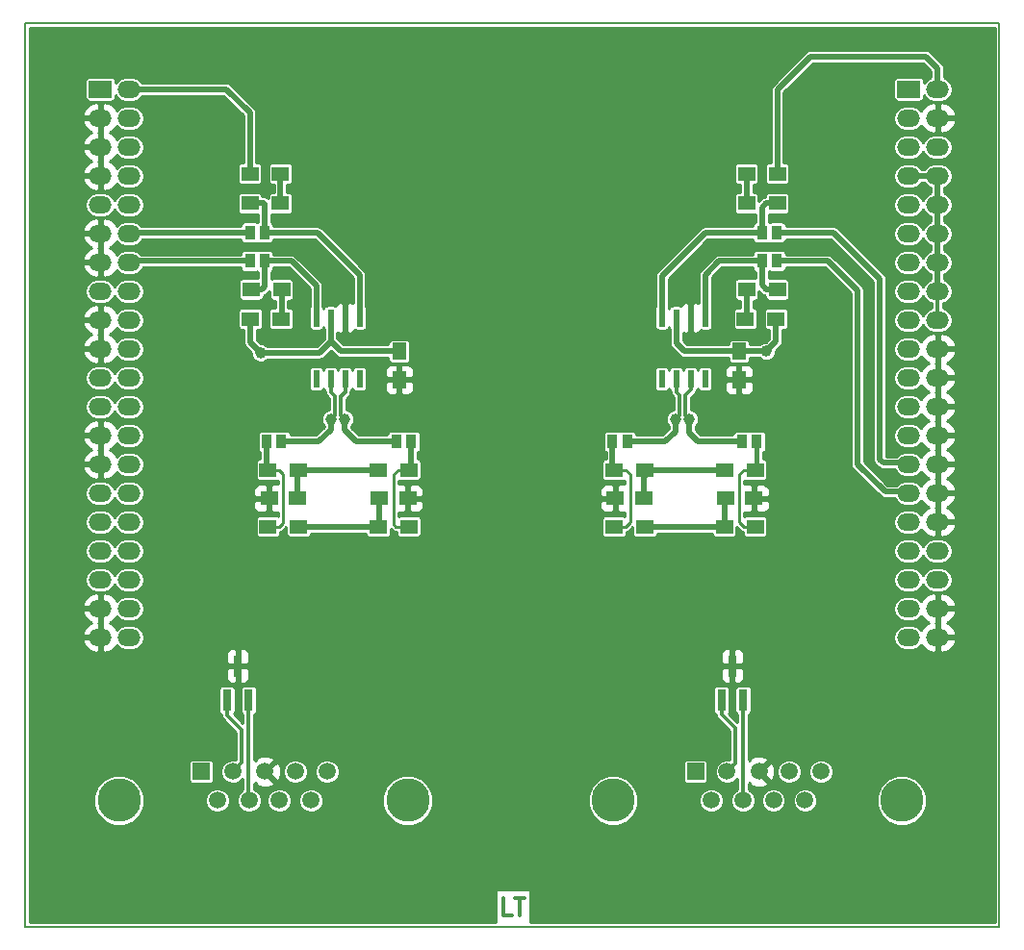
<source format=gbr>
G04 #@! TF.FileFunction,Copper,L1,Top,Signal*
%FSLAX46Y46*%
G04 Gerber Fmt 4.6, Leading zero omitted, Abs format (unit mm)*
G04 Created by KiCad (PCBNEW 4.0.7-e2-6376~58~ubuntu16.04.1) date Thu Oct 11 01:20:23 2018*
%MOMM*%
%LPD*%
G01*
G04 APERTURE LIST*
%ADD10C,0.100000*%
%ADD11C,0.300000*%
%ADD12C,0.150000*%
%ADD13R,1.500000X1.300000*%
%ADD14R,1.500000X1.250000*%
%ADD15R,1.250000X1.500000*%
%ADD16R,0.970000X1.270000*%
%ADD17C,3.810000*%
%ADD18R,1.520000X1.520000*%
%ADD19C,1.520000*%
%ADD20R,0.600000X1.550000*%
%ADD21R,0.800000X1.900000*%
%ADD22R,2.000000X1.524000*%
%ADD23O,2.000000X1.524000*%
%ADD24C,1.000000*%
%ADD25C,0.355600*%
%ADD26C,0.508000*%
%ADD27C,0.254000*%
%ADD28C,0.457200*%
%ADD29C,0.304800*%
G04 APERTURE END LIST*
D10*
D11*
X108592858Y-132928571D02*
X107878572Y-132928571D01*
X107878572Y-131428571D01*
X108878572Y-131428571D02*
X109735715Y-131428571D01*
X109307144Y-132928571D02*
X109307144Y-131428571D01*
D12*
X151500000Y-133950000D02*
X65800000Y-133950000D01*
X65800000Y-133950000D02*
X65800000Y-54395000D01*
X151500000Y-54395000D02*
X151500000Y-133950000D01*
X65800000Y-54395000D02*
X151500000Y-54395000D01*
D13*
X88300000Y-80450000D03*
X85600000Y-80450000D03*
X129250000Y-67650000D03*
X131950000Y-67650000D03*
X85650000Y-77850000D03*
X88350000Y-77850000D03*
X131950000Y-70250000D03*
X129250000Y-70250000D03*
D14*
X117700000Y-96250000D03*
X120200000Y-96250000D03*
X127400000Y-96250000D03*
X129900000Y-96250000D03*
X99450000Y-96250000D03*
X96950000Y-96250000D03*
X89750000Y-96250000D03*
X87250000Y-96250000D03*
D15*
X128600000Y-83300000D03*
X128600000Y-85800000D03*
X98700000Y-83300000D03*
X98700000Y-85800000D03*
D16*
X85560000Y-72850000D03*
X86840000Y-72850000D03*
X85560000Y-75350000D03*
X86840000Y-75350000D03*
X131900000Y-75350000D03*
X130620000Y-75350000D03*
X131900000Y-72850000D03*
X130620000Y-72850000D03*
D17*
X117510000Y-122850000D03*
X142910000Y-122850000D03*
D18*
X124750000Y-120310000D03*
D19*
X127540000Y-120310000D03*
X130340000Y-120310000D03*
X133000000Y-120310000D03*
X135800000Y-120310000D03*
X134400000Y-122850000D03*
X131610000Y-122850000D03*
X128940000Y-122850000D03*
X126150000Y-122850000D03*
D17*
X74050000Y-122850000D03*
X99450000Y-122850000D03*
D18*
X81290000Y-120310000D03*
D19*
X84080000Y-120310000D03*
X86880000Y-120310000D03*
X89540000Y-120310000D03*
X92340000Y-120310000D03*
X90940000Y-122850000D03*
X88150000Y-122850000D03*
X85480000Y-122850000D03*
X82690000Y-122850000D03*
D16*
X128860000Y-91250000D03*
X130140000Y-91250000D03*
X117460000Y-91250000D03*
X118740000Y-91250000D03*
X98460000Y-91250000D03*
X99740000Y-91250000D03*
X87060000Y-91250000D03*
X88340000Y-91250000D03*
D13*
X120300000Y-93750000D03*
X117600000Y-93750000D03*
X120300000Y-98750000D03*
X117600000Y-98750000D03*
X89850000Y-98750000D03*
X87150000Y-98750000D03*
X89850000Y-93750000D03*
X87150000Y-93750000D03*
X130000000Y-93750000D03*
X127300000Y-93750000D03*
X130000000Y-98750000D03*
X127300000Y-98750000D03*
X99550000Y-98750000D03*
X96850000Y-98750000D03*
X99550000Y-93750000D03*
X96850000Y-93750000D03*
D20*
X125605000Y-80350000D03*
X124335000Y-80350000D03*
X123065000Y-80350000D03*
X121795000Y-80350000D03*
X121795000Y-85750000D03*
X123065000Y-85750000D03*
X124335000Y-85750000D03*
X125605000Y-85750000D03*
X95205000Y-80350000D03*
X93935000Y-80350000D03*
X92665000Y-80350000D03*
X91395000Y-80350000D03*
X91395000Y-85750000D03*
X92665000Y-85750000D03*
X93935000Y-85750000D03*
X95205000Y-85750000D03*
D21*
X83550000Y-114000000D03*
X85450000Y-114000000D03*
X84500000Y-111000000D03*
X127050000Y-114000000D03*
X128950000Y-114000000D03*
X128000000Y-111000000D03*
D13*
X131950000Y-77850000D03*
X129250000Y-77850000D03*
X85550000Y-70250000D03*
X88250000Y-70250000D03*
X129150000Y-80450000D03*
X131850000Y-80450000D03*
X88250000Y-67650000D03*
X85550000Y-67650000D03*
D22*
X143520000Y-60210000D03*
D23*
X146060000Y-60210000D03*
X143520000Y-72910000D03*
X146060000Y-62750000D03*
X143520000Y-75450000D03*
X146060000Y-65290000D03*
X143520000Y-77990000D03*
X146060000Y-67830000D03*
X143520000Y-80530000D03*
X146060000Y-70370000D03*
X143520000Y-83070000D03*
X146060000Y-72910000D03*
X143520000Y-85610000D03*
X146060000Y-75450000D03*
X143520000Y-88150000D03*
X146060000Y-77990000D03*
X143520000Y-90690000D03*
X146060000Y-80530000D03*
X143520000Y-93230000D03*
X146060000Y-83070000D03*
X143520000Y-95770000D03*
X146060000Y-85610000D03*
X143520000Y-98310000D03*
X146060000Y-88150000D03*
X146060000Y-90690000D03*
X143520000Y-100850000D03*
X146060000Y-93230000D03*
X146060000Y-98310000D03*
X146060000Y-100850000D03*
X146060000Y-103390000D03*
X146060000Y-105930000D03*
X143520000Y-103390000D03*
X143520000Y-105930000D03*
X143520000Y-62750000D03*
X143520000Y-65290000D03*
X143520000Y-67830000D03*
X143520000Y-70370000D03*
X143520000Y-108470000D03*
X146060000Y-108470000D03*
X146060000Y-95770000D03*
D22*
X72400000Y-60210000D03*
D23*
X74940000Y-60210000D03*
X72400000Y-62750000D03*
X74940000Y-62750000D03*
X72400000Y-65290000D03*
X74940000Y-65290000D03*
X72400000Y-67830000D03*
X74940000Y-67830000D03*
X72400000Y-70370000D03*
X74940000Y-70370000D03*
X72400000Y-72910000D03*
X74940000Y-72910000D03*
X72400000Y-75450000D03*
X74940000Y-75450000D03*
X72400000Y-77990000D03*
X74940000Y-77990000D03*
X72400000Y-80530000D03*
X74940000Y-80530000D03*
X72400000Y-83070000D03*
X74940000Y-83070000D03*
X72400000Y-85610000D03*
X74940000Y-85610000D03*
X72400000Y-88150000D03*
X74940000Y-88150000D03*
X72400000Y-90690000D03*
X74940000Y-90690000D03*
X72400000Y-93230000D03*
X74940000Y-93230000D03*
X72400000Y-95770000D03*
X74940000Y-95770000D03*
X72400000Y-98310000D03*
X74940000Y-98310000D03*
X72400000Y-100850000D03*
X74940000Y-100850000D03*
X72400000Y-103390000D03*
X74940000Y-103390000D03*
X72400000Y-105930000D03*
X74940000Y-105930000D03*
X72400000Y-108470000D03*
X74940000Y-108470000D03*
D24*
X130992884Y-83300000D03*
X124227000Y-89250000D03*
X122973000Y-89250000D03*
X93927000Y-89250000D03*
X92673000Y-89250000D03*
X86500000Y-83450000D03*
D25*
X128600000Y-83300000D02*
X130992884Y-83300000D01*
D26*
X146060000Y-60210000D02*
X146060000Y-58378645D01*
X146060000Y-58378645D02*
X145031355Y-57350000D01*
X131950000Y-60282578D02*
X131950000Y-67650000D01*
X145031355Y-57350000D02*
X134882578Y-57350000D01*
X134882578Y-57350000D02*
X131950000Y-60282578D01*
X130992884Y-83300000D02*
X123750000Y-83300000D01*
X123750000Y-83300000D02*
X123065000Y-82615000D01*
X123065000Y-82615000D02*
X123065000Y-80350000D01*
X131850000Y-80450000D02*
X131850000Y-82442884D01*
X131850000Y-82442884D02*
X130992884Y-83300000D01*
D25*
X146060000Y-77990000D02*
X146060000Y-80530000D01*
X146060000Y-75450000D02*
X146060000Y-77990000D01*
X146060000Y-72910000D02*
X146060000Y-75450000D01*
X146060000Y-70370000D02*
X146060000Y-72910000D01*
X146060000Y-67830000D02*
X146060000Y-70370000D01*
X146060000Y-67830000D02*
X146060000Y-80530000D01*
D26*
X146060000Y-67830000D02*
X146060000Y-77990000D01*
X143520000Y-67830000D02*
X146060000Y-67830000D01*
X120200000Y-96250000D02*
X120200000Y-94419880D01*
X120200000Y-94419880D02*
X120585808Y-94034072D01*
X120585808Y-94034072D02*
X120585808Y-93750000D01*
X127300000Y-93750000D02*
X120585808Y-93750000D01*
X127300000Y-98750000D02*
X127300000Y-96350000D01*
X127300000Y-96350000D02*
X127400000Y-96250000D01*
X120300000Y-98750000D02*
X121558000Y-98750000D01*
X121558000Y-98750000D02*
X127300000Y-98750000D01*
X96850000Y-98750000D02*
X89850000Y-98750000D01*
X96950000Y-96250000D02*
X96950000Y-98650000D01*
X96950000Y-98650000D02*
X96850000Y-98750000D01*
X89850000Y-93750000D02*
X96850000Y-93750000D01*
X89750000Y-96250000D02*
X89750000Y-93850000D01*
X89750000Y-93850000D02*
X89850000Y-93750000D01*
D27*
X130000000Y-98750000D02*
X128996000Y-98750000D01*
X128600000Y-94146000D02*
X128996000Y-93750000D01*
X128996000Y-98750000D02*
X128600000Y-98354000D01*
X128600000Y-98354000D02*
X128600000Y-94146000D01*
X128996000Y-93750000D02*
X130000000Y-93750000D01*
D28*
X130140000Y-91250000D02*
X130140000Y-93610000D01*
D27*
X99550000Y-98750000D02*
X98412851Y-98750000D01*
X98598607Y-93750000D02*
X99550000Y-93750000D01*
X98412851Y-98750000D02*
X98200000Y-98537149D01*
X98200000Y-98537149D02*
X98200000Y-94148607D01*
X98200000Y-94148607D02*
X98598607Y-93750000D01*
D26*
X99550000Y-93750000D02*
X99450000Y-93750000D01*
X99740000Y-91250000D02*
X99740000Y-93560000D01*
X99740000Y-93560000D02*
X99550000Y-93750000D01*
X131950000Y-77850000D02*
X131000000Y-77850000D01*
X131000000Y-77850000D02*
X130620000Y-77470000D01*
X130620000Y-77470000D02*
X130620000Y-75350000D01*
X126800000Y-75350000D02*
X125605000Y-76545000D01*
X125605000Y-76545000D02*
X125605000Y-80350000D01*
X130620000Y-75350000D02*
X126800000Y-75350000D01*
X129250000Y-77850000D02*
X129250000Y-80350000D01*
X129250000Y-80350000D02*
X129150000Y-80450000D01*
X86840000Y-72850000D02*
X91500000Y-72850000D01*
X95205000Y-76555000D02*
X95205000Y-80350000D01*
X91500000Y-72850000D02*
X95205000Y-76555000D01*
X86840000Y-72850000D02*
X86840000Y-70282000D01*
X86808000Y-70250000D02*
X85550000Y-70250000D01*
X88250000Y-67650000D02*
X88250000Y-70250000D01*
X130620000Y-72850000D02*
X130620000Y-70613905D01*
X130620000Y-70613905D02*
X130983905Y-70250000D01*
X130983905Y-70250000D02*
X131950000Y-70250000D01*
X130620000Y-72850000D02*
X125600000Y-72850000D01*
X125600000Y-72850000D02*
X121795000Y-76655000D01*
X121795000Y-76655000D02*
X121795000Y-80350000D01*
X129250000Y-70250000D02*
X129250000Y-67650000D01*
X86600000Y-77850000D02*
X86840000Y-77610000D01*
X86840000Y-77610000D02*
X86840000Y-75350000D01*
X85650000Y-77850000D02*
X86600000Y-77850000D01*
X86840000Y-75350000D02*
X89200000Y-75350000D01*
X89200000Y-75350000D02*
X91395000Y-77545000D01*
X91395000Y-77545000D02*
X91395000Y-80350000D01*
X88350000Y-77850000D02*
X88350000Y-80400000D01*
X117460000Y-91250000D02*
X117460000Y-93610000D01*
X117460000Y-93610000D02*
X117600000Y-93750000D01*
D27*
X117600000Y-93750000D02*
X118604000Y-93750000D01*
X118604000Y-93750000D02*
X119000000Y-94146000D01*
X119000000Y-98354000D02*
X118604000Y-98750000D01*
X119000000Y-94146000D02*
X119000000Y-98354000D01*
X118604000Y-98750000D02*
X117600000Y-98750000D01*
X87150000Y-93750000D02*
X88154000Y-93750000D01*
X88154000Y-93750000D02*
X88500000Y-94096000D01*
X88500000Y-94096000D02*
X88500000Y-98404000D01*
X88500000Y-98404000D02*
X88154000Y-98750000D01*
X88154000Y-98750000D02*
X87150000Y-98750000D01*
D26*
X87060000Y-91250000D02*
X87060000Y-93660000D01*
X87060000Y-93660000D02*
X87150000Y-93750000D01*
X81560000Y-72850000D02*
X85560000Y-72850000D01*
X81560000Y-72850000D02*
X75000000Y-72850000D01*
X75000000Y-72850000D02*
X74940000Y-72910000D01*
X81560000Y-75350000D02*
X85560000Y-75350000D01*
X81560000Y-75350000D02*
X75040000Y-75350000D01*
X75040000Y-75350000D02*
X74940000Y-75450000D01*
X143260000Y-95670000D02*
X141437528Y-95670000D01*
X141437528Y-95670000D02*
X139000000Y-93232472D01*
X139000000Y-93232472D02*
X139000000Y-77935052D01*
X139000000Y-77935052D02*
X136414948Y-75350000D01*
X136400000Y-75350000D02*
X131900000Y-75350000D01*
X136414948Y-75350000D02*
X136400000Y-75350000D01*
X131900000Y-72850000D02*
X136924584Y-72850000D01*
X136924584Y-72850000D02*
X140977366Y-76902782D01*
X140977366Y-76902782D02*
X140977366Y-92840019D01*
X140977366Y-92840019D02*
X141267347Y-93130000D01*
X141267347Y-93130000D02*
X143260000Y-93130000D01*
D29*
X124335000Y-85750000D02*
X124335000Y-86698198D01*
X124335000Y-86698198D02*
X123879399Y-87153799D01*
X123879399Y-88902399D02*
X124227000Y-89250000D01*
X123879399Y-87153799D02*
X123879399Y-88902399D01*
D25*
X128940000Y-122850000D02*
X128940000Y-114010000D01*
X128940000Y-114010000D02*
X128950000Y-114000000D01*
D26*
X124227000Y-90477000D02*
X125000000Y-91250000D01*
X125000000Y-91250000D02*
X126227000Y-91250000D01*
X124227000Y-89250000D02*
X124227000Y-90477000D01*
X126227000Y-91250000D02*
X128860000Y-91250000D01*
D29*
X123065000Y-85750000D02*
X123065000Y-86899422D01*
X123065000Y-86899422D02*
X123320601Y-87155023D01*
X123320601Y-87155023D02*
X123320601Y-88902399D01*
X123320601Y-88902399D02*
X122973000Y-89250000D01*
D25*
X127050000Y-114000000D02*
X127050000Y-115281246D01*
X127050000Y-115281246D02*
X128238605Y-116469851D01*
X128238605Y-116469851D02*
X128238605Y-119611395D01*
X128238605Y-119611395D02*
X127540000Y-120310000D01*
D26*
X122100000Y-91250000D02*
X122973000Y-90377000D01*
X122973000Y-90377000D02*
X122973000Y-89250000D01*
X121173000Y-91250000D02*
X122100000Y-91250000D01*
X118740000Y-91250000D02*
X121173000Y-91250000D01*
D25*
X85480000Y-122850000D02*
X85461555Y-122831555D01*
X85461555Y-122831555D02*
X85461555Y-114011555D01*
X85461555Y-114011555D02*
X85450000Y-114000000D01*
D26*
X93927000Y-89250000D02*
X93927000Y-90255140D01*
X94921860Y-91250000D02*
X98460000Y-91250000D01*
X93927000Y-90255140D02*
X94921860Y-91250000D01*
D29*
X93579399Y-88902399D02*
X93927000Y-89250000D01*
X93935000Y-85750000D02*
X93935000Y-86912500D01*
X93935000Y-86912500D02*
X93579399Y-87268101D01*
X93579399Y-87268101D02*
X93579399Y-88902399D01*
D25*
X84839999Y-116639999D02*
X83550000Y-115350000D01*
X83550000Y-115350000D02*
X83550000Y-114000000D01*
X84080000Y-120310000D02*
X84839999Y-119550001D01*
X84839999Y-119550001D02*
X84839999Y-116639999D01*
D26*
X88340000Y-91250000D02*
X91624383Y-91250000D01*
X91624383Y-91250000D02*
X92673000Y-90201383D01*
X92673000Y-90201383D02*
X92673000Y-89250000D01*
D29*
X93020601Y-88902399D02*
X92673000Y-89250000D01*
X92665000Y-85750000D02*
X92665000Y-86912500D01*
X92665000Y-86912500D02*
X93020601Y-87268101D01*
X93020601Y-87268101D02*
X93020601Y-88902399D01*
X92687405Y-85772405D02*
X92665000Y-85750000D01*
D26*
X85550000Y-62300000D02*
X83460000Y-60210000D01*
X83460000Y-60210000D02*
X80360000Y-60210000D01*
X85550000Y-67650000D02*
X85550000Y-62300000D01*
X86500000Y-83450000D02*
X85600000Y-82550000D01*
X85600000Y-82550000D02*
X85600000Y-80450000D01*
X91672965Y-83450000D02*
X86500000Y-83450000D01*
X80360000Y-60210000D02*
X74940000Y-60210000D01*
X91672965Y-83450000D02*
X92665000Y-82457965D01*
X92665000Y-82457965D02*
X92665000Y-81633000D01*
X92665000Y-81633000D02*
X92665000Y-82437798D01*
X93527202Y-83300000D02*
X98700000Y-83300000D01*
X92665000Y-82437798D02*
X93527202Y-83300000D01*
X92665000Y-80350000D02*
X92665000Y-81633000D01*
D27*
G36*
X151094800Y-133544800D02*
X110208772Y-133544800D01*
X110208772Y-130719800D01*
X107191229Y-130719800D01*
X107191229Y-133544800D01*
X66205200Y-133544800D01*
X66205200Y-123292658D01*
X71814413Y-123292658D01*
X72153985Y-124114485D01*
X72782208Y-124743805D01*
X73603441Y-125084811D01*
X74492658Y-125085587D01*
X75314485Y-124746015D01*
X75943805Y-124117792D01*
X76284811Y-123296559D01*
X76285012Y-123065903D01*
X81599611Y-123065903D01*
X81765235Y-123466742D01*
X82071645Y-123773687D01*
X82472194Y-123940010D01*
X82905903Y-123940389D01*
X83306742Y-123774765D01*
X83613687Y-123468355D01*
X83780010Y-123067806D01*
X83780389Y-122634097D01*
X83614765Y-122233258D01*
X83308355Y-121926313D01*
X82907806Y-121759990D01*
X82474097Y-121759611D01*
X82073258Y-121925235D01*
X81766313Y-122231645D01*
X81599990Y-122632194D01*
X81599611Y-123065903D01*
X76285012Y-123065903D01*
X76285587Y-122407342D01*
X75946015Y-121585515D01*
X75317792Y-120956195D01*
X74496559Y-120615189D01*
X73607342Y-120614413D01*
X72785515Y-120953985D01*
X72156195Y-121582208D01*
X71815189Y-122403441D01*
X71814413Y-123292658D01*
X66205200Y-123292658D01*
X66205200Y-119550000D01*
X80193331Y-119550000D01*
X80193331Y-121070000D01*
X80216356Y-121192365D01*
X80288673Y-121304749D01*
X80399017Y-121380144D01*
X80530000Y-121406669D01*
X82050000Y-121406669D01*
X82172365Y-121383644D01*
X82284749Y-121311327D01*
X82360144Y-121200983D01*
X82386669Y-121070000D01*
X82386669Y-119550000D01*
X82363644Y-119427635D01*
X82291327Y-119315251D01*
X82180983Y-119239856D01*
X82050000Y-119213331D01*
X80530000Y-119213331D01*
X80407635Y-119236356D01*
X80295251Y-119308673D01*
X80219856Y-119419017D01*
X80193331Y-119550000D01*
X66205200Y-119550000D01*
X66205200Y-113050000D01*
X82813331Y-113050000D01*
X82813331Y-114950000D01*
X82836356Y-115072365D01*
X82908673Y-115184749D01*
X83019017Y-115260144D01*
X83042000Y-115264798D01*
X83042000Y-115350000D01*
X83080669Y-115544403D01*
X83190790Y-115709210D01*
X84331999Y-116850419D01*
X84331999Y-119234188D01*
X84297806Y-119219990D01*
X83864097Y-119219611D01*
X83463258Y-119385235D01*
X83156313Y-119691645D01*
X82989990Y-120092194D01*
X82989611Y-120525903D01*
X83155235Y-120926742D01*
X83461645Y-121233687D01*
X83862194Y-121400010D01*
X84295903Y-121400389D01*
X84696742Y-121234765D01*
X84953555Y-120978400D01*
X84953555Y-121887925D01*
X84863258Y-121925235D01*
X84556313Y-122231645D01*
X84389990Y-122632194D01*
X84389611Y-123065903D01*
X84555235Y-123466742D01*
X84861645Y-123773687D01*
X85262194Y-123940010D01*
X85695903Y-123940389D01*
X86096742Y-123774765D01*
X86403687Y-123468355D01*
X86570010Y-123067806D01*
X86570011Y-123065903D01*
X87059611Y-123065903D01*
X87225235Y-123466742D01*
X87531645Y-123773687D01*
X87932194Y-123940010D01*
X88365903Y-123940389D01*
X88766742Y-123774765D01*
X89073687Y-123468355D01*
X89240010Y-123067806D01*
X89240011Y-123065903D01*
X89849611Y-123065903D01*
X90015235Y-123466742D01*
X90321645Y-123773687D01*
X90722194Y-123940010D01*
X91155903Y-123940389D01*
X91556742Y-123774765D01*
X91863687Y-123468355D01*
X91936642Y-123292658D01*
X97214413Y-123292658D01*
X97553985Y-124114485D01*
X98182208Y-124743805D01*
X99003441Y-125084811D01*
X99892658Y-125085587D01*
X100714485Y-124746015D01*
X101343805Y-124117792D01*
X101684811Y-123296559D01*
X101684814Y-123292658D01*
X115274413Y-123292658D01*
X115613985Y-124114485D01*
X116242208Y-124743805D01*
X117063441Y-125084811D01*
X117952658Y-125085587D01*
X118774485Y-124746015D01*
X119403805Y-124117792D01*
X119744811Y-123296559D01*
X119745012Y-123065903D01*
X125059611Y-123065903D01*
X125225235Y-123466742D01*
X125531645Y-123773687D01*
X125932194Y-123940010D01*
X126365903Y-123940389D01*
X126766742Y-123774765D01*
X127073687Y-123468355D01*
X127240010Y-123067806D01*
X127240389Y-122634097D01*
X127074765Y-122233258D01*
X126768355Y-121926313D01*
X126367806Y-121759990D01*
X125934097Y-121759611D01*
X125533258Y-121925235D01*
X125226313Y-122231645D01*
X125059990Y-122632194D01*
X125059611Y-123065903D01*
X119745012Y-123065903D01*
X119745587Y-122407342D01*
X119406015Y-121585515D01*
X118777792Y-120956195D01*
X117956559Y-120615189D01*
X117067342Y-120614413D01*
X116245515Y-120953985D01*
X115616195Y-121582208D01*
X115275189Y-122403441D01*
X115274413Y-123292658D01*
X101684814Y-123292658D01*
X101685587Y-122407342D01*
X101346015Y-121585515D01*
X100717792Y-120956195D01*
X99896559Y-120615189D01*
X99007342Y-120614413D01*
X98185515Y-120953985D01*
X97556195Y-121582208D01*
X97215189Y-122403441D01*
X97214413Y-123292658D01*
X91936642Y-123292658D01*
X92030010Y-123067806D01*
X92030389Y-122634097D01*
X91864765Y-122233258D01*
X91558355Y-121926313D01*
X91157806Y-121759990D01*
X90724097Y-121759611D01*
X90323258Y-121925235D01*
X90016313Y-122231645D01*
X89849990Y-122632194D01*
X89849611Y-123065903D01*
X89240011Y-123065903D01*
X89240389Y-122634097D01*
X89074765Y-122233258D01*
X88768355Y-121926313D01*
X88367806Y-121759990D01*
X87934097Y-121759611D01*
X87533258Y-121925235D01*
X87226313Y-122231645D01*
X87059990Y-122632194D01*
X87059611Y-123065903D01*
X86570011Y-123065903D01*
X86570389Y-122634097D01*
X86404765Y-122233258D01*
X86098355Y-121926313D01*
X85969555Y-121872830D01*
X85969555Y-121400053D01*
X86080842Y-121288766D01*
X86150059Y-121530742D01*
X86672780Y-121717155D01*
X87227049Y-121689341D01*
X87609941Y-121530742D01*
X87679159Y-121288764D01*
X86880000Y-120489605D01*
X86865858Y-120503748D01*
X86686253Y-120324143D01*
X86700395Y-120310000D01*
X87059605Y-120310000D01*
X87858764Y-121109159D01*
X88100742Y-121039941D01*
X88284058Y-120525903D01*
X88449611Y-120525903D01*
X88615235Y-120926742D01*
X88921645Y-121233687D01*
X89322194Y-121400010D01*
X89755903Y-121400389D01*
X90156742Y-121234765D01*
X90463687Y-120928355D01*
X90630010Y-120527806D01*
X90630011Y-120525903D01*
X91249611Y-120525903D01*
X91415235Y-120926742D01*
X91721645Y-121233687D01*
X92122194Y-121400010D01*
X92555903Y-121400389D01*
X92956742Y-121234765D01*
X93263687Y-120928355D01*
X93430010Y-120527806D01*
X93430389Y-120094097D01*
X93264765Y-119693258D01*
X93121757Y-119550000D01*
X123653331Y-119550000D01*
X123653331Y-121070000D01*
X123676356Y-121192365D01*
X123748673Y-121304749D01*
X123859017Y-121380144D01*
X123990000Y-121406669D01*
X125510000Y-121406669D01*
X125632365Y-121383644D01*
X125744749Y-121311327D01*
X125820144Y-121200983D01*
X125846669Y-121070000D01*
X125846669Y-119550000D01*
X125823644Y-119427635D01*
X125751327Y-119315251D01*
X125640983Y-119239856D01*
X125510000Y-119213331D01*
X123990000Y-119213331D01*
X123867635Y-119236356D01*
X123755251Y-119308673D01*
X123679856Y-119419017D01*
X123653331Y-119550000D01*
X93121757Y-119550000D01*
X92958355Y-119386313D01*
X92557806Y-119219990D01*
X92124097Y-119219611D01*
X91723258Y-119385235D01*
X91416313Y-119691645D01*
X91249990Y-120092194D01*
X91249611Y-120525903D01*
X90630011Y-120525903D01*
X90630389Y-120094097D01*
X90464765Y-119693258D01*
X90158355Y-119386313D01*
X89757806Y-119219990D01*
X89324097Y-119219611D01*
X88923258Y-119385235D01*
X88616313Y-119691645D01*
X88449990Y-120092194D01*
X88449611Y-120525903D01*
X88284058Y-120525903D01*
X88287155Y-120517220D01*
X88259341Y-119962951D01*
X88100742Y-119580059D01*
X87858764Y-119510841D01*
X87059605Y-120310000D01*
X86700395Y-120310000D01*
X86686253Y-120295858D01*
X86865858Y-120116253D01*
X86880000Y-120130395D01*
X87679159Y-119331236D01*
X87609941Y-119089258D01*
X87087220Y-118902845D01*
X86532951Y-118930659D01*
X86150059Y-119089258D01*
X86080842Y-119331234D01*
X85969555Y-119219947D01*
X85969555Y-115264173D01*
X85972365Y-115263644D01*
X86084749Y-115191327D01*
X86160144Y-115080983D01*
X86186669Y-114950000D01*
X86186669Y-113050000D01*
X126313331Y-113050000D01*
X126313331Y-114950000D01*
X126336356Y-115072365D01*
X126408673Y-115184749D01*
X126519017Y-115260144D01*
X126542000Y-115264798D01*
X126542000Y-115281246D01*
X126580669Y-115475649D01*
X126690790Y-115640456D01*
X127730605Y-116680271D01*
X127730605Y-119219966D01*
X127324097Y-119219611D01*
X126923258Y-119385235D01*
X126616313Y-119691645D01*
X126449990Y-120092194D01*
X126449611Y-120525903D01*
X126615235Y-120926742D01*
X126921645Y-121233687D01*
X127322194Y-121400010D01*
X127755903Y-121400389D01*
X128156742Y-121234765D01*
X128432000Y-120959987D01*
X128432000Y-121880304D01*
X128323258Y-121925235D01*
X128016313Y-122231645D01*
X127849990Y-122632194D01*
X127849611Y-123065903D01*
X128015235Y-123466742D01*
X128321645Y-123773687D01*
X128722194Y-123940010D01*
X129155903Y-123940389D01*
X129556742Y-123774765D01*
X129863687Y-123468355D01*
X130030010Y-123067806D01*
X130030011Y-123065903D01*
X130519611Y-123065903D01*
X130685235Y-123466742D01*
X130991645Y-123773687D01*
X131392194Y-123940010D01*
X131825903Y-123940389D01*
X132226742Y-123774765D01*
X132533687Y-123468355D01*
X132700010Y-123067806D01*
X132700011Y-123065903D01*
X133309611Y-123065903D01*
X133475235Y-123466742D01*
X133781645Y-123773687D01*
X134182194Y-123940010D01*
X134615903Y-123940389D01*
X135016742Y-123774765D01*
X135323687Y-123468355D01*
X135396642Y-123292658D01*
X140674413Y-123292658D01*
X141013985Y-124114485D01*
X141642208Y-124743805D01*
X142463441Y-125084811D01*
X143352658Y-125085587D01*
X144174485Y-124746015D01*
X144803805Y-124117792D01*
X145144811Y-123296559D01*
X145145587Y-122407342D01*
X144806015Y-121585515D01*
X144177792Y-120956195D01*
X143356559Y-120615189D01*
X142467342Y-120614413D01*
X141645515Y-120953985D01*
X141016195Y-121582208D01*
X140675189Y-122403441D01*
X140674413Y-123292658D01*
X135396642Y-123292658D01*
X135490010Y-123067806D01*
X135490389Y-122634097D01*
X135324765Y-122233258D01*
X135018355Y-121926313D01*
X134617806Y-121759990D01*
X134184097Y-121759611D01*
X133783258Y-121925235D01*
X133476313Y-122231645D01*
X133309990Y-122632194D01*
X133309611Y-123065903D01*
X132700011Y-123065903D01*
X132700389Y-122634097D01*
X132534765Y-122233258D01*
X132228355Y-121926313D01*
X131827806Y-121759990D01*
X131394097Y-121759611D01*
X130993258Y-121925235D01*
X130686313Y-122231645D01*
X130519990Y-122632194D01*
X130519611Y-123065903D01*
X130030011Y-123065903D01*
X130030389Y-122634097D01*
X129864765Y-122233258D01*
X129558355Y-121926313D01*
X129448000Y-121880489D01*
X129448000Y-121381608D01*
X129540842Y-121288766D01*
X129610059Y-121530742D01*
X130132780Y-121717155D01*
X130687049Y-121689341D01*
X131069941Y-121530742D01*
X131139159Y-121288764D01*
X130340000Y-120489605D01*
X130325858Y-120503748D01*
X130146253Y-120324143D01*
X130160395Y-120310000D01*
X130519605Y-120310000D01*
X131318764Y-121109159D01*
X131560742Y-121039941D01*
X131744058Y-120525903D01*
X131909611Y-120525903D01*
X132075235Y-120926742D01*
X132381645Y-121233687D01*
X132782194Y-121400010D01*
X133215903Y-121400389D01*
X133616742Y-121234765D01*
X133923687Y-120928355D01*
X134090010Y-120527806D01*
X134090011Y-120525903D01*
X134709611Y-120525903D01*
X134875235Y-120926742D01*
X135181645Y-121233687D01*
X135582194Y-121400010D01*
X136015903Y-121400389D01*
X136416742Y-121234765D01*
X136723687Y-120928355D01*
X136890010Y-120527806D01*
X136890389Y-120094097D01*
X136724765Y-119693258D01*
X136418355Y-119386313D01*
X136017806Y-119219990D01*
X135584097Y-119219611D01*
X135183258Y-119385235D01*
X134876313Y-119691645D01*
X134709990Y-120092194D01*
X134709611Y-120525903D01*
X134090011Y-120525903D01*
X134090389Y-120094097D01*
X133924765Y-119693258D01*
X133618355Y-119386313D01*
X133217806Y-119219990D01*
X132784097Y-119219611D01*
X132383258Y-119385235D01*
X132076313Y-119691645D01*
X131909990Y-120092194D01*
X131909611Y-120525903D01*
X131744058Y-120525903D01*
X131747155Y-120517220D01*
X131719341Y-119962951D01*
X131560742Y-119580059D01*
X131318764Y-119510841D01*
X130519605Y-120310000D01*
X130160395Y-120310000D01*
X130146253Y-120295858D01*
X130325858Y-120116253D01*
X130340000Y-120130395D01*
X131139159Y-119331236D01*
X131069941Y-119089258D01*
X130547220Y-118902845D01*
X129992951Y-118930659D01*
X129610059Y-119089258D01*
X129540842Y-119331234D01*
X129448000Y-119238392D01*
X129448000Y-115268229D01*
X129472365Y-115263644D01*
X129584749Y-115191327D01*
X129660144Y-115080983D01*
X129686669Y-114950000D01*
X129686669Y-113050000D01*
X129663644Y-112927635D01*
X129591327Y-112815251D01*
X129480983Y-112739856D01*
X129350000Y-112713331D01*
X128550000Y-112713331D01*
X128427635Y-112736356D01*
X128315251Y-112808673D01*
X128239856Y-112919017D01*
X128213331Y-113050000D01*
X128213331Y-114950000D01*
X128236356Y-115072365D01*
X128308673Y-115184749D01*
X128419017Y-115260144D01*
X128432000Y-115262773D01*
X128432000Y-115944826D01*
X127680947Y-115193773D01*
X127684749Y-115191327D01*
X127760144Y-115080983D01*
X127786669Y-114950000D01*
X127786669Y-113050000D01*
X127763644Y-112927635D01*
X127691327Y-112815251D01*
X127580983Y-112739856D01*
X127450000Y-112713331D01*
X126650000Y-112713331D01*
X126527635Y-112736356D01*
X126415251Y-112808673D01*
X126339856Y-112919017D01*
X126313331Y-113050000D01*
X86186669Y-113050000D01*
X86163644Y-112927635D01*
X86091327Y-112815251D01*
X85980983Y-112739856D01*
X85850000Y-112713331D01*
X85050000Y-112713331D01*
X84927635Y-112736356D01*
X84815251Y-112808673D01*
X84739856Y-112919017D01*
X84713331Y-113050000D01*
X84713331Y-114950000D01*
X84736356Y-115072365D01*
X84808673Y-115184749D01*
X84919017Y-115260144D01*
X84953555Y-115267138D01*
X84953555Y-116035135D01*
X84139113Y-115220693D01*
X84184749Y-115191327D01*
X84260144Y-115080983D01*
X84286669Y-114950000D01*
X84286669Y-113050000D01*
X84263644Y-112927635D01*
X84191327Y-112815251D01*
X84080983Y-112739856D01*
X83950000Y-112713331D01*
X83150000Y-112713331D01*
X83027635Y-112736356D01*
X82915251Y-112808673D01*
X82839856Y-112919017D01*
X82813331Y-113050000D01*
X66205200Y-113050000D01*
X66205200Y-111285750D01*
X83465000Y-111285750D01*
X83465000Y-112076309D01*
X83561673Y-112309698D01*
X83740301Y-112488327D01*
X83973690Y-112585000D01*
X84214250Y-112585000D01*
X84373000Y-112426250D01*
X84373000Y-111127000D01*
X84627000Y-111127000D01*
X84627000Y-112426250D01*
X84785750Y-112585000D01*
X85026310Y-112585000D01*
X85259699Y-112488327D01*
X85438327Y-112309698D01*
X85535000Y-112076309D01*
X85535000Y-111285750D01*
X126965000Y-111285750D01*
X126965000Y-112076309D01*
X127061673Y-112309698D01*
X127240301Y-112488327D01*
X127473690Y-112585000D01*
X127714250Y-112585000D01*
X127873000Y-112426250D01*
X127873000Y-111127000D01*
X128127000Y-111127000D01*
X128127000Y-112426250D01*
X128285750Y-112585000D01*
X128526310Y-112585000D01*
X128759699Y-112488327D01*
X128938327Y-112309698D01*
X129035000Y-112076309D01*
X129035000Y-111285750D01*
X128876250Y-111127000D01*
X128127000Y-111127000D01*
X127873000Y-111127000D01*
X127123750Y-111127000D01*
X126965000Y-111285750D01*
X85535000Y-111285750D01*
X85376250Y-111127000D01*
X84627000Y-111127000D01*
X84373000Y-111127000D01*
X83623750Y-111127000D01*
X83465000Y-111285750D01*
X66205200Y-111285750D01*
X66205200Y-109923691D01*
X83465000Y-109923691D01*
X83465000Y-110714250D01*
X83623750Y-110873000D01*
X84373000Y-110873000D01*
X84373000Y-109573750D01*
X84627000Y-109573750D01*
X84627000Y-110873000D01*
X85376250Y-110873000D01*
X85535000Y-110714250D01*
X85535000Y-109923691D01*
X126965000Y-109923691D01*
X126965000Y-110714250D01*
X127123750Y-110873000D01*
X127873000Y-110873000D01*
X127873000Y-109573750D01*
X128127000Y-109573750D01*
X128127000Y-110873000D01*
X128876250Y-110873000D01*
X129035000Y-110714250D01*
X129035000Y-109923691D01*
X128938327Y-109690302D01*
X128759699Y-109511673D01*
X128526310Y-109415000D01*
X128285750Y-109415000D01*
X128127000Y-109573750D01*
X127873000Y-109573750D01*
X127714250Y-109415000D01*
X127473690Y-109415000D01*
X127240301Y-109511673D01*
X127061673Y-109690302D01*
X126965000Y-109923691D01*
X85535000Y-109923691D01*
X85438327Y-109690302D01*
X85259699Y-109511673D01*
X85026310Y-109415000D01*
X84785750Y-109415000D01*
X84627000Y-109573750D01*
X84373000Y-109573750D01*
X84214250Y-109415000D01*
X83973690Y-109415000D01*
X83740301Y-109511673D01*
X83561673Y-109690302D01*
X83465000Y-109923691D01*
X66205200Y-109923691D01*
X66205200Y-108813070D01*
X70807780Y-108813070D01*
X70824623Y-108905230D01*
X71092980Y-109383892D01*
X71524086Y-109723422D01*
X72052308Y-109872130D01*
X72273000Y-109713277D01*
X72273000Y-108597000D01*
X70930280Y-108597000D01*
X70807780Y-108813070D01*
X66205200Y-108813070D01*
X66205200Y-106273070D01*
X70807780Y-106273070D01*
X70824623Y-106365230D01*
X71092980Y-106843892D01*
X71524086Y-107183422D01*
X71582972Y-107200000D01*
X71524086Y-107216578D01*
X71092980Y-107556108D01*
X70824623Y-108034770D01*
X70807780Y-108126930D01*
X70930280Y-108343000D01*
X72273000Y-108343000D01*
X72273000Y-107226723D01*
X72235874Y-107200000D01*
X72273000Y-107173277D01*
X72273000Y-106057000D01*
X70930280Y-106057000D01*
X70807780Y-106273070D01*
X66205200Y-106273070D01*
X66205200Y-105586930D01*
X70807780Y-105586930D01*
X70930280Y-105803000D01*
X72273000Y-105803000D01*
X72273000Y-104686723D01*
X72527000Y-104686723D01*
X72527000Y-105803000D01*
X72547000Y-105803000D01*
X72547000Y-106057000D01*
X72527000Y-106057000D01*
X72527000Y-107173277D01*
X72564126Y-107200000D01*
X72527000Y-107226723D01*
X72527000Y-108343000D01*
X72547000Y-108343000D01*
X72547000Y-108597000D01*
X72527000Y-108597000D01*
X72527000Y-109713277D01*
X72747692Y-109872130D01*
X73275914Y-109723422D01*
X73707020Y-109383892D01*
X73839890Y-109146896D01*
X73903638Y-109242302D01*
X74257973Y-109479061D01*
X74675940Y-109562200D01*
X75204060Y-109562200D01*
X75622027Y-109479061D01*
X75976362Y-109242302D01*
X76213121Y-108887967D01*
X76296260Y-108470000D01*
X76213121Y-108052033D01*
X75976362Y-107697698D01*
X75622027Y-107460939D01*
X75204060Y-107377800D01*
X74675940Y-107377800D01*
X74257973Y-107460939D01*
X73903638Y-107697698D01*
X73839890Y-107793104D01*
X73707020Y-107556108D01*
X73275914Y-107216578D01*
X73217028Y-107200000D01*
X73275914Y-107183422D01*
X73707020Y-106843892D01*
X73839890Y-106606896D01*
X73903638Y-106702302D01*
X74257973Y-106939061D01*
X74675940Y-107022200D01*
X75204060Y-107022200D01*
X75622027Y-106939061D01*
X75976362Y-106702302D01*
X76213121Y-106347967D01*
X76296260Y-105930000D01*
X142163740Y-105930000D01*
X142246879Y-106347967D01*
X142483638Y-106702302D01*
X142837973Y-106939061D01*
X143255940Y-107022200D01*
X143784060Y-107022200D01*
X144202027Y-106939061D01*
X144556362Y-106702302D01*
X144620110Y-106606896D01*
X144752980Y-106843892D01*
X145184086Y-107183422D01*
X145242972Y-107200000D01*
X145184086Y-107216578D01*
X144752980Y-107556108D01*
X144620110Y-107793104D01*
X144556362Y-107697698D01*
X144202027Y-107460939D01*
X143784060Y-107377800D01*
X143255940Y-107377800D01*
X142837973Y-107460939D01*
X142483638Y-107697698D01*
X142246879Y-108052033D01*
X142163740Y-108470000D01*
X142246879Y-108887967D01*
X142483638Y-109242302D01*
X142837973Y-109479061D01*
X143255940Y-109562200D01*
X143784060Y-109562200D01*
X144202027Y-109479061D01*
X144556362Y-109242302D01*
X144620110Y-109146896D01*
X144752980Y-109383892D01*
X145184086Y-109723422D01*
X145712308Y-109872130D01*
X145933000Y-109713277D01*
X145933000Y-108597000D01*
X146187000Y-108597000D01*
X146187000Y-109713277D01*
X146407692Y-109872130D01*
X146935914Y-109723422D01*
X147367020Y-109383892D01*
X147635377Y-108905230D01*
X147652220Y-108813070D01*
X147529720Y-108597000D01*
X146187000Y-108597000D01*
X145933000Y-108597000D01*
X145913000Y-108597000D01*
X145913000Y-108343000D01*
X145933000Y-108343000D01*
X145933000Y-107226723D01*
X145895874Y-107200000D01*
X145933000Y-107173277D01*
X145933000Y-106057000D01*
X146187000Y-106057000D01*
X146187000Y-107173277D01*
X146224126Y-107200000D01*
X146187000Y-107226723D01*
X146187000Y-108343000D01*
X147529720Y-108343000D01*
X147652220Y-108126930D01*
X147635377Y-108034770D01*
X147367020Y-107556108D01*
X146935914Y-107216578D01*
X146877028Y-107200000D01*
X146935914Y-107183422D01*
X147367020Y-106843892D01*
X147635377Y-106365230D01*
X147652220Y-106273070D01*
X147529720Y-106057000D01*
X146187000Y-106057000D01*
X145933000Y-106057000D01*
X145913000Y-106057000D01*
X145913000Y-105803000D01*
X145933000Y-105803000D01*
X145933000Y-104686723D01*
X146187000Y-104686723D01*
X146187000Y-105803000D01*
X147529720Y-105803000D01*
X147652220Y-105586930D01*
X147635377Y-105494770D01*
X147367020Y-105016108D01*
X146935914Y-104676578D01*
X146407692Y-104527870D01*
X146187000Y-104686723D01*
X145933000Y-104686723D01*
X145712308Y-104527870D01*
X145184086Y-104676578D01*
X144752980Y-105016108D01*
X144620110Y-105253104D01*
X144556362Y-105157698D01*
X144202027Y-104920939D01*
X143784060Y-104837800D01*
X143255940Y-104837800D01*
X142837973Y-104920939D01*
X142483638Y-105157698D01*
X142246879Y-105512033D01*
X142163740Y-105930000D01*
X76296260Y-105930000D01*
X76213121Y-105512033D01*
X75976362Y-105157698D01*
X75622027Y-104920939D01*
X75204060Y-104837800D01*
X74675940Y-104837800D01*
X74257973Y-104920939D01*
X73903638Y-105157698D01*
X73839890Y-105253104D01*
X73707020Y-105016108D01*
X73275914Y-104676578D01*
X72747692Y-104527870D01*
X72527000Y-104686723D01*
X72273000Y-104686723D01*
X72052308Y-104527870D01*
X71524086Y-104676578D01*
X71092980Y-105016108D01*
X70824623Y-105494770D01*
X70807780Y-105586930D01*
X66205200Y-105586930D01*
X66205200Y-103390000D01*
X71043740Y-103390000D01*
X71126879Y-103807967D01*
X71363638Y-104162302D01*
X71717973Y-104399061D01*
X72135940Y-104482200D01*
X72664060Y-104482200D01*
X73082027Y-104399061D01*
X73436362Y-104162302D01*
X73670000Y-103812638D01*
X73903638Y-104162302D01*
X74257973Y-104399061D01*
X74675940Y-104482200D01*
X75204060Y-104482200D01*
X75622027Y-104399061D01*
X75976362Y-104162302D01*
X76213121Y-103807967D01*
X76296260Y-103390000D01*
X142163740Y-103390000D01*
X142246879Y-103807967D01*
X142483638Y-104162302D01*
X142837973Y-104399061D01*
X143255940Y-104482200D01*
X143784060Y-104482200D01*
X144202027Y-104399061D01*
X144556362Y-104162302D01*
X144790000Y-103812638D01*
X145023638Y-104162302D01*
X145377973Y-104399061D01*
X145795940Y-104482200D01*
X146324060Y-104482200D01*
X146742027Y-104399061D01*
X147096362Y-104162302D01*
X147333121Y-103807967D01*
X147416260Y-103390000D01*
X147333121Y-102972033D01*
X147096362Y-102617698D01*
X146742027Y-102380939D01*
X146324060Y-102297800D01*
X145795940Y-102297800D01*
X145377973Y-102380939D01*
X145023638Y-102617698D01*
X144790000Y-102967362D01*
X144556362Y-102617698D01*
X144202027Y-102380939D01*
X143784060Y-102297800D01*
X143255940Y-102297800D01*
X142837973Y-102380939D01*
X142483638Y-102617698D01*
X142246879Y-102972033D01*
X142163740Y-103390000D01*
X76296260Y-103390000D01*
X76213121Y-102972033D01*
X75976362Y-102617698D01*
X75622027Y-102380939D01*
X75204060Y-102297800D01*
X74675940Y-102297800D01*
X74257973Y-102380939D01*
X73903638Y-102617698D01*
X73670000Y-102967362D01*
X73436362Y-102617698D01*
X73082027Y-102380939D01*
X72664060Y-102297800D01*
X72135940Y-102297800D01*
X71717973Y-102380939D01*
X71363638Y-102617698D01*
X71126879Y-102972033D01*
X71043740Y-103390000D01*
X66205200Y-103390000D01*
X66205200Y-100850000D01*
X71043740Y-100850000D01*
X71126879Y-101267967D01*
X71363638Y-101622302D01*
X71717973Y-101859061D01*
X72135940Y-101942200D01*
X72664060Y-101942200D01*
X73082027Y-101859061D01*
X73436362Y-101622302D01*
X73670000Y-101272638D01*
X73903638Y-101622302D01*
X74257973Y-101859061D01*
X74675940Y-101942200D01*
X75204060Y-101942200D01*
X75622027Y-101859061D01*
X75976362Y-101622302D01*
X76213121Y-101267967D01*
X76296260Y-100850000D01*
X142163740Y-100850000D01*
X142246879Y-101267967D01*
X142483638Y-101622302D01*
X142837973Y-101859061D01*
X143255940Y-101942200D01*
X143784060Y-101942200D01*
X144202027Y-101859061D01*
X144556362Y-101622302D01*
X144790000Y-101272638D01*
X145023638Y-101622302D01*
X145377973Y-101859061D01*
X145795940Y-101942200D01*
X146324060Y-101942200D01*
X146742027Y-101859061D01*
X147096362Y-101622302D01*
X147333121Y-101267967D01*
X147416260Y-100850000D01*
X147333121Y-100432033D01*
X147096362Y-100077698D01*
X146742027Y-99840939D01*
X146324060Y-99757800D01*
X145795940Y-99757800D01*
X145377973Y-99840939D01*
X145023638Y-100077698D01*
X144790000Y-100427362D01*
X144556362Y-100077698D01*
X144202027Y-99840939D01*
X143784060Y-99757800D01*
X143255940Y-99757800D01*
X142837973Y-99840939D01*
X142483638Y-100077698D01*
X142246879Y-100432033D01*
X142163740Y-100850000D01*
X76296260Y-100850000D01*
X76213121Y-100432033D01*
X75976362Y-100077698D01*
X75622027Y-99840939D01*
X75204060Y-99757800D01*
X74675940Y-99757800D01*
X74257973Y-99840939D01*
X73903638Y-100077698D01*
X73670000Y-100427362D01*
X73436362Y-100077698D01*
X73082027Y-99840939D01*
X72664060Y-99757800D01*
X72135940Y-99757800D01*
X71717973Y-99840939D01*
X71363638Y-100077698D01*
X71126879Y-100432033D01*
X71043740Y-100850000D01*
X66205200Y-100850000D01*
X66205200Y-98310000D01*
X71043740Y-98310000D01*
X71126879Y-98727967D01*
X71363638Y-99082302D01*
X71717973Y-99319061D01*
X72135940Y-99402200D01*
X72664060Y-99402200D01*
X73082027Y-99319061D01*
X73436362Y-99082302D01*
X73670000Y-98732638D01*
X73903638Y-99082302D01*
X74257973Y-99319061D01*
X74675940Y-99402200D01*
X75204060Y-99402200D01*
X75622027Y-99319061D01*
X75976362Y-99082302D01*
X76213121Y-98727967D01*
X76296260Y-98310000D01*
X76213121Y-97892033D01*
X75976362Y-97537698D01*
X75622027Y-97300939D01*
X75204060Y-97217800D01*
X74675940Y-97217800D01*
X74257973Y-97300939D01*
X73903638Y-97537698D01*
X73670000Y-97887362D01*
X73436362Y-97537698D01*
X73082027Y-97300939D01*
X72664060Y-97217800D01*
X72135940Y-97217800D01*
X71717973Y-97300939D01*
X71363638Y-97537698D01*
X71126879Y-97892033D01*
X71043740Y-98310000D01*
X66205200Y-98310000D01*
X66205200Y-95770000D01*
X71043740Y-95770000D01*
X71126879Y-96187967D01*
X71363638Y-96542302D01*
X71717973Y-96779061D01*
X72135940Y-96862200D01*
X72664060Y-96862200D01*
X73082027Y-96779061D01*
X73436362Y-96542302D01*
X73670000Y-96192638D01*
X73903638Y-96542302D01*
X74257973Y-96779061D01*
X74675940Y-96862200D01*
X75204060Y-96862200D01*
X75622027Y-96779061D01*
X75976362Y-96542302D01*
X75980739Y-96535750D01*
X85865000Y-96535750D01*
X85865000Y-97001310D01*
X85961673Y-97234699D01*
X86140302Y-97413327D01*
X86373691Y-97510000D01*
X86964250Y-97510000D01*
X87123000Y-97351250D01*
X87123000Y-96377000D01*
X86023750Y-96377000D01*
X85865000Y-96535750D01*
X75980739Y-96535750D01*
X76213121Y-96187967D01*
X76296260Y-95770000D01*
X76242293Y-95498690D01*
X85865000Y-95498690D01*
X85865000Y-95964250D01*
X86023750Y-96123000D01*
X87123000Y-96123000D01*
X87123000Y-95148750D01*
X86964250Y-94990000D01*
X86373691Y-94990000D01*
X86140302Y-95086673D01*
X85961673Y-95265301D01*
X85865000Y-95498690D01*
X76242293Y-95498690D01*
X76213121Y-95352033D01*
X75976362Y-94997698D01*
X75622027Y-94760939D01*
X75204060Y-94677800D01*
X74675940Y-94677800D01*
X74257973Y-94760939D01*
X73903638Y-94997698D01*
X73670000Y-95347362D01*
X73436362Y-94997698D01*
X73082027Y-94760939D01*
X72664060Y-94677800D01*
X72135940Y-94677800D01*
X71717973Y-94760939D01*
X71363638Y-94997698D01*
X71126879Y-95352033D01*
X71043740Y-95770000D01*
X66205200Y-95770000D01*
X66205200Y-93573070D01*
X70807780Y-93573070D01*
X70824623Y-93665230D01*
X71092980Y-94143892D01*
X71524086Y-94483422D01*
X72052308Y-94632130D01*
X72273000Y-94473277D01*
X72273000Y-93357000D01*
X70930280Y-93357000D01*
X70807780Y-93573070D01*
X66205200Y-93573070D01*
X66205200Y-91033070D01*
X70807780Y-91033070D01*
X70824623Y-91125230D01*
X71092980Y-91603892D01*
X71524086Y-91943422D01*
X71582972Y-91960000D01*
X71524086Y-91976578D01*
X71092980Y-92316108D01*
X70824623Y-92794770D01*
X70807780Y-92886930D01*
X70930280Y-93103000D01*
X72273000Y-93103000D01*
X72273000Y-91986723D01*
X72235874Y-91960000D01*
X72273000Y-91933277D01*
X72273000Y-90817000D01*
X70930280Y-90817000D01*
X70807780Y-91033070D01*
X66205200Y-91033070D01*
X66205200Y-90346930D01*
X70807780Y-90346930D01*
X70930280Y-90563000D01*
X72273000Y-90563000D01*
X72273000Y-89446723D01*
X72527000Y-89446723D01*
X72527000Y-90563000D01*
X72547000Y-90563000D01*
X72547000Y-90817000D01*
X72527000Y-90817000D01*
X72527000Y-91933277D01*
X72564126Y-91960000D01*
X72527000Y-91986723D01*
X72527000Y-93103000D01*
X72547000Y-93103000D01*
X72547000Y-93357000D01*
X72527000Y-93357000D01*
X72527000Y-94473277D01*
X72747692Y-94632130D01*
X73275914Y-94483422D01*
X73707020Y-94143892D01*
X73839890Y-93906896D01*
X73903638Y-94002302D01*
X74257973Y-94239061D01*
X74675940Y-94322200D01*
X75204060Y-94322200D01*
X75622027Y-94239061D01*
X75976362Y-94002302D01*
X76213121Y-93647967D01*
X76296260Y-93230000D01*
X76270402Y-93100000D01*
X86063331Y-93100000D01*
X86063331Y-94400000D01*
X86086356Y-94522365D01*
X86158673Y-94634749D01*
X86269017Y-94710144D01*
X86400000Y-94736669D01*
X87900000Y-94736669D01*
X88022365Y-94713644D01*
X88042800Y-94700494D01*
X88042800Y-94990000D01*
X87535750Y-94990000D01*
X87377000Y-95148750D01*
X87377000Y-96123000D01*
X87397000Y-96123000D01*
X87397000Y-96377000D01*
X87377000Y-96377000D01*
X87377000Y-97351250D01*
X87535750Y-97510000D01*
X88042800Y-97510000D01*
X88042800Y-97797930D01*
X88030983Y-97789856D01*
X87900000Y-97763331D01*
X86400000Y-97763331D01*
X86277635Y-97786356D01*
X86165251Y-97858673D01*
X86089856Y-97969017D01*
X86063331Y-98100000D01*
X86063331Y-99400000D01*
X86086356Y-99522365D01*
X86158673Y-99634749D01*
X86269017Y-99710144D01*
X86400000Y-99736669D01*
X87900000Y-99736669D01*
X88022365Y-99713644D01*
X88134749Y-99641327D01*
X88210144Y-99530983D01*
X88236669Y-99400000D01*
X88236669Y-99190756D01*
X88328963Y-99172398D01*
X88477289Y-99073289D01*
X88763331Y-98787247D01*
X88763331Y-99400000D01*
X88786356Y-99522365D01*
X88858673Y-99634749D01*
X88969017Y-99710144D01*
X89100000Y-99736669D01*
X90600000Y-99736669D01*
X90722365Y-99713644D01*
X90834749Y-99641327D01*
X90910144Y-99530983D01*
X90936669Y-99400000D01*
X90936669Y-99334200D01*
X95763331Y-99334200D01*
X95763331Y-99400000D01*
X95786356Y-99522365D01*
X95858673Y-99634749D01*
X95969017Y-99710144D01*
X96100000Y-99736669D01*
X97600000Y-99736669D01*
X97722365Y-99713644D01*
X97834749Y-99641327D01*
X97910144Y-99530983D01*
X97936669Y-99400000D01*
X97936669Y-98920396D01*
X98089562Y-99073289D01*
X98237888Y-99172398D01*
X98412851Y-99207200D01*
X98463331Y-99207200D01*
X98463331Y-99400000D01*
X98486356Y-99522365D01*
X98558673Y-99634749D01*
X98669017Y-99710144D01*
X98800000Y-99736669D01*
X100300000Y-99736669D01*
X100422365Y-99713644D01*
X100534749Y-99641327D01*
X100610144Y-99530983D01*
X100636669Y-99400000D01*
X100636669Y-98100000D01*
X100613644Y-97977635D01*
X100541327Y-97865251D01*
X100430983Y-97789856D01*
X100300000Y-97763331D01*
X98800000Y-97763331D01*
X98677635Y-97786356D01*
X98657200Y-97799506D01*
X98657200Y-97510000D01*
X99164250Y-97510000D01*
X99323000Y-97351250D01*
X99323000Y-96377000D01*
X99577000Y-96377000D01*
X99577000Y-97351250D01*
X99735750Y-97510000D01*
X100326309Y-97510000D01*
X100559698Y-97413327D01*
X100738327Y-97234699D01*
X100835000Y-97001310D01*
X100835000Y-96535750D01*
X116315000Y-96535750D01*
X116315000Y-97001310D01*
X116411673Y-97234699D01*
X116590302Y-97413327D01*
X116823691Y-97510000D01*
X117414250Y-97510000D01*
X117573000Y-97351250D01*
X117573000Y-96377000D01*
X116473750Y-96377000D01*
X116315000Y-96535750D01*
X100835000Y-96535750D01*
X100676250Y-96377000D01*
X99577000Y-96377000D01*
X99323000Y-96377000D01*
X99303000Y-96377000D01*
X99303000Y-96123000D01*
X99323000Y-96123000D01*
X99323000Y-95148750D01*
X99577000Y-95148750D01*
X99577000Y-96123000D01*
X100676250Y-96123000D01*
X100835000Y-95964250D01*
X100835000Y-95498690D01*
X116315000Y-95498690D01*
X116315000Y-95964250D01*
X116473750Y-96123000D01*
X117573000Y-96123000D01*
X117573000Y-95148750D01*
X117414250Y-94990000D01*
X116823691Y-94990000D01*
X116590302Y-95086673D01*
X116411673Y-95265301D01*
X116315000Y-95498690D01*
X100835000Y-95498690D01*
X100738327Y-95265301D01*
X100559698Y-95086673D01*
X100326309Y-94990000D01*
X99735750Y-94990000D01*
X99577000Y-95148750D01*
X99323000Y-95148750D01*
X99164250Y-94990000D01*
X98657200Y-94990000D01*
X98657200Y-94702070D01*
X98669017Y-94710144D01*
X98800000Y-94736669D01*
X100300000Y-94736669D01*
X100422365Y-94713644D01*
X100534749Y-94641327D01*
X100610144Y-94530983D01*
X100636669Y-94400000D01*
X100636669Y-93100000D01*
X116513331Y-93100000D01*
X116513331Y-94400000D01*
X116536356Y-94522365D01*
X116608673Y-94634749D01*
X116719017Y-94710144D01*
X116850000Y-94736669D01*
X118350000Y-94736669D01*
X118472365Y-94713644D01*
X118542800Y-94668320D01*
X118542800Y-94990000D01*
X117985750Y-94990000D01*
X117827000Y-95148750D01*
X117827000Y-96123000D01*
X117847000Y-96123000D01*
X117847000Y-96377000D01*
X117827000Y-96377000D01*
X117827000Y-97351250D01*
X117985750Y-97510000D01*
X118542800Y-97510000D01*
X118542800Y-97832094D01*
X118480983Y-97789856D01*
X118350000Y-97763331D01*
X116850000Y-97763331D01*
X116727635Y-97786356D01*
X116615251Y-97858673D01*
X116539856Y-97969017D01*
X116513331Y-98100000D01*
X116513331Y-99400000D01*
X116536356Y-99522365D01*
X116608673Y-99634749D01*
X116719017Y-99710144D01*
X116850000Y-99736669D01*
X118350000Y-99736669D01*
X118472365Y-99713644D01*
X118584749Y-99641327D01*
X118660144Y-99530983D01*
X118686669Y-99400000D01*
X118686669Y-99190756D01*
X118778963Y-99172398D01*
X118927289Y-99073289D01*
X119213331Y-98787248D01*
X119213331Y-99400000D01*
X119236356Y-99522365D01*
X119308673Y-99634749D01*
X119419017Y-99710144D01*
X119550000Y-99736669D01*
X121050000Y-99736669D01*
X121172365Y-99713644D01*
X121284749Y-99641327D01*
X121360144Y-99530983D01*
X121386669Y-99400000D01*
X121386669Y-99334200D01*
X126213331Y-99334200D01*
X126213331Y-99400000D01*
X126236356Y-99522365D01*
X126308673Y-99634749D01*
X126419017Y-99710144D01*
X126550000Y-99736669D01*
X128050000Y-99736669D01*
X128172365Y-99713644D01*
X128284749Y-99641327D01*
X128360144Y-99530983D01*
X128386669Y-99400000D01*
X128386669Y-98787247D01*
X128672711Y-99073290D01*
X128821037Y-99172398D01*
X128913331Y-99190756D01*
X128913331Y-99400000D01*
X128936356Y-99522365D01*
X129008673Y-99634749D01*
X129119017Y-99710144D01*
X129250000Y-99736669D01*
X130750000Y-99736669D01*
X130872365Y-99713644D01*
X130984749Y-99641327D01*
X131060144Y-99530983D01*
X131086669Y-99400000D01*
X131086669Y-98100000D01*
X131063644Y-97977635D01*
X130991327Y-97865251D01*
X130880983Y-97789856D01*
X130750000Y-97763331D01*
X129250000Y-97763331D01*
X129127635Y-97786356D01*
X129057200Y-97831680D01*
X129057200Y-97510000D01*
X129614250Y-97510000D01*
X129773000Y-97351250D01*
X129773000Y-96377000D01*
X130027000Y-96377000D01*
X130027000Y-97351250D01*
X130185750Y-97510000D01*
X130776309Y-97510000D01*
X131009698Y-97413327D01*
X131188327Y-97234699D01*
X131285000Y-97001310D01*
X131285000Y-96535750D01*
X131126250Y-96377000D01*
X130027000Y-96377000D01*
X129773000Y-96377000D01*
X129753000Y-96377000D01*
X129753000Y-96123000D01*
X129773000Y-96123000D01*
X129773000Y-95148750D01*
X130027000Y-95148750D01*
X130027000Y-96123000D01*
X131126250Y-96123000D01*
X131285000Y-95964250D01*
X131285000Y-95498690D01*
X131188327Y-95265301D01*
X131009698Y-95086673D01*
X130776309Y-94990000D01*
X130185750Y-94990000D01*
X130027000Y-95148750D01*
X129773000Y-95148750D01*
X129614250Y-94990000D01*
X129057200Y-94990000D01*
X129057200Y-94667906D01*
X129119017Y-94710144D01*
X129250000Y-94736669D01*
X130750000Y-94736669D01*
X130872365Y-94713644D01*
X130984749Y-94641327D01*
X131060144Y-94530983D01*
X131086669Y-94400000D01*
X131086669Y-93100000D01*
X131063644Y-92977635D01*
X130991327Y-92865251D01*
X130880983Y-92789856D01*
X130750000Y-92763331D01*
X130698800Y-92763331D01*
X130698800Y-92207782D01*
X130747365Y-92198644D01*
X130859749Y-92126327D01*
X130935144Y-92015983D01*
X130961669Y-91885000D01*
X130961669Y-90615000D01*
X130938644Y-90492635D01*
X130866327Y-90380251D01*
X130755983Y-90304856D01*
X130625000Y-90278331D01*
X129655000Y-90278331D01*
X129532635Y-90301356D01*
X129500821Y-90321827D01*
X129475983Y-90304856D01*
X129345000Y-90278331D01*
X128375000Y-90278331D01*
X128252635Y-90301356D01*
X128140251Y-90373673D01*
X128064856Y-90484017D01*
X128038331Y-90615000D01*
X128038331Y-90665800D01*
X125241984Y-90665800D01*
X124811200Y-90235016D01*
X124811200Y-89839876D01*
X124930399Y-89720885D01*
X125057056Y-89415862D01*
X125057344Y-89085587D01*
X124931220Y-88780344D01*
X124697885Y-88546601D01*
X124392862Y-88419944D01*
X124361999Y-88419917D01*
X124361999Y-87353699D01*
X124676250Y-87039448D01*
X124780864Y-86882881D01*
X124794404Y-86814810D01*
X124869749Y-86766327D01*
X124945144Y-86655983D01*
X124969939Y-86533544D01*
X124991356Y-86647365D01*
X125063673Y-86759749D01*
X125174017Y-86835144D01*
X125305000Y-86861669D01*
X125905000Y-86861669D01*
X126027365Y-86838644D01*
X126139749Y-86766327D01*
X126215144Y-86655983D01*
X126241669Y-86525000D01*
X126241669Y-86085750D01*
X127340000Y-86085750D01*
X127340000Y-86676309D01*
X127436673Y-86909698D01*
X127615301Y-87088327D01*
X127848690Y-87185000D01*
X128314250Y-87185000D01*
X128473000Y-87026250D01*
X128473000Y-85927000D01*
X128727000Y-85927000D01*
X128727000Y-87026250D01*
X128885750Y-87185000D01*
X129351310Y-87185000D01*
X129584699Y-87088327D01*
X129763327Y-86909698D01*
X129860000Y-86676309D01*
X129860000Y-86085750D01*
X129701250Y-85927000D01*
X128727000Y-85927000D01*
X128473000Y-85927000D01*
X127498750Y-85927000D01*
X127340000Y-86085750D01*
X126241669Y-86085750D01*
X126241669Y-84975000D01*
X126232015Y-84923691D01*
X127340000Y-84923691D01*
X127340000Y-85514250D01*
X127498750Y-85673000D01*
X128473000Y-85673000D01*
X128473000Y-84573750D01*
X128727000Y-84573750D01*
X128727000Y-85673000D01*
X129701250Y-85673000D01*
X129860000Y-85514250D01*
X129860000Y-84923691D01*
X129763327Y-84690302D01*
X129584699Y-84511673D01*
X129351310Y-84415000D01*
X128885750Y-84415000D01*
X128727000Y-84573750D01*
X128473000Y-84573750D01*
X128314250Y-84415000D01*
X127848690Y-84415000D01*
X127615301Y-84511673D01*
X127436673Y-84690302D01*
X127340000Y-84923691D01*
X126232015Y-84923691D01*
X126218644Y-84852635D01*
X126146327Y-84740251D01*
X126035983Y-84664856D01*
X125905000Y-84638331D01*
X125305000Y-84638331D01*
X125182635Y-84661356D01*
X125070251Y-84733673D01*
X124994856Y-84844017D01*
X124970061Y-84966456D01*
X124948644Y-84852635D01*
X124876327Y-84740251D01*
X124765983Y-84664856D01*
X124635000Y-84638331D01*
X124035000Y-84638331D01*
X123912635Y-84661356D01*
X123800251Y-84733673D01*
X123724856Y-84844017D01*
X123700061Y-84966456D01*
X123678644Y-84852635D01*
X123606327Y-84740251D01*
X123495983Y-84664856D01*
X123365000Y-84638331D01*
X122765000Y-84638331D01*
X122642635Y-84661356D01*
X122530251Y-84733673D01*
X122454856Y-84844017D01*
X122430061Y-84966456D01*
X122408644Y-84852635D01*
X122336327Y-84740251D01*
X122225983Y-84664856D01*
X122095000Y-84638331D01*
X121495000Y-84638331D01*
X121372635Y-84661356D01*
X121260251Y-84733673D01*
X121184856Y-84844017D01*
X121158331Y-84975000D01*
X121158331Y-86525000D01*
X121181356Y-86647365D01*
X121253673Y-86759749D01*
X121364017Y-86835144D01*
X121495000Y-86861669D01*
X122095000Y-86861669D01*
X122217365Y-86838644D01*
X122329749Y-86766327D01*
X122405144Y-86655983D01*
X122429939Y-86533544D01*
X122451356Y-86647365D01*
X122523673Y-86759749D01*
X122582400Y-86799876D01*
X122582400Y-86899422D01*
X122619136Y-87084105D01*
X122723750Y-87240672D01*
X122838001Y-87354923D01*
X122838001Y-88419682D01*
X122808587Y-88419656D01*
X122503344Y-88545780D01*
X122269601Y-88779115D01*
X122142944Y-89084138D01*
X122142656Y-89414413D01*
X122268780Y-89719656D01*
X122388800Y-89839886D01*
X122388800Y-90135017D01*
X121858016Y-90665800D01*
X119561669Y-90665800D01*
X119561669Y-90615000D01*
X119538644Y-90492635D01*
X119466327Y-90380251D01*
X119355983Y-90304856D01*
X119225000Y-90278331D01*
X118255000Y-90278331D01*
X118132635Y-90301356D01*
X118100821Y-90321827D01*
X118075983Y-90304856D01*
X117945000Y-90278331D01*
X116975000Y-90278331D01*
X116852635Y-90301356D01*
X116740251Y-90373673D01*
X116664856Y-90484017D01*
X116638331Y-90615000D01*
X116638331Y-91885000D01*
X116661356Y-92007365D01*
X116733673Y-92119749D01*
X116844017Y-92195144D01*
X116875800Y-92201580D01*
X116875800Y-92763331D01*
X116850000Y-92763331D01*
X116727635Y-92786356D01*
X116615251Y-92858673D01*
X116539856Y-92969017D01*
X116513331Y-93100000D01*
X100636669Y-93100000D01*
X100613644Y-92977635D01*
X100541327Y-92865251D01*
X100430983Y-92789856D01*
X100324200Y-92768232D01*
X100324200Y-92203003D01*
X100347365Y-92198644D01*
X100459749Y-92126327D01*
X100535144Y-92015983D01*
X100561669Y-91885000D01*
X100561669Y-90615000D01*
X100538644Y-90492635D01*
X100466327Y-90380251D01*
X100355983Y-90304856D01*
X100225000Y-90278331D01*
X99255000Y-90278331D01*
X99132635Y-90301356D01*
X99100821Y-90321827D01*
X99075983Y-90304856D01*
X98945000Y-90278331D01*
X97975000Y-90278331D01*
X97852635Y-90301356D01*
X97740251Y-90373673D01*
X97664856Y-90484017D01*
X97638331Y-90615000D01*
X97638331Y-90665800D01*
X95163843Y-90665800D01*
X94511200Y-90013156D01*
X94511200Y-89839876D01*
X94630399Y-89720885D01*
X94757056Y-89415862D01*
X94757344Y-89085587D01*
X94631220Y-88780344D01*
X94397885Y-88546601D01*
X94092862Y-88419944D01*
X94061999Y-88419917D01*
X94061999Y-87468001D01*
X94276250Y-87253750D01*
X94380864Y-87097183D01*
X94417601Y-86912500D01*
X94417600Y-86912495D01*
X94417600Y-86799884D01*
X94469749Y-86766327D01*
X94545144Y-86655983D01*
X94569939Y-86533544D01*
X94591356Y-86647365D01*
X94663673Y-86759749D01*
X94774017Y-86835144D01*
X94905000Y-86861669D01*
X95505000Y-86861669D01*
X95627365Y-86838644D01*
X95739749Y-86766327D01*
X95815144Y-86655983D01*
X95841669Y-86525000D01*
X95841669Y-86085750D01*
X97440000Y-86085750D01*
X97440000Y-86676309D01*
X97536673Y-86909698D01*
X97715301Y-87088327D01*
X97948690Y-87185000D01*
X98414250Y-87185000D01*
X98573000Y-87026250D01*
X98573000Y-85927000D01*
X98827000Y-85927000D01*
X98827000Y-87026250D01*
X98985750Y-87185000D01*
X99451310Y-87185000D01*
X99684699Y-87088327D01*
X99863327Y-86909698D01*
X99960000Y-86676309D01*
X99960000Y-86085750D01*
X99801250Y-85927000D01*
X98827000Y-85927000D01*
X98573000Y-85927000D01*
X97598750Y-85927000D01*
X97440000Y-86085750D01*
X95841669Y-86085750D01*
X95841669Y-84975000D01*
X95832015Y-84923691D01*
X97440000Y-84923691D01*
X97440000Y-85514250D01*
X97598750Y-85673000D01*
X98573000Y-85673000D01*
X98573000Y-84573750D01*
X98827000Y-84573750D01*
X98827000Y-85673000D01*
X99801250Y-85673000D01*
X99960000Y-85514250D01*
X99960000Y-84923691D01*
X99863327Y-84690302D01*
X99684699Y-84511673D01*
X99451310Y-84415000D01*
X98985750Y-84415000D01*
X98827000Y-84573750D01*
X98573000Y-84573750D01*
X98414250Y-84415000D01*
X97948690Y-84415000D01*
X97715301Y-84511673D01*
X97536673Y-84690302D01*
X97440000Y-84923691D01*
X95832015Y-84923691D01*
X95818644Y-84852635D01*
X95746327Y-84740251D01*
X95635983Y-84664856D01*
X95505000Y-84638331D01*
X94905000Y-84638331D01*
X94782635Y-84661356D01*
X94670251Y-84733673D01*
X94594856Y-84844017D01*
X94570061Y-84966456D01*
X94548644Y-84852635D01*
X94476327Y-84740251D01*
X94365983Y-84664856D01*
X94235000Y-84638331D01*
X93635000Y-84638331D01*
X93512635Y-84661356D01*
X93400251Y-84733673D01*
X93324856Y-84844017D01*
X93300061Y-84966456D01*
X93278644Y-84852635D01*
X93206327Y-84740251D01*
X93095983Y-84664856D01*
X92965000Y-84638331D01*
X92365000Y-84638331D01*
X92242635Y-84661356D01*
X92130251Y-84733673D01*
X92054856Y-84844017D01*
X92030061Y-84966456D01*
X92008644Y-84852635D01*
X91936327Y-84740251D01*
X91825983Y-84664856D01*
X91695000Y-84638331D01*
X91095000Y-84638331D01*
X90972635Y-84661356D01*
X90860251Y-84733673D01*
X90784856Y-84844017D01*
X90758331Y-84975000D01*
X90758331Y-86525000D01*
X90781356Y-86647365D01*
X90853673Y-86759749D01*
X90964017Y-86835144D01*
X91095000Y-86861669D01*
X91695000Y-86861669D01*
X91817365Y-86838644D01*
X91929749Y-86766327D01*
X92005144Y-86655983D01*
X92029939Y-86533544D01*
X92051356Y-86647365D01*
X92123673Y-86759749D01*
X92182400Y-86799876D01*
X92182400Y-86912500D01*
X92219136Y-87097183D01*
X92323750Y-87253750D01*
X92538001Y-87468001D01*
X92538001Y-88419682D01*
X92508587Y-88419656D01*
X92203344Y-88545780D01*
X91969601Y-88779115D01*
X91842944Y-89084138D01*
X91842656Y-89414413D01*
X91968780Y-89719656D01*
X92088800Y-89839886D01*
X92088800Y-89959399D01*
X91382399Y-90665800D01*
X89161669Y-90665800D01*
X89161669Y-90615000D01*
X89138644Y-90492635D01*
X89066327Y-90380251D01*
X88955983Y-90304856D01*
X88825000Y-90278331D01*
X87855000Y-90278331D01*
X87732635Y-90301356D01*
X87700821Y-90321827D01*
X87675983Y-90304856D01*
X87545000Y-90278331D01*
X86575000Y-90278331D01*
X86452635Y-90301356D01*
X86340251Y-90373673D01*
X86264856Y-90484017D01*
X86238331Y-90615000D01*
X86238331Y-91885000D01*
X86261356Y-92007365D01*
X86333673Y-92119749D01*
X86444017Y-92195144D01*
X86475800Y-92201580D01*
X86475800Y-92763331D01*
X86400000Y-92763331D01*
X86277635Y-92786356D01*
X86165251Y-92858673D01*
X86089856Y-92969017D01*
X86063331Y-93100000D01*
X76270402Y-93100000D01*
X76213121Y-92812033D01*
X75976362Y-92457698D01*
X75622027Y-92220939D01*
X75204060Y-92137800D01*
X74675940Y-92137800D01*
X74257973Y-92220939D01*
X73903638Y-92457698D01*
X73839890Y-92553104D01*
X73707020Y-92316108D01*
X73275914Y-91976578D01*
X73217028Y-91960000D01*
X73275914Y-91943422D01*
X73707020Y-91603892D01*
X73839890Y-91366896D01*
X73903638Y-91462302D01*
X74257973Y-91699061D01*
X74675940Y-91782200D01*
X75204060Y-91782200D01*
X75622027Y-91699061D01*
X75976362Y-91462302D01*
X76213121Y-91107967D01*
X76296260Y-90690000D01*
X76213121Y-90272033D01*
X75976362Y-89917698D01*
X75622027Y-89680939D01*
X75204060Y-89597800D01*
X74675940Y-89597800D01*
X74257973Y-89680939D01*
X73903638Y-89917698D01*
X73839890Y-90013104D01*
X73707020Y-89776108D01*
X73275914Y-89436578D01*
X72747692Y-89287870D01*
X72527000Y-89446723D01*
X72273000Y-89446723D01*
X72052308Y-89287870D01*
X71524086Y-89436578D01*
X71092980Y-89776108D01*
X70824623Y-90254770D01*
X70807780Y-90346930D01*
X66205200Y-90346930D01*
X66205200Y-88150000D01*
X71043740Y-88150000D01*
X71126879Y-88567967D01*
X71363638Y-88922302D01*
X71717973Y-89159061D01*
X72135940Y-89242200D01*
X72664060Y-89242200D01*
X73082027Y-89159061D01*
X73436362Y-88922302D01*
X73670000Y-88572638D01*
X73903638Y-88922302D01*
X74257973Y-89159061D01*
X74675940Y-89242200D01*
X75204060Y-89242200D01*
X75622027Y-89159061D01*
X75976362Y-88922302D01*
X76213121Y-88567967D01*
X76296260Y-88150000D01*
X76213121Y-87732033D01*
X75976362Y-87377698D01*
X75622027Y-87140939D01*
X75204060Y-87057800D01*
X74675940Y-87057800D01*
X74257973Y-87140939D01*
X73903638Y-87377698D01*
X73670000Y-87727362D01*
X73436362Y-87377698D01*
X73082027Y-87140939D01*
X72664060Y-87057800D01*
X72135940Y-87057800D01*
X71717973Y-87140939D01*
X71363638Y-87377698D01*
X71126879Y-87732033D01*
X71043740Y-88150000D01*
X66205200Y-88150000D01*
X66205200Y-85610000D01*
X71043740Y-85610000D01*
X71126879Y-86027967D01*
X71363638Y-86382302D01*
X71717973Y-86619061D01*
X72135940Y-86702200D01*
X72664060Y-86702200D01*
X73082027Y-86619061D01*
X73436362Y-86382302D01*
X73670000Y-86032638D01*
X73903638Y-86382302D01*
X74257973Y-86619061D01*
X74675940Y-86702200D01*
X75204060Y-86702200D01*
X75622027Y-86619061D01*
X75976362Y-86382302D01*
X76213121Y-86027967D01*
X76296260Y-85610000D01*
X76213121Y-85192033D01*
X75976362Y-84837698D01*
X75622027Y-84600939D01*
X75204060Y-84517800D01*
X74675940Y-84517800D01*
X74257973Y-84600939D01*
X73903638Y-84837698D01*
X73670000Y-85187362D01*
X73436362Y-84837698D01*
X73082027Y-84600939D01*
X72664060Y-84517800D01*
X72135940Y-84517800D01*
X71717973Y-84600939D01*
X71363638Y-84837698D01*
X71126879Y-85192033D01*
X71043740Y-85610000D01*
X66205200Y-85610000D01*
X66205200Y-83413070D01*
X70807780Y-83413070D01*
X70824623Y-83505230D01*
X71092980Y-83983892D01*
X71524086Y-84323422D01*
X72052308Y-84472130D01*
X72273000Y-84313277D01*
X72273000Y-83197000D01*
X70930280Y-83197000D01*
X70807780Y-83413070D01*
X66205200Y-83413070D01*
X66205200Y-80873070D01*
X70807780Y-80873070D01*
X70824623Y-80965230D01*
X71092980Y-81443892D01*
X71524086Y-81783422D01*
X71582972Y-81800000D01*
X71524086Y-81816578D01*
X71092980Y-82156108D01*
X70824623Y-82634770D01*
X70807780Y-82726930D01*
X70930280Y-82943000D01*
X72273000Y-82943000D01*
X72273000Y-81826723D01*
X72235874Y-81800000D01*
X72273000Y-81773277D01*
X72273000Y-80657000D01*
X70930280Y-80657000D01*
X70807780Y-80873070D01*
X66205200Y-80873070D01*
X66205200Y-80186930D01*
X70807780Y-80186930D01*
X70930280Y-80403000D01*
X72273000Y-80403000D01*
X72273000Y-79286723D01*
X72527000Y-79286723D01*
X72527000Y-80403000D01*
X72547000Y-80403000D01*
X72547000Y-80657000D01*
X72527000Y-80657000D01*
X72527000Y-81773277D01*
X72564126Y-81800000D01*
X72527000Y-81826723D01*
X72527000Y-82943000D01*
X72547000Y-82943000D01*
X72547000Y-83197000D01*
X72527000Y-83197000D01*
X72527000Y-84313277D01*
X72747692Y-84472130D01*
X73275914Y-84323422D01*
X73707020Y-83983892D01*
X73839890Y-83746896D01*
X73903638Y-83842302D01*
X74257973Y-84079061D01*
X74675940Y-84162200D01*
X75204060Y-84162200D01*
X75622027Y-84079061D01*
X75976362Y-83842302D01*
X76213121Y-83487967D01*
X76296260Y-83070000D01*
X76213121Y-82652033D01*
X75976362Y-82297698D01*
X75622027Y-82060939D01*
X75204060Y-81977800D01*
X74675940Y-81977800D01*
X74257973Y-82060939D01*
X73903638Y-82297698D01*
X73839890Y-82393104D01*
X73707020Y-82156108D01*
X73275914Y-81816578D01*
X73217028Y-81800000D01*
X73275914Y-81783422D01*
X73707020Y-81443892D01*
X73839890Y-81206896D01*
X73903638Y-81302302D01*
X74257973Y-81539061D01*
X74675940Y-81622200D01*
X75204060Y-81622200D01*
X75622027Y-81539061D01*
X75976362Y-81302302D01*
X76213121Y-80947967D01*
X76296260Y-80530000D01*
X76213121Y-80112033D01*
X75976362Y-79757698D01*
X75622027Y-79520939D01*
X75204060Y-79437800D01*
X74675940Y-79437800D01*
X74257973Y-79520939D01*
X73903638Y-79757698D01*
X73839890Y-79853104D01*
X73707020Y-79616108D01*
X73275914Y-79276578D01*
X72747692Y-79127870D01*
X72527000Y-79286723D01*
X72273000Y-79286723D01*
X72052308Y-79127870D01*
X71524086Y-79276578D01*
X71092980Y-79616108D01*
X70824623Y-80094770D01*
X70807780Y-80186930D01*
X66205200Y-80186930D01*
X66205200Y-77990000D01*
X71043740Y-77990000D01*
X71126879Y-78407967D01*
X71363638Y-78762302D01*
X71717973Y-78999061D01*
X72135940Y-79082200D01*
X72664060Y-79082200D01*
X73082027Y-78999061D01*
X73436362Y-78762302D01*
X73670000Y-78412638D01*
X73903638Y-78762302D01*
X74257973Y-78999061D01*
X74675940Y-79082200D01*
X75204060Y-79082200D01*
X75622027Y-78999061D01*
X75976362Y-78762302D01*
X76213121Y-78407967D01*
X76296260Y-77990000D01*
X76213121Y-77572033D01*
X75976362Y-77217698D01*
X75622027Y-76980939D01*
X75204060Y-76897800D01*
X74675940Y-76897800D01*
X74257973Y-76980939D01*
X73903638Y-77217698D01*
X73670000Y-77567362D01*
X73436362Y-77217698D01*
X73082027Y-76980939D01*
X72664060Y-76897800D01*
X72135940Y-76897800D01*
X71717973Y-76980939D01*
X71363638Y-77217698D01*
X71126879Y-77572033D01*
X71043740Y-77990000D01*
X66205200Y-77990000D01*
X66205200Y-75793070D01*
X70807780Y-75793070D01*
X70824623Y-75885230D01*
X71092980Y-76363892D01*
X71524086Y-76703422D01*
X72052308Y-76852130D01*
X72273000Y-76693277D01*
X72273000Y-75577000D01*
X70930280Y-75577000D01*
X70807780Y-75793070D01*
X66205200Y-75793070D01*
X66205200Y-73253070D01*
X70807780Y-73253070D01*
X70824623Y-73345230D01*
X71092980Y-73823892D01*
X71524086Y-74163422D01*
X71582972Y-74180000D01*
X71524086Y-74196578D01*
X71092980Y-74536108D01*
X70824623Y-75014770D01*
X70807780Y-75106930D01*
X70930280Y-75323000D01*
X72273000Y-75323000D01*
X72273000Y-74206723D01*
X72235874Y-74180000D01*
X72273000Y-74153277D01*
X72273000Y-73037000D01*
X70930280Y-73037000D01*
X70807780Y-73253070D01*
X66205200Y-73253070D01*
X66205200Y-72566930D01*
X70807780Y-72566930D01*
X70930280Y-72783000D01*
X72273000Y-72783000D01*
X72273000Y-71666723D01*
X72527000Y-71666723D01*
X72527000Y-72783000D01*
X72547000Y-72783000D01*
X72547000Y-73037000D01*
X72527000Y-73037000D01*
X72527000Y-74153277D01*
X72564126Y-74180000D01*
X72527000Y-74206723D01*
X72527000Y-75323000D01*
X72547000Y-75323000D01*
X72547000Y-75577000D01*
X72527000Y-75577000D01*
X72527000Y-76693277D01*
X72747692Y-76852130D01*
X73275914Y-76703422D01*
X73707020Y-76363892D01*
X73839890Y-76126896D01*
X73903638Y-76222302D01*
X74257973Y-76459061D01*
X74675940Y-76542200D01*
X75204060Y-76542200D01*
X75622027Y-76459061D01*
X75976362Y-76222302D01*
X76168866Y-75934200D01*
X84738331Y-75934200D01*
X84738331Y-75985000D01*
X84761356Y-76107365D01*
X84833673Y-76219749D01*
X84944017Y-76295144D01*
X85075000Y-76321669D01*
X86045000Y-76321669D01*
X86167365Y-76298644D01*
X86199179Y-76278173D01*
X86224017Y-76295144D01*
X86255800Y-76301580D01*
X86255800Y-76863331D01*
X84900000Y-76863331D01*
X84777635Y-76886356D01*
X84665251Y-76958673D01*
X84589856Y-77069017D01*
X84563331Y-77200000D01*
X84563331Y-78500000D01*
X84586356Y-78622365D01*
X84658673Y-78734749D01*
X84769017Y-78810144D01*
X84900000Y-78836669D01*
X86400000Y-78836669D01*
X86522365Y-78813644D01*
X86634749Y-78741327D01*
X86710144Y-78630983D01*
X86736669Y-78500000D01*
X86736669Y-78407015D01*
X86823564Y-78389730D01*
X87013092Y-78263092D01*
X87253092Y-78023092D01*
X87263331Y-78007768D01*
X87263331Y-78500000D01*
X87286356Y-78622365D01*
X87358673Y-78734749D01*
X87469017Y-78810144D01*
X87600000Y-78836669D01*
X87765800Y-78836669D01*
X87765800Y-79463331D01*
X87550000Y-79463331D01*
X87427635Y-79486356D01*
X87315251Y-79558673D01*
X87239856Y-79669017D01*
X87213331Y-79800000D01*
X87213331Y-81100000D01*
X87236356Y-81222365D01*
X87308673Y-81334749D01*
X87419017Y-81410144D01*
X87550000Y-81436669D01*
X89050000Y-81436669D01*
X89172365Y-81413644D01*
X89284749Y-81341327D01*
X89360144Y-81230983D01*
X89386669Y-81100000D01*
X89386669Y-79800000D01*
X89363644Y-79677635D01*
X89291327Y-79565251D01*
X89180983Y-79489856D01*
X89050000Y-79463331D01*
X88934200Y-79463331D01*
X88934200Y-78836669D01*
X89100000Y-78836669D01*
X89222365Y-78813644D01*
X89334749Y-78741327D01*
X89410144Y-78630983D01*
X89436669Y-78500000D01*
X89436669Y-77200000D01*
X89413644Y-77077635D01*
X89341327Y-76965251D01*
X89230983Y-76889856D01*
X89100000Y-76863331D01*
X87600000Y-76863331D01*
X87477635Y-76886356D01*
X87424200Y-76920740D01*
X87424200Y-76303003D01*
X87447365Y-76298644D01*
X87559749Y-76226327D01*
X87635144Y-76115983D01*
X87661669Y-75985000D01*
X87661669Y-75934200D01*
X88958016Y-75934200D01*
X90810800Y-77786984D01*
X90810800Y-79406047D01*
X90784856Y-79444017D01*
X90758331Y-79575000D01*
X90758331Y-81125000D01*
X90781356Y-81247365D01*
X90853673Y-81359749D01*
X90964017Y-81435144D01*
X91095000Y-81461669D01*
X91695000Y-81461669D01*
X91817365Y-81438644D01*
X91929749Y-81366327D01*
X92005144Y-81255983D01*
X92029939Y-81133544D01*
X92051356Y-81247365D01*
X92080800Y-81293122D01*
X92080800Y-82215981D01*
X91430981Y-82865800D01*
X87089876Y-82865800D01*
X86970885Y-82746601D01*
X86665862Y-82619944D01*
X86495980Y-82619796D01*
X86184200Y-82308016D01*
X86184200Y-81436669D01*
X86350000Y-81436669D01*
X86472365Y-81413644D01*
X86584749Y-81341327D01*
X86660144Y-81230983D01*
X86686669Y-81100000D01*
X86686669Y-79800000D01*
X86663644Y-79677635D01*
X86591327Y-79565251D01*
X86480983Y-79489856D01*
X86350000Y-79463331D01*
X84850000Y-79463331D01*
X84727635Y-79486356D01*
X84615251Y-79558673D01*
X84539856Y-79669017D01*
X84513331Y-79800000D01*
X84513331Y-81100000D01*
X84536356Y-81222365D01*
X84608673Y-81334749D01*
X84719017Y-81410144D01*
X84850000Y-81436669D01*
X85015800Y-81436669D01*
X85015800Y-82550000D01*
X85060270Y-82773564D01*
X85136004Y-82886908D01*
X85186908Y-82963092D01*
X85669803Y-83445987D01*
X85669656Y-83614413D01*
X85795780Y-83919656D01*
X86029115Y-84153399D01*
X86334138Y-84280056D01*
X86664413Y-84280344D01*
X86969656Y-84154220D01*
X87089886Y-84034200D01*
X91672965Y-84034200D01*
X91896529Y-83989730D01*
X92086057Y-83863092D01*
X92675084Y-83274066D01*
X93114110Y-83713092D01*
X93303639Y-83839731D01*
X93527202Y-83884200D01*
X97738331Y-83884200D01*
X97738331Y-84050000D01*
X97761356Y-84172365D01*
X97833673Y-84284749D01*
X97944017Y-84360144D01*
X98075000Y-84386669D01*
X99325000Y-84386669D01*
X99447365Y-84363644D01*
X99559749Y-84291327D01*
X99635144Y-84180983D01*
X99661669Y-84050000D01*
X99661669Y-82550000D01*
X99638644Y-82427635D01*
X99566327Y-82315251D01*
X99455983Y-82239856D01*
X99325000Y-82213331D01*
X98075000Y-82213331D01*
X97952635Y-82236356D01*
X97840251Y-82308673D01*
X97764856Y-82419017D01*
X97738331Y-82550000D01*
X97738331Y-82715800D01*
X93769186Y-82715800D01*
X93249200Y-82195814D01*
X93249200Y-81637226D01*
X93275301Y-81663327D01*
X93508690Y-81760000D01*
X93649250Y-81760000D01*
X93808000Y-81601250D01*
X93808000Y-80477000D01*
X93788000Y-80477000D01*
X93788000Y-80223000D01*
X93808000Y-80223000D01*
X93808000Y-79098750D01*
X93649250Y-78940000D01*
X93508690Y-78940000D01*
X93275301Y-79036673D01*
X93096673Y-79215302D01*
X93077682Y-79261150D01*
X92965000Y-79238331D01*
X92365000Y-79238331D01*
X92242635Y-79261356D01*
X92130251Y-79333673D01*
X92054856Y-79444017D01*
X92030061Y-79566456D01*
X92008644Y-79452635D01*
X91979200Y-79406878D01*
X91979200Y-77545000D01*
X91974360Y-77520669D01*
X91934731Y-77321437D01*
X91808092Y-77131908D01*
X89613092Y-74936908D01*
X89423564Y-74810270D01*
X89200000Y-74765800D01*
X87661669Y-74765800D01*
X87661669Y-74715000D01*
X87638644Y-74592635D01*
X87566327Y-74480251D01*
X87455983Y-74404856D01*
X87325000Y-74378331D01*
X86355000Y-74378331D01*
X86232635Y-74401356D01*
X86200821Y-74421827D01*
X86175983Y-74404856D01*
X86045000Y-74378331D01*
X85075000Y-74378331D01*
X84952635Y-74401356D01*
X84840251Y-74473673D01*
X84764856Y-74584017D01*
X84738331Y-74715000D01*
X84738331Y-74765800D01*
X76035230Y-74765800D01*
X75976362Y-74677698D01*
X75622027Y-74440939D01*
X75204060Y-74357800D01*
X74675940Y-74357800D01*
X74257973Y-74440939D01*
X73903638Y-74677698D01*
X73839890Y-74773104D01*
X73707020Y-74536108D01*
X73275914Y-74196578D01*
X73217028Y-74180000D01*
X73275914Y-74163422D01*
X73707020Y-73823892D01*
X73839890Y-73586896D01*
X73903638Y-73682302D01*
X74257973Y-73919061D01*
X74675940Y-74002200D01*
X75204060Y-74002200D01*
X75622027Y-73919061D01*
X75976362Y-73682302D01*
X76142138Y-73434200D01*
X84738331Y-73434200D01*
X84738331Y-73485000D01*
X84761356Y-73607365D01*
X84833673Y-73719749D01*
X84944017Y-73795144D01*
X85075000Y-73821669D01*
X86045000Y-73821669D01*
X86167365Y-73798644D01*
X86199179Y-73778173D01*
X86224017Y-73795144D01*
X86355000Y-73821669D01*
X87325000Y-73821669D01*
X87447365Y-73798644D01*
X87559749Y-73726327D01*
X87635144Y-73615983D01*
X87661669Y-73485000D01*
X87661669Y-73434200D01*
X91258016Y-73434200D01*
X94620800Y-76796984D01*
X94620800Y-79062774D01*
X94594699Y-79036673D01*
X94361310Y-78940000D01*
X94220750Y-78940000D01*
X94062000Y-79098750D01*
X94062000Y-80223000D01*
X94082000Y-80223000D01*
X94082000Y-80477000D01*
X94062000Y-80477000D01*
X94062000Y-81601250D01*
X94220750Y-81760000D01*
X94361310Y-81760000D01*
X94594699Y-81663327D01*
X94773327Y-81484698D01*
X94792318Y-81438850D01*
X94905000Y-81461669D01*
X95505000Y-81461669D01*
X95627365Y-81438644D01*
X95739749Y-81366327D01*
X95815144Y-81255983D01*
X95841669Y-81125000D01*
X95841669Y-79575000D01*
X121158331Y-79575000D01*
X121158331Y-81125000D01*
X121181356Y-81247365D01*
X121253673Y-81359749D01*
X121364017Y-81435144D01*
X121495000Y-81461669D01*
X122095000Y-81461669D01*
X122217365Y-81438644D01*
X122329749Y-81366327D01*
X122405144Y-81255983D01*
X122429939Y-81133544D01*
X122451356Y-81247365D01*
X122480800Y-81293122D01*
X122480800Y-82615000D01*
X122525270Y-82838564D01*
X122647836Y-83021998D01*
X122651908Y-83028092D01*
X123336908Y-83713092D01*
X123526436Y-83839730D01*
X123750000Y-83884200D01*
X127638331Y-83884200D01*
X127638331Y-84050000D01*
X127661356Y-84172365D01*
X127733673Y-84284749D01*
X127844017Y-84360144D01*
X127975000Y-84386669D01*
X129225000Y-84386669D01*
X129347365Y-84363644D01*
X129459749Y-84291327D01*
X129535144Y-84180983D01*
X129561669Y-84050000D01*
X129561669Y-83884200D01*
X130403008Y-83884200D01*
X130521999Y-84003399D01*
X130827022Y-84130056D01*
X131157297Y-84130344D01*
X131462540Y-84004220D01*
X131696283Y-83770885D01*
X131822940Y-83465862D01*
X131823088Y-83295980D01*
X132263092Y-82855976D01*
X132274727Y-82838563D01*
X132389730Y-82666448D01*
X132434200Y-82442884D01*
X132434200Y-81436669D01*
X132600000Y-81436669D01*
X132722365Y-81413644D01*
X132834749Y-81341327D01*
X132910144Y-81230983D01*
X132936669Y-81100000D01*
X132936669Y-79800000D01*
X132913644Y-79677635D01*
X132841327Y-79565251D01*
X132730983Y-79489856D01*
X132600000Y-79463331D01*
X131100000Y-79463331D01*
X130977635Y-79486356D01*
X130865251Y-79558673D01*
X130789856Y-79669017D01*
X130763331Y-79800000D01*
X130763331Y-81100000D01*
X130786356Y-81222365D01*
X130858673Y-81334749D01*
X130969017Y-81410144D01*
X131100000Y-81436669D01*
X131265800Y-81436669D01*
X131265800Y-82200900D01*
X130996897Y-82469803D01*
X130828471Y-82469656D01*
X130523228Y-82595780D01*
X130402998Y-82715800D01*
X129561669Y-82715800D01*
X129561669Y-82550000D01*
X129538644Y-82427635D01*
X129466327Y-82315251D01*
X129355983Y-82239856D01*
X129225000Y-82213331D01*
X127975000Y-82213331D01*
X127852635Y-82236356D01*
X127740251Y-82308673D01*
X127664856Y-82419017D01*
X127638331Y-82550000D01*
X127638331Y-82715800D01*
X123991984Y-82715800D01*
X123649200Y-82373016D01*
X123649200Y-81637226D01*
X123675301Y-81663327D01*
X123908690Y-81760000D01*
X124049250Y-81760000D01*
X124208000Y-81601250D01*
X124208000Y-80477000D01*
X124188000Y-80477000D01*
X124188000Y-80223000D01*
X124208000Y-80223000D01*
X124208000Y-79098750D01*
X124049250Y-78940000D01*
X123908690Y-78940000D01*
X123675301Y-79036673D01*
X123496673Y-79215302D01*
X123477682Y-79261150D01*
X123365000Y-79238331D01*
X122765000Y-79238331D01*
X122642635Y-79261356D01*
X122530251Y-79333673D01*
X122454856Y-79444017D01*
X122430061Y-79566456D01*
X122408644Y-79452635D01*
X122379200Y-79406878D01*
X122379200Y-76896984D01*
X125841984Y-73434200D01*
X129798331Y-73434200D01*
X129798331Y-73485000D01*
X129821356Y-73607365D01*
X129893673Y-73719749D01*
X130004017Y-73795144D01*
X130135000Y-73821669D01*
X131105000Y-73821669D01*
X131227365Y-73798644D01*
X131259179Y-73778173D01*
X131284017Y-73795144D01*
X131415000Y-73821669D01*
X132385000Y-73821669D01*
X132507365Y-73798644D01*
X132619749Y-73726327D01*
X132695144Y-73615983D01*
X132721669Y-73485000D01*
X132721669Y-73434200D01*
X136682600Y-73434200D01*
X140393166Y-77144766D01*
X140393166Y-92840019D01*
X140437636Y-93063583D01*
X140493312Y-93146908D01*
X140564274Y-93253111D01*
X140854255Y-93543092D01*
X141043783Y-93669730D01*
X141267347Y-93714200D01*
X142291134Y-93714200D01*
X142483638Y-94002302D01*
X142837973Y-94239061D01*
X143255940Y-94322200D01*
X143784060Y-94322200D01*
X144202027Y-94239061D01*
X144556362Y-94002302D01*
X144620110Y-93906896D01*
X144752980Y-94143892D01*
X145184086Y-94483422D01*
X145242972Y-94500000D01*
X145184086Y-94516578D01*
X144752980Y-94856108D01*
X144620110Y-95093104D01*
X144556362Y-94997698D01*
X144202027Y-94760939D01*
X143784060Y-94677800D01*
X143255940Y-94677800D01*
X142837973Y-94760939D01*
X142483638Y-94997698D01*
X142424770Y-95085800D01*
X141679512Y-95085800D01*
X139584200Y-92990488D01*
X139584200Y-77935057D01*
X139584201Y-77935052D01*
X139539731Y-77711489D01*
X139497709Y-77648599D01*
X139413092Y-77521960D01*
X139413089Y-77521958D01*
X136828040Y-74936908D01*
X136638512Y-74810270D01*
X136414948Y-74765800D01*
X132721669Y-74765800D01*
X132721669Y-74715000D01*
X132698644Y-74592635D01*
X132626327Y-74480251D01*
X132515983Y-74404856D01*
X132385000Y-74378331D01*
X131415000Y-74378331D01*
X131292635Y-74401356D01*
X131260821Y-74421827D01*
X131235983Y-74404856D01*
X131105000Y-74378331D01*
X130135000Y-74378331D01*
X130012635Y-74401356D01*
X129900251Y-74473673D01*
X129824856Y-74584017D01*
X129798331Y-74715000D01*
X129798331Y-74765800D01*
X126800000Y-74765800D01*
X126576436Y-74810270D01*
X126386908Y-74936908D01*
X125191908Y-76131908D01*
X125065270Y-76321436D01*
X125020800Y-76545000D01*
X125020800Y-79062774D01*
X124994699Y-79036673D01*
X124761310Y-78940000D01*
X124620750Y-78940000D01*
X124462000Y-79098750D01*
X124462000Y-80223000D01*
X124482000Y-80223000D01*
X124482000Y-80477000D01*
X124462000Y-80477000D01*
X124462000Y-81601250D01*
X124620750Y-81760000D01*
X124761310Y-81760000D01*
X124994699Y-81663327D01*
X125173327Y-81484698D01*
X125192318Y-81438850D01*
X125305000Y-81461669D01*
X125905000Y-81461669D01*
X126027365Y-81438644D01*
X126139749Y-81366327D01*
X126215144Y-81255983D01*
X126241669Y-81125000D01*
X126241669Y-79575000D01*
X126218644Y-79452635D01*
X126189200Y-79406878D01*
X126189200Y-76786984D01*
X127041984Y-75934200D01*
X129798331Y-75934200D01*
X129798331Y-75985000D01*
X129821356Y-76107365D01*
X129893673Y-76219749D01*
X130004017Y-76295144D01*
X130035800Y-76301580D01*
X130035800Y-76870581D01*
X130000000Y-76863331D01*
X128500000Y-76863331D01*
X128377635Y-76886356D01*
X128265251Y-76958673D01*
X128189856Y-77069017D01*
X128163331Y-77200000D01*
X128163331Y-78500000D01*
X128186356Y-78622365D01*
X128258673Y-78734749D01*
X128369017Y-78810144D01*
X128500000Y-78836669D01*
X128665800Y-78836669D01*
X128665800Y-79463331D01*
X128400000Y-79463331D01*
X128277635Y-79486356D01*
X128165251Y-79558673D01*
X128089856Y-79669017D01*
X128063331Y-79800000D01*
X128063331Y-81100000D01*
X128086356Y-81222365D01*
X128158673Y-81334749D01*
X128269017Y-81410144D01*
X128400000Y-81436669D01*
X129900000Y-81436669D01*
X130022365Y-81413644D01*
X130134749Y-81341327D01*
X130210144Y-81230983D01*
X130236669Y-81100000D01*
X130236669Y-79800000D01*
X130213644Y-79677635D01*
X130141327Y-79565251D01*
X130030983Y-79489856D01*
X129900000Y-79463331D01*
X129834200Y-79463331D01*
X129834200Y-78836669D01*
X130000000Y-78836669D01*
X130122365Y-78813644D01*
X130234749Y-78741327D01*
X130310144Y-78630983D01*
X130336669Y-78500000D01*
X130336669Y-78012853D01*
X130586908Y-78263092D01*
X130776436Y-78389730D01*
X130863331Y-78407015D01*
X130863331Y-78500000D01*
X130886356Y-78622365D01*
X130958673Y-78734749D01*
X131069017Y-78810144D01*
X131200000Y-78836669D01*
X132700000Y-78836669D01*
X132822365Y-78813644D01*
X132934749Y-78741327D01*
X133010144Y-78630983D01*
X133036669Y-78500000D01*
X133036669Y-77200000D01*
X133013644Y-77077635D01*
X132941327Y-76965251D01*
X132830983Y-76889856D01*
X132700000Y-76863331D01*
X131204200Y-76863331D01*
X131204200Y-76303003D01*
X131227365Y-76298644D01*
X131259179Y-76278173D01*
X131284017Y-76295144D01*
X131415000Y-76321669D01*
X132385000Y-76321669D01*
X132507365Y-76298644D01*
X132619749Y-76226327D01*
X132695144Y-76115983D01*
X132721669Y-75985000D01*
X132721669Y-75934200D01*
X136172964Y-75934200D01*
X138415800Y-78177035D01*
X138415800Y-93232472D01*
X138460270Y-93456036D01*
X138539784Y-93575037D01*
X138586908Y-93645564D01*
X141024436Y-96083092D01*
X141213964Y-96209730D01*
X141437528Y-96254200D01*
X142291134Y-96254200D01*
X142483638Y-96542302D01*
X142837973Y-96779061D01*
X143255940Y-96862200D01*
X143784060Y-96862200D01*
X144202027Y-96779061D01*
X144556362Y-96542302D01*
X144620110Y-96446896D01*
X144752980Y-96683892D01*
X145184086Y-97023422D01*
X145242972Y-97040000D01*
X145184086Y-97056578D01*
X144752980Y-97396108D01*
X144620110Y-97633104D01*
X144556362Y-97537698D01*
X144202027Y-97300939D01*
X143784060Y-97217800D01*
X143255940Y-97217800D01*
X142837973Y-97300939D01*
X142483638Y-97537698D01*
X142246879Y-97892033D01*
X142163740Y-98310000D01*
X142246879Y-98727967D01*
X142483638Y-99082302D01*
X142837973Y-99319061D01*
X143255940Y-99402200D01*
X143784060Y-99402200D01*
X144202027Y-99319061D01*
X144556362Y-99082302D01*
X144620110Y-98986896D01*
X144752980Y-99223892D01*
X145184086Y-99563422D01*
X145712308Y-99712130D01*
X145933000Y-99553277D01*
X145933000Y-98437000D01*
X146187000Y-98437000D01*
X146187000Y-99553277D01*
X146407692Y-99712130D01*
X146935914Y-99563422D01*
X147367020Y-99223892D01*
X147635377Y-98745230D01*
X147652220Y-98653070D01*
X147529720Y-98437000D01*
X146187000Y-98437000D01*
X145933000Y-98437000D01*
X145913000Y-98437000D01*
X145913000Y-98183000D01*
X145933000Y-98183000D01*
X145933000Y-97066723D01*
X145895874Y-97040000D01*
X145933000Y-97013277D01*
X145933000Y-95897000D01*
X146187000Y-95897000D01*
X146187000Y-97013277D01*
X146224126Y-97040000D01*
X146187000Y-97066723D01*
X146187000Y-98183000D01*
X147529720Y-98183000D01*
X147652220Y-97966930D01*
X147635377Y-97874770D01*
X147367020Y-97396108D01*
X146935914Y-97056578D01*
X146877028Y-97040000D01*
X146935914Y-97023422D01*
X147367020Y-96683892D01*
X147635377Y-96205230D01*
X147652220Y-96113070D01*
X147529720Y-95897000D01*
X146187000Y-95897000D01*
X145933000Y-95897000D01*
X145913000Y-95897000D01*
X145913000Y-95643000D01*
X145933000Y-95643000D01*
X145933000Y-94526723D01*
X145895874Y-94500000D01*
X145933000Y-94473277D01*
X145933000Y-93357000D01*
X146187000Y-93357000D01*
X146187000Y-94473277D01*
X146224126Y-94500000D01*
X146187000Y-94526723D01*
X146187000Y-95643000D01*
X147529720Y-95643000D01*
X147652220Y-95426930D01*
X147635377Y-95334770D01*
X147367020Y-94856108D01*
X146935914Y-94516578D01*
X146877028Y-94500000D01*
X146935914Y-94483422D01*
X147367020Y-94143892D01*
X147635377Y-93665230D01*
X147652220Y-93573070D01*
X147529720Y-93357000D01*
X146187000Y-93357000D01*
X145933000Y-93357000D01*
X145913000Y-93357000D01*
X145913000Y-93103000D01*
X145933000Y-93103000D01*
X145933000Y-91986723D01*
X145895874Y-91960000D01*
X145933000Y-91933277D01*
X145933000Y-90817000D01*
X146187000Y-90817000D01*
X146187000Y-91933277D01*
X146224126Y-91960000D01*
X146187000Y-91986723D01*
X146187000Y-93103000D01*
X147529720Y-93103000D01*
X147652220Y-92886930D01*
X147635377Y-92794770D01*
X147367020Y-92316108D01*
X146935914Y-91976578D01*
X146877028Y-91960000D01*
X146935914Y-91943422D01*
X147367020Y-91603892D01*
X147635377Y-91125230D01*
X147652220Y-91033070D01*
X147529720Y-90817000D01*
X146187000Y-90817000D01*
X145933000Y-90817000D01*
X145913000Y-90817000D01*
X145913000Y-90563000D01*
X145933000Y-90563000D01*
X145933000Y-89446723D01*
X145895874Y-89420000D01*
X145933000Y-89393277D01*
X145933000Y-88277000D01*
X146187000Y-88277000D01*
X146187000Y-89393277D01*
X146224126Y-89420000D01*
X146187000Y-89446723D01*
X146187000Y-90563000D01*
X147529720Y-90563000D01*
X147652220Y-90346930D01*
X147635377Y-90254770D01*
X147367020Y-89776108D01*
X146935914Y-89436578D01*
X146877028Y-89420000D01*
X146935914Y-89403422D01*
X147367020Y-89063892D01*
X147635377Y-88585230D01*
X147652220Y-88493070D01*
X147529720Y-88277000D01*
X146187000Y-88277000D01*
X145933000Y-88277000D01*
X145913000Y-88277000D01*
X145913000Y-88023000D01*
X145933000Y-88023000D01*
X145933000Y-86906723D01*
X145895874Y-86880000D01*
X145933000Y-86853277D01*
X145933000Y-85737000D01*
X146187000Y-85737000D01*
X146187000Y-86853277D01*
X146224126Y-86880000D01*
X146187000Y-86906723D01*
X146187000Y-88023000D01*
X147529720Y-88023000D01*
X147652220Y-87806930D01*
X147635377Y-87714770D01*
X147367020Y-87236108D01*
X146935914Y-86896578D01*
X146877028Y-86880000D01*
X146935914Y-86863422D01*
X147367020Y-86523892D01*
X147635377Y-86045230D01*
X147652220Y-85953070D01*
X147529720Y-85737000D01*
X146187000Y-85737000D01*
X145933000Y-85737000D01*
X145913000Y-85737000D01*
X145913000Y-85483000D01*
X145933000Y-85483000D01*
X145933000Y-84366723D01*
X145895874Y-84340000D01*
X145933000Y-84313277D01*
X145933000Y-83197000D01*
X146187000Y-83197000D01*
X146187000Y-84313277D01*
X146224126Y-84340000D01*
X146187000Y-84366723D01*
X146187000Y-85483000D01*
X147529720Y-85483000D01*
X147652220Y-85266930D01*
X147635377Y-85174770D01*
X147367020Y-84696108D01*
X146935914Y-84356578D01*
X146877028Y-84340000D01*
X146935914Y-84323422D01*
X147367020Y-83983892D01*
X147635377Y-83505230D01*
X147652220Y-83413070D01*
X147529720Y-83197000D01*
X146187000Y-83197000D01*
X145933000Y-83197000D01*
X145913000Y-83197000D01*
X145913000Y-82943000D01*
X145933000Y-82943000D01*
X145933000Y-81826723D01*
X146187000Y-81826723D01*
X146187000Y-82943000D01*
X147529720Y-82943000D01*
X147652220Y-82726930D01*
X147635377Y-82634770D01*
X147367020Y-82156108D01*
X146935914Y-81816578D01*
X146407692Y-81667870D01*
X146187000Y-81826723D01*
X145933000Y-81826723D01*
X145712308Y-81667870D01*
X145184086Y-81816578D01*
X144752980Y-82156108D01*
X144620110Y-82393104D01*
X144556362Y-82297698D01*
X144202027Y-82060939D01*
X143784060Y-81977800D01*
X143255940Y-81977800D01*
X142837973Y-82060939D01*
X142483638Y-82297698D01*
X142246879Y-82652033D01*
X142163740Y-83070000D01*
X142246879Y-83487967D01*
X142483638Y-83842302D01*
X142837973Y-84079061D01*
X143255940Y-84162200D01*
X143784060Y-84162200D01*
X144202027Y-84079061D01*
X144556362Y-83842302D01*
X144620110Y-83746896D01*
X144752980Y-83983892D01*
X145184086Y-84323422D01*
X145242972Y-84340000D01*
X145184086Y-84356578D01*
X144752980Y-84696108D01*
X144620110Y-84933104D01*
X144556362Y-84837698D01*
X144202027Y-84600939D01*
X143784060Y-84517800D01*
X143255940Y-84517800D01*
X142837973Y-84600939D01*
X142483638Y-84837698D01*
X142246879Y-85192033D01*
X142163740Y-85610000D01*
X142246879Y-86027967D01*
X142483638Y-86382302D01*
X142837973Y-86619061D01*
X143255940Y-86702200D01*
X143784060Y-86702200D01*
X144202027Y-86619061D01*
X144556362Y-86382302D01*
X144620110Y-86286896D01*
X144752980Y-86523892D01*
X145184086Y-86863422D01*
X145242972Y-86880000D01*
X145184086Y-86896578D01*
X144752980Y-87236108D01*
X144620110Y-87473104D01*
X144556362Y-87377698D01*
X144202027Y-87140939D01*
X143784060Y-87057800D01*
X143255940Y-87057800D01*
X142837973Y-87140939D01*
X142483638Y-87377698D01*
X142246879Y-87732033D01*
X142163740Y-88150000D01*
X142246879Y-88567967D01*
X142483638Y-88922302D01*
X142837973Y-89159061D01*
X143255940Y-89242200D01*
X143784060Y-89242200D01*
X144202027Y-89159061D01*
X144556362Y-88922302D01*
X144620110Y-88826896D01*
X144752980Y-89063892D01*
X145184086Y-89403422D01*
X145242972Y-89420000D01*
X145184086Y-89436578D01*
X144752980Y-89776108D01*
X144620110Y-90013104D01*
X144556362Y-89917698D01*
X144202027Y-89680939D01*
X143784060Y-89597800D01*
X143255940Y-89597800D01*
X142837973Y-89680939D01*
X142483638Y-89917698D01*
X142246879Y-90272033D01*
X142163740Y-90690000D01*
X142246879Y-91107967D01*
X142483638Y-91462302D01*
X142837973Y-91699061D01*
X143255940Y-91782200D01*
X143784060Y-91782200D01*
X144202027Y-91699061D01*
X144556362Y-91462302D01*
X144620110Y-91366896D01*
X144752980Y-91603892D01*
X145184086Y-91943422D01*
X145242972Y-91960000D01*
X145184086Y-91976578D01*
X144752980Y-92316108D01*
X144620110Y-92553104D01*
X144556362Y-92457698D01*
X144202027Y-92220939D01*
X143784060Y-92137800D01*
X143255940Y-92137800D01*
X142837973Y-92220939D01*
X142483638Y-92457698D01*
X142424770Y-92545800D01*
X141561566Y-92545800D01*
X141561566Y-76902782D01*
X141517096Y-76679218D01*
X141390458Y-76489690D01*
X137337676Y-72436908D01*
X137285432Y-72402000D01*
X137148148Y-72310270D01*
X136924584Y-72265800D01*
X132721669Y-72265800D01*
X132721669Y-72215000D01*
X132698644Y-72092635D01*
X132626327Y-71980251D01*
X132515983Y-71904856D01*
X132385000Y-71878331D01*
X131415000Y-71878331D01*
X131292635Y-71901356D01*
X131260821Y-71921827D01*
X131235983Y-71904856D01*
X131204200Y-71898420D01*
X131204200Y-71236669D01*
X132700000Y-71236669D01*
X132822365Y-71213644D01*
X132934749Y-71141327D01*
X133010144Y-71030983D01*
X133036669Y-70900000D01*
X133036669Y-69600000D01*
X133013644Y-69477635D01*
X132941327Y-69365251D01*
X132830983Y-69289856D01*
X132700000Y-69263331D01*
X131200000Y-69263331D01*
X131077635Y-69286356D01*
X130965251Y-69358673D01*
X130889856Y-69469017D01*
X130863331Y-69600000D01*
X130863331Y-69689784D01*
X130760341Y-69710270D01*
X130570813Y-69836908D01*
X130336669Y-70071052D01*
X130336669Y-69600000D01*
X130313644Y-69477635D01*
X130241327Y-69365251D01*
X130130983Y-69289856D01*
X130000000Y-69263331D01*
X129834200Y-69263331D01*
X129834200Y-68636669D01*
X130000000Y-68636669D01*
X130122365Y-68613644D01*
X130234749Y-68541327D01*
X130310144Y-68430983D01*
X130336669Y-68300000D01*
X130336669Y-67000000D01*
X130863331Y-67000000D01*
X130863331Y-68300000D01*
X130886356Y-68422365D01*
X130958673Y-68534749D01*
X131069017Y-68610144D01*
X131200000Y-68636669D01*
X132700000Y-68636669D01*
X132822365Y-68613644D01*
X132934749Y-68541327D01*
X133010144Y-68430983D01*
X133036669Y-68300000D01*
X133036669Y-67830000D01*
X142163740Y-67830000D01*
X142246879Y-68247967D01*
X142483638Y-68602302D01*
X142837973Y-68839061D01*
X143255940Y-68922200D01*
X143784060Y-68922200D01*
X144202027Y-68839061D01*
X144556362Y-68602302D01*
X144682048Y-68414200D01*
X144897952Y-68414200D01*
X145023638Y-68602302D01*
X145377973Y-68839061D01*
X145475800Y-68858520D01*
X145475800Y-69341480D01*
X145377973Y-69360939D01*
X145023638Y-69597698D01*
X144790000Y-69947362D01*
X144556362Y-69597698D01*
X144202027Y-69360939D01*
X143784060Y-69277800D01*
X143255940Y-69277800D01*
X142837973Y-69360939D01*
X142483638Y-69597698D01*
X142246879Y-69952033D01*
X142163740Y-70370000D01*
X142246879Y-70787967D01*
X142483638Y-71142302D01*
X142837973Y-71379061D01*
X143255940Y-71462200D01*
X143784060Y-71462200D01*
X144202027Y-71379061D01*
X144556362Y-71142302D01*
X144790000Y-70792638D01*
X145023638Y-71142302D01*
X145377973Y-71379061D01*
X145475800Y-71398520D01*
X145475800Y-71881480D01*
X145377973Y-71900939D01*
X145023638Y-72137698D01*
X144790000Y-72487362D01*
X144556362Y-72137698D01*
X144202027Y-71900939D01*
X143784060Y-71817800D01*
X143255940Y-71817800D01*
X142837973Y-71900939D01*
X142483638Y-72137698D01*
X142246879Y-72492033D01*
X142163740Y-72910000D01*
X142246879Y-73327967D01*
X142483638Y-73682302D01*
X142837973Y-73919061D01*
X143255940Y-74002200D01*
X143784060Y-74002200D01*
X144202027Y-73919061D01*
X144556362Y-73682302D01*
X144790000Y-73332638D01*
X145023638Y-73682302D01*
X145377973Y-73919061D01*
X145475800Y-73938520D01*
X145475800Y-74421480D01*
X145377973Y-74440939D01*
X145023638Y-74677698D01*
X144790000Y-75027362D01*
X144556362Y-74677698D01*
X144202027Y-74440939D01*
X143784060Y-74357800D01*
X143255940Y-74357800D01*
X142837973Y-74440939D01*
X142483638Y-74677698D01*
X142246879Y-75032033D01*
X142163740Y-75450000D01*
X142246879Y-75867967D01*
X142483638Y-76222302D01*
X142837973Y-76459061D01*
X143255940Y-76542200D01*
X143784060Y-76542200D01*
X144202027Y-76459061D01*
X144556362Y-76222302D01*
X144790000Y-75872638D01*
X145023638Y-76222302D01*
X145377973Y-76459061D01*
X145475800Y-76478520D01*
X145475800Y-76961480D01*
X145377973Y-76980939D01*
X145023638Y-77217698D01*
X144790000Y-77567362D01*
X144556362Y-77217698D01*
X144202027Y-76980939D01*
X143784060Y-76897800D01*
X143255940Y-76897800D01*
X142837973Y-76980939D01*
X142483638Y-77217698D01*
X142246879Y-77572033D01*
X142163740Y-77990000D01*
X142246879Y-78407967D01*
X142483638Y-78762302D01*
X142837973Y-78999061D01*
X143255940Y-79082200D01*
X143784060Y-79082200D01*
X144202027Y-78999061D01*
X144556362Y-78762302D01*
X144790000Y-78412638D01*
X145023638Y-78762302D01*
X145377973Y-78999061D01*
X145552000Y-79033677D01*
X145552000Y-79486323D01*
X145377973Y-79520939D01*
X145023638Y-79757698D01*
X144790000Y-80107362D01*
X144556362Y-79757698D01*
X144202027Y-79520939D01*
X143784060Y-79437800D01*
X143255940Y-79437800D01*
X142837973Y-79520939D01*
X142483638Y-79757698D01*
X142246879Y-80112033D01*
X142163740Y-80530000D01*
X142246879Y-80947967D01*
X142483638Y-81302302D01*
X142837973Y-81539061D01*
X143255940Y-81622200D01*
X143784060Y-81622200D01*
X144202027Y-81539061D01*
X144556362Y-81302302D01*
X144790000Y-80952638D01*
X145023638Y-81302302D01*
X145377973Y-81539061D01*
X145795940Y-81622200D01*
X146324060Y-81622200D01*
X146742027Y-81539061D01*
X147096362Y-81302302D01*
X147333121Y-80947967D01*
X147416260Y-80530000D01*
X147333121Y-80112033D01*
X147096362Y-79757698D01*
X146742027Y-79520939D01*
X146568000Y-79486323D01*
X146568000Y-79033677D01*
X146742027Y-78999061D01*
X147096362Y-78762302D01*
X147333121Y-78407967D01*
X147416260Y-77990000D01*
X147333121Y-77572033D01*
X147096362Y-77217698D01*
X146742027Y-76980939D01*
X146644200Y-76961480D01*
X146644200Y-76478520D01*
X146742027Y-76459061D01*
X147096362Y-76222302D01*
X147333121Y-75867967D01*
X147416260Y-75450000D01*
X147333121Y-75032033D01*
X147096362Y-74677698D01*
X146742027Y-74440939D01*
X146644200Y-74421480D01*
X146644200Y-73938520D01*
X146742027Y-73919061D01*
X147096362Y-73682302D01*
X147333121Y-73327967D01*
X147416260Y-72910000D01*
X147333121Y-72492033D01*
X147096362Y-72137698D01*
X146742027Y-71900939D01*
X146644200Y-71881480D01*
X146644200Y-71398520D01*
X146742027Y-71379061D01*
X147096362Y-71142302D01*
X147333121Y-70787967D01*
X147416260Y-70370000D01*
X147333121Y-69952033D01*
X147096362Y-69597698D01*
X146742027Y-69360939D01*
X146644200Y-69341480D01*
X146644200Y-68858520D01*
X146742027Y-68839061D01*
X147096362Y-68602302D01*
X147333121Y-68247967D01*
X147416260Y-67830000D01*
X147333121Y-67412033D01*
X147096362Y-67057698D01*
X146742027Y-66820939D01*
X146324060Y-66737800D01*
X145795940Y-66737800D01*
X145377973Y-66820939D01*
X145023638Y-67057698D01*
X144897952Y-67245800D01*
X144682048Y-67245800D01*
X144556362Y-67057698D01*
X144202027Y-66820939D01*
X143784060Y-66737800D01*
X143255940Y-66737800D01*
X142837973Y-66820939D01*
X142483638Y-67057698D01*
X142246879Y-67412033D01*
X142163740Y-67830000D01*
X133036669Y-67830000D01*
X133036669Y-67000000D01*
X133013644Y-66877635D01*
X132941327Y-66765251D01*
X132830983Y-66689856D01*
X132700000Y-66663331D01*
X132534200Y-66663331D01*
X132534200Y-65290000D01*
X142163740Y-65290000D01*
X142246879Y-65707967D01*
X142483638Y-66062302D01*
X142837973Y-66299061D01*
X143255940Y-66382200D01*
X143784060Y-66382200D01*
X144202027Y-66299061D01*
X144556362Y-66062302D01*
X144790000Y-65712638D01*
X145023638Y-66062302D01*
X145377973Y-66299061D01*
X145795940Y-66382200D01*
X146324060Y-66382200D01*
X146742027Y-66299061D01*
X147096362Y-66062302D01*
X147333121Y-65707967D01*
X147416260Y-65290000D01*
X147333121Y-64872033D01*
X147096362Y-64517698D01*
X146742027Y-64280939D01*
X146324060Y-64197800D01*
X145795940Y-64197800D01*
X145377973Y-64280939D01*
X145023638Y-64517698D01*
X144790000Y-64867362D01*
X144556362Y-64517698D01*
X144202027Y-64280939D01*
X143784060Y-64197800D01*
X143255940Y-64197800D01*
X142837973Y-64280939D01*
X142483638Y-64517698D01*
X142246879Y-64872033D01*
X142163740Y-65290000D01*
X132534200Y-65290000D01*
X132534200Y-62750000D01*
X142163740Y-62750000D01*
X142246879Y-63167967D01*
X142483638Y-63522302D01*
X142837973Y-63759061D01*
X143255940Y-63842200D01*
X143784060Y-63842200D01*
X144202027Y-63759061D01*
X144556362Y-63522302D01*
X144620110Y-63426896D01*
X144752980Y-63663892D01*
X145184086Y-64003422D01*
X145712308Y-64152130D01*
X145933000Y-63993277D01*
X145933000Y-62877000D01*
X146187000Y-62877000D01*
X146187000Y-63993277D01*
X146407692Y-64152130D01*
X146935914Y-64003422D01*
X147367020Y-63663892D01*
X147635377Y-63185230D01*
X147652220Y-63093070D01*
X147529720Y-62877000D01*
X146187000Y-62877000D01*
X145933000Y-62877000D01*
X145913000Y-62877000D01*
X145913000Y-62623000D01*
X145933000Y-62623000D01*
X145933000Y-61506723D01*
X146187000Y-61506723D01*
X146187000Y-62623000D01*
X147529720Y-62623000D01*
X147652220Y-62406930D01*
X147635377Y-62314770D01*
X147367020Y-61836108D01*
X146935914Y-61496578D01*
X146407692Y-61347870D01*
X146187000Y-61506723D01*
X145933000Y-61506723D01*
X145712308Y-61347870D01*
X145184086Y-61496578D01*
X144752980Y-61836108D01*
X144620110Y-62073104D01*
X144556362Y-61977698D01*
X144202027Y-61740939D01*
X143784060Y-61657800D01*
X143255940Y-61657800D01*
X142837973Y-61740939D01*
X142483638Y-61977698D01*
X142246879Y-62332033D01*
X142163740Y-62750000D01*
X132534200Y-62750000D01*
X132534200Y-60524562D01*
X135124561Y-57934200D01*
X144789371Y-57934200D01*
X145475800Y-58620629D01*
X145475800Y-59181480D01*
X145377973Y-59200939D01*
X145023638Y-59437698D01*
X144856669Y-59687585D01*
X144856669Y-59448000D01*
X144833644Y-59325635D01*
X144761327Y-59213251D01*
X144650983Y-59137856D01*
X144520000Y-59111331D01*
X142520000Y-59111331D01*
X142397635Y-59134356D01*
X142285251Y-59206673D01*
X142209856Y-59317017D01*
X142183331Y-59448000D01*
X142183331Y-60972000D01*
X142206356Y-61094365D01*
X142278673Y-61206749D01*
X142389017Y-61282144D01*
X142520000Y-61308669D01*
X144520000Y-61308669D01*
X144642365Y-61285644D01*
X144754749Y-61213327D01*
X144830144Y-61102983D01*
X144856669Y-60972000D01*
X144856669Y-60732415D01*
X145023638Y-60982302D01*
X145377973Y-61219061D01*
X145795940Y-61302200D01*
X146324060Y-61302200D01*
X146742027Y-61219061D01*
X147096362Y-60982302D01*
X147333121Y-60627967D01*
X147416260Y-60210000D01*
X147333121Y-59792033D01*
X147096362Y-59437698D01*
X146742027Y-59200939D01*
X146644200Y-59181480D01*
X146644200Y-58378650D01*
X146644201Y-58378645D01*
X146599731Y-58155082D01*
X146473092Y-57965553D01*
X145444447Y-56936908D01*
X145254919Y-56810270D01*
X145031355Y-56765800D01*
X134882583Y-56765800D01*
X134882578Y-56765799D01*
X134659015Y-56810269D01*
X134659013Y-56810270D01*
X134659014Y-56810270D01*
X134469486Y-56936908D01*
X134469484Y-56936911D01*
X131536908Y-59869486D01*
X131410270Y-60059014D01*
X131365800Y-60282578D01*
X131365800Y-66663331D01*
X131200000Y-66663331D01*
X131077635Y-66686356D01*
X130965251Y-66758673D01*
X130889856Y-66869017D01*
X130863331Y-67000000D01*
X130336669Y-67000000D01*
X130313644Y-66877635D01*
X130241327Y-66765251D01*
X130130983Y-66689856D01*
X130000000Y-66663331D01*
X128500000Y-66663331D01*
X128377635Y-66686356D01*
X128265251Y-66758673D01*
X128189856Y-66869017D01*
X128163331Y-67000000D01*
X128163331Y-68300000D01*
X128186356Y-68422365D01*
X128258673Y-68534749D01*
X128369017Y-68610144D01*
X128500000Y-68636669D01*
X128665800Y-68636669D01*
X128665800Y-69263331D01*
X128500000Y-69263331D01*
X128377635Y-69286356D01*
X128265251Y-69358673D01*
X128189856Y-69469017D01*
X128163331Y-69600000D01*
X128163331Y-70900000D01*
X128186356Y-71022365D01*
X128258673Y-71134749D01*
X128369017Y-71210144D01*
X128500000Y-71236669D01*
X130000000Y-71236669D01*
X130035800Y-71229933D01*
X130035800Y-71896997D01*
X130012635Y-71901356D01*
X129900251Y-71973673D01*
X129824856Y-72084017D01*
X129798331Y-72215000D01*
X129798331Y-72265800D01*
X125600005Y-72265800D01*
X125600000Y-72265799D01*
X125376437Y-72310269D01*
X125186908Y-72436908D01*
X121381908Y-76241908D01*
X121255270Y-76431436D01*
X121210800Y-76655000D01*
X121210800Y-79406047D01*
X121184856Y-79444017D01*
X121158331Y-79575000D01*
X95841669Y-79575000D01*
X95818644Y-79452635D01*
X95789200Y-79406878D01*
X95789200Y-76555000D01*
X95744730Y-76331436D01*
X95618092Y-76141908D01*
X91913092Y-72436908D01*
X91860848Y-72402000D01*
X91723564Y-72310270D01*
X91500000Y-72265800D01*
X87661669Y-72265800D01*
X87661669Y-72215000D01*
X87638644Y-72092635D01*
X87566327Y-71980251D01*
X87455983Y-71904856D01*
X87424200Y-71898420D01*
X87424200Y-71221319D01*
X87500000Y-71236669D01*
X89000000Y-71236669D01*
X89122365Y-71213644D01*
X89234749Y-71141327D01*
X89310144Y-71030983D01*
X89336669Y-70900000D01*
X89336669Y-69600000D01*
X89313644Y-69477635D01*
X89241327Y-69365251D01*
X89130983Y-69289856D01*
X89000000Y-69263331D01*
X88834200Y-69263331D01*
X88834200Y-68636669D01*
X89000000Y-68636669D01*
X89122365Y-68613644D01*
X89234749Y-68541327D01*
X89310144Y-68430983D01*
X89336669Y-68300000D01*
X89336669Y-67000000D01*
X89313644Y-66877635D01*
X89241327Y-66765251D01*
X89130983Y-66689856D01*
X89000000Y-66663331D01*
X87500000Y-66663331D01*
X87377635Y-66686356D01*
X87265251Y-66758673D01*
X87189856Y-66869017D01*
X87163331Y-67000000D01*
X87163331Y-68300000D01*
X87186356Y-68422365D01*
X87258673Y-68534749D01*
X87369017Y-68610144D01*
X87500000Y-68636669D01*
X87665800Y-68636669D01*
X87665800Y-69263331D01*
X87500000Y-69263331D01*
X87377635Y-69286356D01*
X87265251Y-69358673D01*
X87189856Y-69469017D01*
X87163331Y-69600000D01*
X87163331Y-69798314D01*
X87031564Y-69710270D01*
X86808000Y-69665800D01*
X86636669Y-69665800D01*
X86636669Y-69600000D01*
X86613644Y-69477635D01*
X86541327Y-69365251D01*
X86430983Y-69289856D01*
X86300000Y-69263331D01*
X84800000Y-69263331D01*
X84677635Y-69286356D01*
X84565251Y-69358673D01*
X84489856Y-69469017D01*
X84463331Y-69600000D01*
X84463331Y-70900000D01*
X84486356Y-71022365D01*
X84558673Y-71134749D01*
X84669017Y-71210144D01*
X84800000Y-71236669D01*
X86255800Y-71236669D01*
X86255800Y-71896997D01*
X86232635Y-71901356D01*
X86200821Y-71921827D01*
X86175983Y-71904856D01*
X86045000Y-71878331D01*
X85075000Y-71878331D01*
X84952635Y-71901356D01*
X84840251Y-71973673D01*
X84764856Y-72084017D01*
X84738331Y-72215000D01*
X84738331Y-72265800D01*
X76061957Y-72265800D01*
X75976362Y-72137698D01*
X75622027Y-71900939D01*
X75204060Y-71817800D01*
X74675940Y-71817800D01*
X74257973Y-71900939D01*
X73903638Y-72137698D01*
X73839890Y-72233104D01*
X73707020Y-71996108D01*
X73275914Y-71656578D01*
X72747692Y-71507870D01*
X72527000Y-71666723D01*
X72273000Y-71666723D01*
X72052308Y-71507870D01*
X71524086Y-71656578D01*
X71092980Y-71996108D01*
X70824623Y-72474770D01*
X70807780Y-72566930D01*
X66205200Y-72566930D01*
X66205200Y-70370000D01*
X71043740Y-70370000D01*
X71126879Y-70787967D01*
X71363638Y-71142302D01*
X71717973Y-71379061D01*
X72135940Y-71462200D01*
X72664060Y-71462200D01*
X73082027Y-71379061D01*
X73436362Y-71142302D01*
X73670000Y-70792638D01*
X73903638Y-71142302D01*
X74257973Y-71379061D01*
X74675940Y-71462200D01*
X75204060Y-71462200D01*
X75622027Y-71379061D01*
X75976362Y-71142302D01*
X76213121Y-70787967D01*
X76296260Y-70370000D01*
X76213121Y-69952033D01*
X75976362Y-69597698D01*
X75622027Y-69360939D01*
X75204060Y-69277800D01*
X74675940Y-69277800D01*
X74257973Y-69360939D01*
X73903638Y-69597698D01*
X73670000Y-69947362D01*
X73436362Y-69597698D01*
X73082027Y-69360939D01*
X72664060Y-69277800D01*
X72135940Y-69277800D01*
X71717973Y-69360939D01*
X71363638Y-69597698D01*
X71126879Y-69952033D01*
X71043740Y-70370000D01*
X66205200Y-70370000D01*
X66205200Y-68173070D01*
X70807780Y-68173070D01*
X70824623Y-68265230D01*
X71092980Y-68743892D01*
X71524086Y-69083422D01*
X72052308Y-69232130D01*
X72273000Y-69073277D01*
X72273000Y-67957000D01*
X70930280Y-67957000D01*
X70807780Y-68173070D01*
X66205200Y-68173070D01*
X66205200Y-65633070D01*
X70807780Y-65633070D01*
X70824623Y-65725230D01*
X71092980Y-66203892D01*
X71524086Y-66543422D01*
X71582972Y-66560000D01*
X71524086Y-66576578D01*
X71092980Y-66916108D01*
X70824623Y-67394770D01*
X70807780Y-67486930D01*
X70930280Y-67703000D01*
X72273000Y-67703000D01*
X72273000Y-66586723D01*
X72235874Y-66560000D01*
X72273000Y-66533277D01*
X72273000Y-65417000D01*
X70930280Y-65417000D01*
X70807780Y-65633070D01*
X66205200Y-65633070D01*
X66205200Y-63093070D01*
X70807780Y-63093070D01*
X70824623Y-63185230D01*
X71092980Y-63663892D01*
X71524086Y-64003422D01*
X71582972Y-64020000D01*
X71524086Y-64036578D01*
X71092980Y-64376108D01*
X70824623Y-64854770D01*
X70807780Y-64946930D01*
X70930280Y-65163000D01*
X72273000Y-65163000D01*
X72273000Y-64046723D01*
X72235874Y-64020000D01*
X72273000Y-63993277D01*
X72273000Y-62877000D01*
X70930280Y-62877000D01*
X70807780Y-63093070D01*
X66205200Y-63093070D01*
X66205200Y-62406930D01*
X70807780Y-62406930D01*
X70930280Y-62623000D01*
X72273000Y-62623000D01*
X72273000Y-61506723D01*
X72527000Y-61506723D01*
X72527000Y-62623000D01*
X72547000Y-62623000D01*
X72547000Y-62877000D01*
X72527000Y-62877000D01*
X72527000Y-63993277D01*
X72564126Y-64020000D01*
X72527000Y-64046723D01*
X72527000Y-65163000D01*
X72547000Y-65163000D01*
X72547000Y-65417000D01*
X72527000Y-65417000D01*
X72527000Y-66533277D01*
X72564126Y-66560000D01*
X72527000Y-66586723D01*
X72527000Y-67703000D01*
X72547000Y-67703000D01*
X72547000Y-67957000D01*
X72527000Y-67957000D01*
X72527000Y-69073277D01*
X72747692Y-69232130D01*
X73275914Y-69083422D01*
X73707020Y-68743892D01*
X73839890Y-68506896D01*
X73903638Y-68602302D01*
X74257973Y-68839061D01*
X74675940Y-68922200D01*
X75204060Y-68922200D01*
X75622027Y-68839061D01*
X75976362Y-68602302D01*
X76213121Y-68247967D01*
X76296260Y-67830000D01*
X76213121Y-67412033D01*
X75976362Y-67057698D01*
X75622027Y-66820939D01*
X75204060Y-66737800D01*
X74675940Y-66737800D01*
X74257973Y-66820939D01*
X73903638Y-67057698D01*
X73839890Y-67153104D01*
X73707020Y-66916108D01*
X73275914Y-66576578D01*
X73217028Y-66560000D01*
X73275914Y-66543422D01*
X73707020Y-66203892D01*
X73839890Y-65966896D01*
X73903638Y-66062302D01*
X74257973Y-66299061D01*
X74675940Y-66382200D01*
X75204060Y-66382200D01*
X75622027Y-66299061D01*
X75976362Y-66062302D01*
X76213121Y-65707967D01*
X76296260Y-65290000D01*
X76213121Y-64872033D01*
X75976362Y-64517698D01*
X75622027Y-64280939D01*
X75204060Y-64197800D01*
X74675940Y-64197800D01*
X74257973Y-64280939D01*
X73903638Y-64517698D01*
X73839890Y-64613104D01*
X73707020Y-64376108D01*
X73275914Y-64036578D01*
X73217028Y-64020000D01*
X73275914Y-64003422D01*
X73707020Y-63663892D01*
X73839890Y-63426896D01*
X73903638Y-63522302D01*
X74257973Y-63759061D01*
X74675940Y-63842200D01*
X75204060Y-63842200D01*
X75622027Y-63759061D01*
X75976362Y-63522302D01*
X76213121Y-63167967D01*
X76296260Y-62750000D01*
X76213121Y-62332033D01*
X75976362Y-61977698D01*
X75622027Y-61740939D01*
X75204060Y-61657800D01*
X74675940Y-61657800D01*
X74257973Y-61740939D01*
X73903638Y-61977698D01*
X73839890Y-62073104D01*
X73707020Y-61836108D01*
X73275914Y-61496578D01*
X72747692Y-61347870D01*
X72527000Y-61506723D01*
X72273000Y-61506723D01*
X72052308Y-61347870D01*
X71524086Y-61496578D01*
X71092980Y-61836108D01*
X70824623Y-62314770D01*
X70807780Y-62406930D01*
X66205200Y-62406930D01*
X66205200Y-59448000D01*
X71063331Y-59448000D01*
X71063331Y-60972000D01*
X71086356Y-61094365D01*
X71158673Y-61206749D01*
X71269017Y-61282144D01*
X71400000Y-61308669D01*
X73400000Y-61308669D01*
X73522365Y-61285644D01*
X73634749Y-61213327D01*
X73710144Y-61102983D01*
X73736669Y-60972000D01*
X73736669Y-60732415D01*
X73903638Y-60982302D01*
X74257973Y-61219061D01*
X74675940Y-61302200D01*
X75204060Y-61302200D01*
X75622027Y-61219061D01*
X75976362Y-60982302D01*
X76102048Y-60794200D01*
X83218016Y-60794200D01*
X84965800Y-62541984D01*
X84965800Y-66663331D01*
X84800000Y-66663331D01*
X84677635Y-66686356D01*
X84565251Y-66758673D01*
X84489856Y-66869017D01*
X84463331Y-67000000D01*
X84463331Y-68300000D01*
X84486356Y-68422365D01*
X84558673Y-68534749D01*
X84669017Y-68610144D01*
X84800000Y-68636669D01*
X86300000Y-68636669D01*
X86422365Y-68613644D01*
X86534749Y-68541327D01*
X86610144Y-68430983D01*
X86636669Y-68300000D01*
X86636669Y-67000000D01*
X86613644Y-66877635D01*
X86541327Y-66765251D01*
X86430983Y-66689856D01*
X86300000Y-66663331D01*
X86134200Y-66663331D01*
X86134200Y-62300000D01*
X86089730Y-62076436D01*
X85963092Y-61886908D01*
X83873092Y-59796908D01*
X83792185Y-59742848D01*
X83683564Y-59670270D01*
X83460000Y-59625800D01*
X76102048Y-59625800D01*
X75976362Y-59437698D01*
X75622027Y-59200939D01*
X75204060Y-59117800D01*
X74675940Y-59117800D01*
X74257973Y-59200939D01*
X73903638Y-59437698D01*
X73736669Y-59687585D01*
X73736669Y-59448000D01*
X73713644Y-59325635D01*
X73641327Y-59213251D01*
X73530983Y-59137856D01*
X73400000Y-59111331D01*
X71400000Y-59111331D01*
X71277635Y-59134356D01*
X71165251Y-59206673D01*
X71089856Y-59317017D01*
X71063331Y-59448000D01*
X66205200Y-59448000D01*
X66205200Y-54800200D01*
X151094800Y-54800200D01*
X151094800Y-133544800D01*
X151094800Y-133544800D01*
G37*
X151094800Y-133544800D02*
X110208772Y-133544800D01*
X110208772Y-130719800D01*
X107191229Y-130719800D01*
X107191229Y-133544800D01*
X66205200Y-133544800D01*
X66205200Y-123292658D01*
X71814413Y-123292658D01*
X72153985Y-124114485D01*
X72782208Y-124743805D01*
X73603441Y-125084811D01*
X74492658Y-125085587D01*
X75314485Y-124746015D01*
X75943805Y-124117792D01*
X76284811Y-123296559D01*
X76285012Y-123065903D01*
X81599611Y-123065903D01*
X81765235Y-123466742D01*
X82071645Y-123773687D01*
X82472194Y-123940010D01*
X82905903Y-123940389D01*
X83306742Y-123774765D01*
X83613687Y-123468355D01*
X83780010Y-123067806D01*
X83780389Y-122634097D01*
X83614765Y-122233258D01*
X83308355Y-121926313D01*
X82907806Y-121759990D01*
X82474097Y-121759611D01*
X82073258Y-121925235D01*
X81766313Y-122231645D01*
X81599990Y-122632194D01*
X81599611Y-123065903D01*
X76285012Y-123065903D01*
X76285587Y-122407342D01*
X75946015Y-121585515D01*
X75317792Y-120956195D01*
X74496559Y-120615189D01*
X73607342Y-120614413D01*
X72785515Y-120953985D01*
X72156195Y-121582208D01*
X71815189Y-122403441D01*
X71814413Y-123292658D01*
X66205200Y-123292658D01*
X66205200Y-119550000D01*
X80193331Y-119550000D01*
X80193331Y-121070000D01*
X80216356Y-121192365D01*
X80288673Y-121304749D01*
X80399017Y-121380144D01*
X80530000Y-121406669D01*
X82050000Y-121406669D01*
X82172365Y-121383644D01*
X82284749Y-121311327D01*
X82360144Y-121200983D01*
X82386669Y-121070000D01*
X82386669Y-119550000D01*
X82363644Y-119427635D01*
X82291327Y-119315251D01*
X82180983Y-119239856D01*
X82050000Y-119213331D01*
X80530000Y-119213331D01*
X80407635Y-119236356D01*
X80295251Y-119308673D01*
X80219856Y-119419017D01*
X80193331Y-119550000D01*
X66205200Y-119550000D01*
X66205200Y-113050000D01*
X82813331Y-113050000D01*
X82813331Y-114950000D01*
X82836356Y-115072365D01*
X82908673Y-115184749D01*
X83019017Y-115260144D01*
X83042000Y-115264798D01*
X83042000Y-115350000D01*
X83080669Y-115544403D01*
X83190790Y-115709210D01*
X84331999Y-116850419D01*
X84331999Y-119234188D01*
X84297806Y-119219990D01*
X83864097Y-119219611D01*
X83463258Y-119385235D01*
X83156313Y-119691645D01*
X82989990Y-120092194D01*
X82989611Y-120525903D01*
X83155235Y-120926742D01*
X83461645Y-121233687D01*
X83862194Y-121400010D01*
X84295903Y-121400389D01*
X84696742Y-121234765D01*
X84953555Y-120978400D01*
X84953555Y-121887925D01*
X84863258Y-121925235D01*
X84556313Y-122231645D01*
X84389990Y-122632194D01*
X84389611Y-123065903D01*
X84555235Y-123466742D01*
X84861645Y-123773687D01*
X85262194Y-123940010D01*
X85695903Y-123940389D01*
X86096742Y-123774765D01*
X86403687Y-123468355D01*
X86570010Y-123067806D01*
X86570011Y-123065903D01*
X87059611Y-123065903D01*
X87225235Y-123466742D01*
X87531645Y-123773687D01*
X87932194Y-123940010D01*
X88365903Y-123940389D01*
X88766742Y-123774765D01*
X89073687Y-123468355D01*
X89240010Y-123067806D01*
X89240011Y-123065903D01*
X89849611Y-123065903D01*
X90015235Y-123466742D01*
X90321645Y-123773687D01*
X90722194Y-123940010D01*
X91155903Y-123940389D01*
X91556742Y-123774765D01*
X91863687Y-123468355D01*
X91936642Y-123292658D01*
X97214413Y-123292658D01*
X97553985Y-124114485D01*
X98182208Y-124743805D01*
X99003441Y-125084811D01*
X99892658Y-125085587D01*
X100714485Y-124746015D01*
X101343805Y-124117792D01*
X101684811Y-123296559D01*
X101684814Y-123292658D01*
X115274413Y-123292658D01*
X115613985Y-124114485D01*
X116242208Y-124743805D01*
X117063441Y-125084811D01*
X117952658Y-125085587D01*
X118774485Y-124746015D01*
X119403805Y-124117792D01*
X119744811Y-123296559D01*
X119745012Y-123065903D01*
X125059611Y-123065903D01*
X125225235Y-123466742D01*
X125531645Y-123773687D01*
X125932194Y-123940010D01*
X126365903Y-123940389D01*
X126766742Y-123774765D01*
X127073687Y-123468355D01*
X127240010Y-123067806D01*
X127240389Y-122634097D01*
X127074765Y-122233258D01*
X126768355Y-121926313D01*
X126367806Y-121759990D01*
X125934097Y-121759611D01*
X125533258Y-121925235D01*
X125226313Y-122231645D01*
X125059990Y-122632194D01*
X125059611Y-123065903D01*
X119745012Y-123065903D01*
X119745587Y-122407342D01*
X119406015Y-121585515D01*
X118777792Y-120956195D01*
X117956559Y-120615189D01*
X117067342Y-120614413D01*
X116245515Y-120953985D01*
X115616195Y-121582208D01*
X115275189Y-122403441D01*
X115274413Y-123292658D01*
X101684814Y-123292658D01*
X101685587Y-122407342D01*
X101346015Y-121585515D01*
X100717792Y-120956195D01*
X99896559Y-120615189D01*
X99007342Y-120614413D01*
X98185515Y-120953985D01*
X97556195Y-121582208D01*
X97215189Y-122403441D01*
X97214413Y-123292658D01*
X91936642Y-123292658D01*
X92030010Y-123067806D01*
X92030389Y-122634097D01*
X91864765Y-122233258D01*
X91558355Y-121926313D01*
X91157806Y-121759990D01*
X90724097Y-121759611D01*
X90323258Y-121925235D01*
X90016313Y-122231645D01*
X89849990Y-122632194D01*
X89849611Y-123065903D01*
X89240011Y-123065903D01*
X89240389Y-122634097D01*
X89074765Y-122233258D01*
X88768355Y-121926313D01*
X88367806Y-121759990D01*
X87934097Y-121759611D01*
X87533258Y-121925235D01*
X87226313Y-122231645D01*
X87059990Y-122632194D01*
X87059611Y-123065903D01*
X86570011Y-123065903D01*
X86570389Y-122634097D01*
X86404765Y-122233258D01*
X86098355Y-121926313D01*
X85969555Y-121872830D01*
X85969555Y-121400053D01*
X86080842Y-121288766D01*
X86150059Y-121530742D01*
X86672780Y-121717155D01*
X87227049Y-121689341D01*
X87609941Y-121530742D01*
X87679159Y-121288764D01*
X86880000Y-120489605D01*
X86865858Y-120503748D01*
X86686253Y-120324143D01*
X86700395Y-120310000D01*
X87059605Y-120310000D01*
X87858764Y-121109159D01*
X88100742Y-121039941D01*
X88284058Y-120525903D01*
X88449611Y-120525903D01*
X88615235Y-120926742D01*
X88921645Y-121233687D01*
X89322194Y-121400010D01*
X89755903Y-121400389D01*
X90156742Y-121234765D01*
X90463687Y-120928355D01*
X90630010Y-120527806D01*
X90630011Y-120525903D01*
X91249611Y-120525903D01*
X91415235Y-120926742D01*
X91721645Y-121233687D01*
X92122194Y-121400010D01*
X92555903Y-121400389D01*
X92956742Y-121234765D01*
X93263687Y-120928355D01*
X93430010Y-120527806D01*
X93430389Y-120094097D01*
X93264765Y-119693258D01*
X93121757Y-119550000D01*
X123653331Y-119550000D01*
X123653331Y-121070000D01*
X123676356Y-121192365D01*
X123748673Y-121304749D01*
X123859017Y-121380144D01*
X123990000Y-121406669D01*
X125510000Y-121406669D01*
X125632365Y-121383644D01*
X125744749Y-121311327D01*
X125820144Y-121200983D01*
X125846669Y-121070000D01*
X125846669Y-119550000D01*
X125823644Y-119427635D01*
X125751327Y-119315251D01*
X125640983Y-119239856D01*
X125510000Y-119213331D01*
X123990000Y-119213331D01*
X123867635Y-119236356D01*
X123755251Y-119308673D01*
X123679856Y-119419017D01*
X123653331Y-119550000D01*
X93121757Y-119550000D01*
X92958355Y-119386313D01*
X92557806Y-119219990D01*
X92124097Y-119219611D01*
X91723258Y-119385235D01*
X91416313Y-119691645D01*
X91249990Y-120092194D01*
X91249611Y-120525903D01*
X90630011Y-120525903D01*
X90630389Y-120094097D01*
X90464765Y-119693258D01*
X90158355Y-119386313D01*
X89757806Y-119219990D01*
X89324097Y-119219611D01*
X88923258Y-119385235D01*
X88616313Y-119691645D01*
X88449990Y-120092194D01*
X88449611Y-120525903D01*
X88284058Y-120525903D01*
X88287155Y-120517220D01*
X88259341Y-119962951D01*
X88100742Y-119580059D01*
X87858764Y-119510841D01*
X87059605Y-120310000D01*
X86700395Y-120310000D01*
X86686253Y-120295858D01*
X86865858Y-120116253D01*
X86880000Y-120130395D01*
X87679159Y-119331236D01*
X87609941Y-119089258D01*
X87087220Y-118902845D01*
X86532951Y-118930659D01*
X86150059Y-119089258D01*
X86080842Y-119331234D01*
X85969555Y-119219947D01*
X85969555Y-115264173D01*
X85972365Y-115263644D01*
X86084749Y-115191327D01*
X86160144Y-115080983D01*
X86186669Y-114950000D01*
X86186669Y-113050000D01*
X126313331Y-113050000D01*
X126313331Y-114950000D01*
X126336356Y-115072365D01*
X126408673Y-115184749D01*
X126519017Y-115260144D01*
X126542000Y-115264798D01*
X126542000Y-115281246D01*
X126580669Y-115475649D01*
X126690790Y-115640456D01*
X127730605Y-116680271D01*
X127730605Y-119219966D01*
X127324097Y-119219611D01*
X126923258Y-119385235D01*
X126616313Y-119691645D01*
X126449990Y-120092194D01*
X126449611Y-120525903D01*
X126615235Y-120926742D01*
X126921645Y-121233687D01*
X127322194Y-121400010D01*
X127755903Y-121400389D01*
X128156742Y-121234765D01*
X128432000Y-120959987D01*
X128432000Y-121880304D01*
X128323258Y-121925235D01*
X128016313Y-122231645D01*
X127849990Y-122632194D01*
X127849611Y-123065903D01*
X128015235Y-123466742D01*
X128321645Y-123773687D01*
X128722194Y-123940010D01*
X129155903Y-123940389D01*
X129556742Y-123774765D01*
X129863687Y-123468355D01*
X130030010Y-123067806D01*
X130030011Y-123065903D01*
X130519611Y-123065903D01*
X130685235Y-123466742D01*
X130991645Y-123773687D01*
X131392194Y-123940010D01*
X131825903Y-123940389D01*
X132226742Y-123774765D01*
X132533687Y-123468355D01*
X132700010Y-123067806D01*
X132700011Y-123065903D01*
X133309611Y-123065903D01*
X133475235Y-123466742D01*
X133781645Y-123773687D01*
X134182194Y-123940010D01*
X134615903Y-123940389D01*
X135016742Y-123774765D01*
X135323687Y-123468355D01*
X135396642Y-123292658D01*
X140674413Y-123292658D01*
X141013985Y-124114485D01*
X141642208Y-124743805D01*
X142463441Y-125084811D01*
X143352658Y-125085587D01*
X144174485Y-124746015D01*
X144803805Y-124117792D01*
X145144811Y-123296559D01*
X145145587Y-122407342D01*
X144806015Y-121585515D01*
X144177792Y-120956195D01*
X143356559Y-120615189D01*
X142467342Y-120614413D01*
X141645515Y-120953985D01*
X141016195Y-121582208D01*
X140675189Y-122403441D01*
X140674413Y-123292658D01*
X135396642Y-123292658D01*
X135490010Y-123067806D01*
X135490389Y-122634097D01*
X135324765Y-122233258D01*
X135018355Y-121926313D01*
X134617806Y-121759990D01*
X134184097Y-121759611D01*
X133783258Y-121925235D01*
X133476313Y-122231645D01*
X133309990Y-122632194D01*
X133309611Y-123065903D01*
X132700011Y-123065903D01*
X132700389Y-122634097D01*
X132534765Y-122233258D01*
X132228355Y-121926313D01*
X131827806Y-121759990D01*
X131394097Y-121759611D01*
X130993258Y-121925235D01*
X130686313Y-122231645D01*
X130519990Y-122632194D01*
X130519611Y-123065903D01*
X130030011Y-123065903D01*
X130030389Y-122634097D01*
X129864765Y-122233258D01*
X129558355Y-121926313D01*
X129448000Y-121880489D01*
X129448000Y-121381608D01*
X129540842Y-121288766D01*
X129610059Y-121530742D01*
X130132780Y-121717155D01*
X130687049Y-121689341D01*
X131069941Y-121530742D01*
X131139159Y-121288764D01*
X130340000Y-120489605D01*
X130325858Y-120503748D01*
X130146253Y-120324143D01*
X130160395Y-120310000D01*
X130519605Y-120310000D01*
X131318764Y-121109159D01*
X131560742Y-121039941D01*
X131744058Y-120525903D01*
X131909611Y-120525903D01*
X132075235Y-120926742D01*
X132381645Y-121233687D01*
X132782194Y-121400010D01*
X133215903Y-121400389D01*
X133616742Y-121234765D01*
X133923687Y-120928355D01*
X134090010Y-120527806D01*
X134090011Y-120525903D01*
X134709611Y-120525903D01*
X134875235Y-120926742D01*
X135181645Y-121233687D01*
X135582194Y-121400010D01*
X136015903Y-121400389D01*
X136416742Y-121234765D01*
X136723687Y-120928355D01*
X136890010Y-120527806D01*
X136890389Y-120094097D01*
X136724765Y-119693258D01*
X136418355Y-119386313D01*
X136017806Y-119219990D01*
X135584097Y-119219611D01*
X135183258Y-119385235D01*
X134876313Y-119691645D01*
X134709990Y-120092194D01*
X134709611Y-120525903D01*
X134090011Y-120525903D01*
X134090389Y-120094097D01*
X133924765Y-119693258D01*
X133618355Y-119386313D01*
X133217806Y-119219990D01*
X132784097Y-119219611D01*
X132383258Y-119385235D01*
X132076313Y-119691645D01*
X131909990Y-120092194D01*
X131909611Y-120525903D01*
X131744058Y-120525903D01*
X131747155Y-120517220D01*
X131719341Y-119962951D01*
X131560742Y-119580059D01*
X131318764Y-119510841D01*
X130519605Y-120310000D01*
X130160395Y-120310000D01*
X130146253Y-120295858D01*
X130325858Y-120116253D01*
X130340000Y-120130395D01*
X131139159Y-119331236D01*
X131069941Y-119089258D01*
X130547220Y-118902845D01*
X129992951Y-118930659D01*
X129610059Y-119089258D01*
X129540842Y-119331234D01*
X129448000Y-119238392D01*
X129448000Y-115268229D01*
X129472365Y-115263644D01*
X129584749Y-115191327D01*
X129660144Y-115080983D01*
X129686669Y-114950000D01*
X129686669Y-113050000D01*
X129663644Y-112927635D01*
X129591327Y-112815251D01*
X129480983Y-112739856D01*
X129350000Y-112713331D01*
X128550000Y-112713331D01*
X128427635Y-112736356D01*
X128315251Y-112808673D01*
X128239856Y-112919017D01*
X128213331Y-113050000D01*
X128213331Y-114950000D01*
X128236356Y-115072365D01*
X128308673Y-115184749D01*
X128419017Y-115260144D01*
X128432000Y-115262773D01*
X128432000Y-115944826D01*
X127680947Y-115193773D01*
X127684749Y-115191327D01*
X127760144Y-115080983D01*
X127786669Y-114950000D01*
X127786669Y-113050000D01*
X127763644Y-112927635D01*
X127691327Y-112815251D01*
X127580983Y-112739856D01*
X127450000Y-112713331D01*
X126650000Y-112713331D01*
X126527635Y-112736356D01*
X126415251Y-112808673D01*
X126339856Y-112919017D01*
X126313331Y-113050000D01*
X86186669Y-113050000D01*
X86163644Y-112927635D01*
X86091327Y-112815251D01*
X85980983Y-112739856D01*
X85850000Y-112713331D01*
X85050000Y-112713331D01*
X84927635Y-112736356D01*
X84815251Y-112808673D01*
X84739856Y-112919017D01*
X84713331Y-113050000D01*
X84713331Y-114950000D01*
X84736356Y-115072365D01*
X84808673Y-115184749D01*
X84919017Y-115260144D01*
X84953555Y-115267138D01*
X84953555Y-116035135D01*
X84139113Y-115220693D01*
X84184749Y-115191327D01*
X84260144Y-115080983D01*
X84286669Y-114950000D01*
X84286669Y-113050000D01*
X84263644Y-112927635D01*
X84191327Y-112815251D01*
X84080983Y-112739856D01*
X83950000Y-112713331D01*
X83150000Y-112713331D01*
X83027635Y-112736356D01*
X82915251Y-112808673D01*
X82839856Y-112919017D01*
X82813331Y-113050000D01*
X66205200Y-113050000D01*
X66205200Y-111285750D01*
X83465000Y-111285750D01*
X83465000Y-112076309D01*
X83561673Y-112309698D01*
X83740301Y-112488327D01*
X83973690Y-112585000D01*
X84214250Y-112585000D01*
X84373000Y-112426250D01*
X84373000Y-111127000D01*
X84627000Y-111127000D01*
X84627000Y-112426250D01*
X84785750Y-112585000D01*
X85026310Y-112585000D01*
X85259699Y-112488327D01*
X85438327Y-112309698D01*
X85535000Y-112076309D01*
X85535000Y-111285750D01*
X126965000Y-111285750D01*
X126965000Y-112076309D01*
X127061673Y-112309698D01*
X127240301Y-112488327D01*
X127473690Y-112585000D01*
X127714250Y-112585000D01*
X127873000Y-112426250D01*
X127873000Y-111127000D01*
X128127000Y-111127000D01*
X128127000Y-112426250D01*
X128285750Y-112585000D01*
X128526310Y-112585000D01*
X128759699Y-112488327D01*
X128938327Y-112309698D01*
X129035000Y-112076309D01*
X129035000Y-111285750D01*
X128876250Y-111127000D01*
X128127000Y-111127000D01*
X127873000Y-111127000D01*
X127123750Y-111127000D01*
X126965000Y-111285750D01*
X85535000Y-111285750D01*
X85376250Y-111127000D01*
X84627000Y-111127000D01*
X84373000Y-111127000D01*
X83623750Y-111127000D01*
X83465000Y-111285750D01*
X66205200Y-111285750D01*
X66205200Y-109923691D01*
X83465000Y-109923691D01*
X83465000Y-110714250D01*
X83623750Y-110873000D01*
X84373000Y-110873000D01*
X84373000Y-109573750D01*
X84627000Y-109573750D01*
X84627000Y-110873000D01*
X85376250Y-110873000D01*
X85535000Y-110714250D01*
X85535000Y-109923691D01*
X126965000Y-109923691D01*
X126965000Y-110714250D01*
X127123750Y-110873000D01*
X127873000Y-110873000D01*
X127873000Y-109573750D01*
X128127000Y-109573750D01*
X128127000Y-110873000D01*
X128876250Y-110873000D01*
X129035000Y-110714250D01*
X129035000Y-109923691D01*
X128938327Y-109690302D01*
X128759699Y-109511673D01*
X128526310Y-109415000D01*
X128285750Y-109415000D01*
X128127000Y-109573750D01*
X127873000Y-109573750D01*
X127714250Y-109415000D01*
X127473690Y-109415000D01*
X127240301Y-109511673D01*
X127061673Y-109690302D01*
X126965000Y-109923691D01*
X85535000Y-109923691D01*
X85438327Y-109690302D01*
X85259699Y-109511673D01*
X85026310Y-109415000D01*
X84785750Y-109415000D01*
X84627000Y-109573750D01*
X84373000Y-109573750D01*
X84214250Y-109415000D01*
X83973690Y-109415000D01*
X83740301Y-109511673D01*
X83561673Y-109690302D01*
X83465000Y-109923691D01*
X66205200Y-109923691D01*
X66205200Y-108813070D01*
X70807780Y-108813070D01*
X70824623Y-108905230D01*
X71092980Y-109383892D01*
X71524086Y-109723422D01*
X72052308Y-109872130D01*
X72273000Y-109713277D01*
X72273000Y-108597000D01*
X70930280Y-108597000D01*
X70807780Y-108813070D01*
X66205200Y-108813070D01*
X66205200Y-106273070D01*
X70807780Y-106273070D01*
X70824623Y-106365230D01*
X71092980Y-106843892D01*
X71524086Y-107183422D01*
X71582972Y-107200000D01*
X71524086Y-107216578D01*
X71092980Y-107556108D01*
X70824623Y-108034770D01*
X70807780Y-108126930D01*
X70930280Y-108343000D01*
X72273000Y-108343000D01*
X72273000Y-107226723D01*
X72235874Y-107200000D01*
X72273000Y-107173277D01*
X72273000Y-106057000D01*
X70930280Y-106057000D01*
X70807780Y-106273070D01*
X66205200Y-106273070D01*
X66205200Y-105586930D01*
X70807780Y-105586930D01*
X70930280Y-105803000D01*
X72273000Y-105803000D01*
X72273000Y-104686723D01*
X72527000Y-104686723D01*
X72527000Y-105803000D01*
X72547000Y-105803000D01*
X72547000Y-106057000D01*
X72527000Y-106057000D01*
X72527000Y-107173277D01*
X72564126Y-107200000D01*
X72527000Y-107226723D01*
X72527000Y-108343000D01*
X72547000Y-108343000D01*
X72547000Y-108597000D01*
X72527000Y-108597000D01*
X72527000Y-109713277D01*
X72747692Y-109872130D01*
X73275914Y-109723422D01*
X73707020Y-109383892D01*
X73839890Y-109146896D01*
X73903638Y-109242302D01*
X74257973Y-109479061D01*
X74675940Y-109562200D01*
X75204060Y-109562200D01*
X75622027Y-109479061D01*
X75976362Y-109242302D01*
X76213121Y-108887967D01*
X76296260Y-108470000D01*
X76213121Y-108052033D01*
X75976362Y-107697698D01*
X75622027Y-107460939D01*
X75204060Y-107377800D01*
X74675940Y-107377800D01*
X74257973Y-107460939D01*
X73903638Y-107697698D01*
X73839890Y-107793104D01*
X73707020Y-107556108D01*
X73275914Y-107216578D01*
X73217028Y-107200000D01*
X73275914Y-107183422D01*
X73707020Y-106843892D01*
X73839890Y-106606896D01*
X73903638Y-106702302D01*
X74257973Y-106939061D01*
X74675940Y-107022200D01*
X75204060Y-107022200D01*
X75622027Y-106939061D01*
X75976362Y-106702302D01*
X76213121Y-106347967D01*
X76296260Y-105930000D01*
X142163740Y-105930000D01*
X142246879Y-106347967D01*
X142483638Y-106702302D01*
X142837973Y-106939061D01*
X143255940Y-107022200D01*
X143784060Y-107022200D01*
X144202027Y-106939061D01*
X144556362Y-106702302D01*
X144620110Y-106606896D01*
X144752980Y-106843892D01*
X145184086Y-107183422D01*
X145242972Y-107200000D01*
X145184086Y-107216578D01*
X144752980Y-107556108D01*
X144620110Y-107793104D01*
X144556362Y-107697698D01*
X144202027Y-107460939D01*
X143784060Y-107377800D01*
X143255940Y-107377800D01*
X142837973Y-107460939D01*
X142483638Y-107697698D01*
X142246879Y-108052033D01*
X142163740Y-108470000D01*
X142246879Y-108887967D01*
X142483638Y-109242302D01*
X142837973Y-109479061D01*
X143255940Y-109562200D01*
X143784060Y-109562200D01*
X144202027Y-109479061D01*
X144556362Y-109242302D01*
X144620110Y-109146896D01*
X144752980Y-109383892D01*
X145184086Y-109723422D01*
X145712308Y-109872130D01*
X145933000Y-109713277D01*
X145933000Y-108597000D01*
X146187000Y-108597000D01*
X146187000Y-109713277D01*
X146407692Y-109872130D01*
X146935914Y-109723422D01*
X147367020Y-109383892D01*
X147635377Y-108905230D01*
X147652220Y-108813070D01*
X147529720Y-108597000D01*
X146187000Y-108597000D01*
X145933000Y-108597000D01*
X145913000Y-108597000D01*
X145913000Y-108343000D01*
X145933000Y-108343000D01*
X145933000Y-107226723D01*
X145895874Y-107200000D01*
X145933000Y-107173277D01*
X145933000Y-106057000D01*
X146187000Y-106057000D01*
X146187000Y-107173277D01*
X146224126Y-107200000D01*
X146187000Y-107226723D01*
X146187000Y-108343000D01*
X147529720Y-108343000D01*
X147652220Y-108126930D01*
X147635377Y-108034770D01*
X147367020Y-107556108D01*
X146935914Y-107216578D01*
X146877028Y-107200000D01*
X146935914Y-107183422D01*
X147367020Y-106843892D01*
X147635377Y-106365230D01*
X147652220Y-106273070D01*
X147529720Y-106057000D01*
X146187000Y-106057000D01*
X145933000Y-106057000D01*
X145913000Y-106057000D01*
X145913000Y-105803000D01*
X145933000Y-105803000D01*
X145933000Y-104686723D01*
X146187000Y-104686723D01*
X146187000Y-105803000D01*
X147529720Y-105803000D01*
X147652220Y-105586930D01*
X147635377Y-105494770D01*
X147367020Y-105016108D01*
X146935914Y-104676578D01*
X146407692Y-104527870D01*
X146187000Y-104686723D01*
X145933000Y-104686723D01*
X145712308Y-104527870D01*
X145184086Y-104676578D01*
X144752980Y-105016108D01*
X144620110Y-105253104D01*
X144556362Y-105157698D01*
X144202027Y-104920939D01*
X143784060Y-104837800D01*
X143255940Y-104837800D01*
X142837973Y-104920939D01*
X142483638Y-105157698D01*
X142246879Y-105512033D01*
X142163740Y-105930000D01*
X76296260Y-105930000D01*
X76213121Y-105512033D01*
X75976362Y-105157698D01*
X75622027Y-104920939D01*
X75204060Y-104837800D01*
X74675940Y-104837800D01*
X74257973Y-104920939D01*
X73903638Y-105157698D01*
X73839890Y-105253104D01*
X73707020Y-105016108D01*
X73275914Y-104676578D01*
X72747692Y-104527870D01*
X72527000Y-104686723D01*
X72273000Y-104686723D01*
X72052308Y-104527870D01*
X71524086Y-104676578D01*
X71092980Y-105016108D01*
X70824623Y-105494770D01*
X70807780Y-105586930D01*
X66205200Y-105586930D01*
X66205200Y-103390000D01*
X71043740Y-103390000D01*
X71126879Y-103807967D01*
X71363638Y-104162302D01*
X71717973Y-104399061D01*
X72135940Y-104482200D01*
X72664060Y-104482200D01*
X73082027Y-104399061D01*
X73436362Y-104162302D01*
X73670000Y-103812638D01*
X73903638Y-104162302D01*
X74257973Y-104399061D01*
X74675940Y-104482200D01*
X75204060Y-104482200D01*
X75622027Y-104399061D01*
X75976362Y-104162302D01*
X76213121Y-103807967D01*
X76296260Y-103390000D01*
X142163740Y-103390000D01*
X142246879Y-103807967D01*
X142483638Y-104162302D01*
X142837973Y-104399061D01*
X143255940Y-104482200D01*
X143784060Y-104482200D01*
X144202027Y-104399061D01*
X144556362Y-104162302D01*
X144790000Y-103812638D01*
X145023638Y-104162302D01*
X145377973Y-104399061D01*
X145795940Y-104482200D01*
X146324060Y-104482200D01*
X146742027Y-104399061D01*
X147096362Y-104162302D01*
X147333121Y-103807967D01*
X147416260Y-103390000D01*
X147333121Y-102972033D01*
X147096362Y-102617698D01*
X146742027Y-102380939D01*
X146324060Y-102297800D01*
X145795940Y-102297800D01*
X145377973Y-102380939D01*
X145023638Y-102617698D01*
X144790000Y-102967362D01*
X144556362Y-102617698D01*
X144202027Y-102380939D01*
X143784060Y-102297800D01*
X143255940Y-102297800D01*
X142837973Y-102380939D01*
X142483638Y-102617698D01*
X142246879Y-102972033D01*
X142163740Y-103390000D01*
X76296260Y-103390000D01*
X76213121Y-102972033D01*
X75976362Y-102617698D01*
X75622027Y-102380939D01*
X75204060Y-102297800D01*
X74675940Y-102297800D01*
X74257973Y-102380939D01*
X73903638Y-102617698D01*
X73670000Y-102967362D01*
X73436362Y-102617698D01*
X73082027Y-102380939D01*
X72664060Y-102297800D01*
X72135940Y-102297800D01*
X71717973Y-102380939D01*
X71363638Y-102617698D01*
X71126879Y-102972033D01*
X71043740Y-103390000D01*
X66205200Y-103390000D01*
X66205200Y-100850000D01*
X71043740Y-100850000D01*
X71126879Y-101267967D01*
X71363638Y-101622302D01*
X71717973Y-101859061D01*
X72135940Y-101942200D01*
X72664060Y-101942200D01*
X73082027Y-101859061D01*
X73436362Y-101622302D01*
X73670000Y-101272638D01*
X73903638Y-101622302D01*
X74257973Y-101859061D01*
X74675940Y-101942200D01*
X75204060Y-101942200D01*
X75622027Y-101859061D01*
X75976362Y-101622302D01*
X76213121Y-101267967D01*
X76296260Y-100850000D01*
X142163740Y-100850000D01*
X142246879Y-101267967D01*
X142483638Y-101622302D01*
X142837973Y-101859061D01*
X143255940Y-101942200D01*
X143784060Y-101942200D01*
X144202027Y-101859061D01*
X144556362Y-101622302D01*
X144790000Y-101272638D01*
X145023638Y-101622302D01*
X145377973Y-101859061D01*
X145795940Y-101942200D01*
X146324060Y-101942200D01*
X146742027Y-101859061D01*
X147096362Y-101622302D01*
X147333121Y-101267967D01*
X147416260Y-100850000D01*
X147333121Y-100432033D01*
X147096362Y-100077698D01*
X146742027Y-99840939D01*
X146324060Y-99757800D01*
X145795940Y-99757800D01*
X145377973Y-99840939D01*
X145023638Y-100077698D01*
X144790000Y-100427362D01*
X144556362Y-100077698D01*
X144202027Y-99840939D01*
X143784060Y-99757800D01*
X143255940Y-99757800D01*
X142837973Y-99840939D01*
X142483638Y-100077698D01*
X142246879Y-100432033D01*
X142163740Y-100850000D01*
X76296260Y-100850000D01*
X76213121Y-100432033D01*
X75976362Y-100077698D01*
X75622027Y-99840939D01*
X75204060Y-99757800D01*
X74675940Y-99757800D01*
X74257973Y-99840939D01*
X73903638Y-100077698D01*
X73670000Y-100427362D01*
X73436362Y-100077698D01*
X73082027Y-99840939D01*
X72664060Y-99757800D01*
X72135940Y-99757800D01*
X71717973Y-99840939D01*
X71363638Y-100077698D01*
X71126879Y-100432033D01*
X71043740Y-100850000D01*
X66205200Y-100850000D01*
X66205200Y-98310000D01*
X71043740Y-98310000D01*
X71126879Y-98727967D01*
X71363638Y-99082302D01*
X71717973Y-99319061D01*
X72135940Y-99402200D01*
X72664060Y-99402200D01*
X73082027Y-99319061D01*
X73436362Y-99082302D01*
X73670000Y-98732638D01*
X73903638Y-99082302D01*
X74257973Y-99319061D01*
X74675940Y-99402200D01*
X75204060Y-99402200D01*
X75622027Y-99319061D01*
X75976362Y-99082302D01*
X76213121Y-98727967D01*
X76296260Y-98310000D01*
X76213121Y-97892033D01*
X75976362Y-97537698D01*
X75622027Y-97300939D01*
X75204060Y-97217800D01*
X74675940Y-97217800D01*
X74257973Y-97300939D01*
X73903638Y-97537698D01*
X73670000Y-97887362D01*
X73436362Y-97537698D01*
X73082027Y-97300939D01*
X72664060Y-97217800D01*
X72135940Y-97217800D01*
X71717973Y-97300939D01*
X71363638Y-97537698D01*
X71126879Y-97892033D01*
X71043740Y-98310000D01*
X66205200Y-98310000D01*
X66205200Y-95770000D01*
X71043740Y-95770000D01*
X71126879Y-96187967D01*
X71363638Y-96542302D01*
X71717973Y-96779061D01*
X72135940Y-96862200D01*
X72664060Y-96862200D01*
X73082027Y-96779061D01*
X73436362Y-96542302D01*
X73670000Y-96192638D01*
X73903638Y-96542302D01*
X74257973Y-96779061D01*
X74675940Y-96862200D01*
X75204060Y-96862200D01*
X75622027Y-96779061D01*
X75976362Y-96542302D01*
X75980739Y-96535750D01*
X85865000Y-96535750D01*
X85865000Y-97001310D01*
X85961673Y-97234699D01*
X86140302Y-97413327D01*
X86373691Y-97510000D01*
X86964250Y-97510000D01*
X87123000Y-97351250D01*
X87123000Y-96377000D01*
X86023750Y-96377000D01*
X85865000Y-96535750D01*
X75980739Y-96535750D01*
X76213121Y-96187967D01*
X76296260Y-95770000D01*
X76242293Y-95498690D01*
X85865000Y-95498690D01*
X85865000Y-95964250D01*
X86023750Y-96123000D01*
X87123000Y-96123000D01*
X87123000Y-95148750D01*
X86964250Y-94990000D01*
X86373691Y-94990000D01*
X86140302Y-95086673D01*
X85961673Y-95265301D01*
X85865000Y-95498690D01*
X76242293Y-95498690D01*
X76213121Y-95352033D01*
X75976362Y-94997698D01*
X75622027Y-94760939D01*
X75204060Y-94677800D01*
X74675940Y-94677800D01*
X74257973Y-94760939D01*
X73903638Y-94997698D01*
X73670000Y-95347362D01*
X73436362Y-94997698D01*
X73082027Y-94760939D01*
X72664060Y-94677800D01*
X72135940Y-94677800D01*
X71717973Y-94760939D01*
X71363638Y-94997698D01*
X71126879Y-95352033D01*
X71043740Y-95770000D01*
X66205200Y-95770000D01*
X66205200Y-93573070D01*
X70807780Y-93573070D01*
X70824623Y-93665230D01*
X71092980Y-94143892D01*
X71524086Y-94483422D01*
X72052308Y-94632130D01*
X72273000Y-94473277D01*
X72273000Y-93357000D01*
X70930280Y-93357000D01*
X70807780Y-93573070D01*
X66205200Y-93573070D01*
X66205200Y-91033070D01*
X70807780Y-91033070D01*
X70824623Y-91125230D01*
X71092980Y-91603892D01*
X71524086Y-91943422D01*
X71582972Y-91960000D01*
X71524086Y-91976578D01*
X71092980Y-92316108D01*
X70824623Y-92794770D01*
X70807780Y-92886930D01*
X70930280Y-93103000D01*
X72273000Y-93103000D01*
X72273000Y-91986723D01*
X72235874Y-91960000D01*
X72273000Y-91933277D01*
X72273000Y-90817000D01*
X70930280Y-90817000D01*
X70807780Y-91033070D01*
X66205200Y-91033070D01*
X66205200Y-90346930D01*
X70807780Y-90346930D01*
X70930280Y-90563000D01*
X72273000Y-90563000D01*
X72273000Y-89446723D01*
X72527000Y-89446723D01*
X72527000Y-90563000D01*
X72547000Y-90563000D01*
X72547000Y-90817000D01*
X72527000Y-90817000D01*
X72527000Y-91933277D01*
X72564126Y-91960000D01*
X72527000Y-91986723D01*
X72527000Y-93103000D01*
X72547000Y-93103000D01*
X72547000Y-93357000D01*
X72527000Y-93357000D01*
X72527000Y-94473277D01*
X72747692Y-94632130D01*
X73275914Y-94483422D01*
X73707020Y-94143892D01*
X73839890Y-93906896D01*
X73903638Y-94002302D01*
X74257973Y-94239061D01*
X74675940Y-94322200D01*
X75204060Y-94322200D01*
X75622027Y-94239061D01*
X75976362Y-94002302D01*
X76213121Y-93647967D01*
X76296260Y-93230000D01*
X76270402Y-93100000D01*
X86063331Y-93100000D01*
X86063331Y-94400000D01*
X86086356Y-94522365D01*
X86158673Y-94634749D01*
X86269017Y-94710144D01*
X86400000Y-94736669D01*
X87900000Y-94736669D01*
X88022365Y-94713644D01*
X88042800Y-94700494D01*
X88042800Y-94990000D01*
X87535750Y-94990000D01*
X87377000Y-95148750D01*
X87377000Y-96123000D01*
X87397000Y-96123000D01*
X87397000Y-96377000D01*
X87377000Y-96377000D01*
X87377000Y-97351250D01*
X87535750Y-97510000D01*
X88042800Y-97510000D01*
X88042800Y-97797930D01*
X88030983Y-97789856D01*
X87900000Y-97763331D01*
X86400000Y-97763331D01*
X86277635Y-97786356D01*
X86165251Y-97858673D01*
X86089856Y-97969017D01*
X86063331Y-98100000D01*
X86063331Y-99400000D01*
X86086356Y-99522365D01*
X86158673Y-99634749D01*
X86269017Y-99710144D01*
X86400000Y-99736669D01*
X87900000Y-99736669D01*
X88022365Y-99713644D01*
X88134749Y-99641327D01*
X88210144Y-99530983D01*
X88236669Y-99400000D01*
X88236669Y-99190756D01*
X88328963Y-99172398D01*
X88477289Y-99073289D01*
X88763331Y-98787247D01*
X88763331Y-99400000D01*
X88786356Y-99522365D01*
X88858673Y-99634749D01*
X88969017Y-99710144D01*
X89100000Y-99736669D01*
X90600000Y-99736669D01*
X90722365Y-99713644D01*
X90834749Y-99641327D01*
X90910144Y-99530983D01*
X90936669Y-99400000D01*
X90936669Y-99334200D01*
X95763331Y-99334200D01*
X95763331Y-99400000D01*
X95786356Y-99522365D01*
X95858673Y-99634749D01*
X95969017Y-99710144D01*
X96100000Y-99736669D01*
X97600000Y-99736669D01*
X97722365Y-99713644D01*
X97834749Y-99641327D01*
X97910144Y-99530983D01*
X97936669Y-99400000D01*
X97936669Y-98920396D01*
X98089562Y-99073289D01*
X98237888Y-99172398D01*
X98412851Y-99207200D01*
X98463331Y-99207200D01*
X98463331Y-99400000D01*
X98486356Y-99522365D01*
X98558673Y-99634749D01*
X98669017Y-99710144D01*
X98800000Y-99736669D01*
X100300000Y-99736669D01*
X100422365Y-99713644D01*
X100534749Y-99641327D01*
X100610144Y-99530983D01*
X100636669Y-99400000D01*
X100636669Y-98100000D01*
X100613644Y-97977635D01*
X100541327Y-97865251D01*
X100430983Y-97789856D01*
X100300000Y-97763331D01*
X98800000Y-97763331D01*
X98677635Y-97786356D01*
X98657200Y-97799506D01*
X98657200Y-97510000D01*
X99164250Y-97510000D01*
X99323000Y-97351250D01*
X99323000Y-96377000D01*
X99577000Y-96377000D01*
X99577000Y-97351250D01*
X99735750Y-97510000D01*
X100326309Y-97510000D01*
X100559698Y-97413327D01*
X100738327Y-97234699D01*
X100835000Y-97001310D01*
X100835000Y-96535750D01*
X116315000Y-96535750D01*
X116315000Y-97001310D01*
X116411673Y-97234699D01*
X116590302Y-97413327D01*
X116823691Y-97510000D01*
X117414250Y-97510000D01*
X117573000Y-97351250D01*
X117573000Y-96377000D01*
X116473750Y-96377000D01*
X116315000Y-96535750D01*
X100835000Y-96535750D01*
X100676250Y-96377000D01*
X99577000Y-96377000D01*
X99323000Y-96377000D01*
X99303000Y-96377000D01*
X99303000Y-96123000D01*
X99323000Y-96123000D01*
X99323000Y-95148750D01*
X99577000Y-95148750D01*
X99577000Y-96123000D01*
X100676250Y-96123000D01*
X100835000Y-95964250D01*
X100835000Y-95498690D01*
X116315000Y-95498690D01*
X116315000Y-95964250D01*
X116473750Y-96123000D01*
X117573000Y-96123000D01*
X117573000Y-95148750D01*
X117414250Y-94990000D01*
X116823691Y-94990000D01*
X116590302Y-95086673D01*
X116411673Y-95265301D01*
X116315000Y-95498690D01*
X100835000Y-95498690D01*
X100738327Y-95265301D01*
X100559698Y-95086673D01*
X100326309Y-94990000D01*
X99735750Y-94990000D01*
X99577000Y-95148750D01*
X99323000Y-95148750D01*
X99164250Y-94990000D01*
X98657200Y-94990000D01*
X98657200Y-94702070D01*
X98669017Y-94710144D01*
X98800000Y-94736669D01*
X100300000Y-94736669D01*
X100422365Y-94713644D01*
X100534749Y-94641327D01*
X100610144Y-94530983D01*
X100636669Y-94400000D01*
X100636669Y-93100000D01*
X116513331Y-93100000D01*
X116513331Y-94400000D01*
X116536356Y-94522365D01*
X116608673Y-94634749D01*
X116719017Y-94710144D01*
X116850000Y-94736669D01*
X118350000Y-94736669D01*
X118472365Y-94713644D01*
X118542800Y-94668320D01*
X118542800Y-94990000D01*
X117985750Y-94990000D01*
X117827000Y-95148750D01*
X117827000Y-96123000D01*
X117847000Y-96123000D01*
X117847000Y-96377000D01*
X117827000Y-96377000D01*
X117827000Y-97351250D01*
X117985750Y-97510000D01*
X118542800Y-97510000D01*
X118542800Y-97832094D01*
X118480983Y-97789856D01*
X118350000Y-97763331D01*
X116850000Y-97763331D01*
X116727635Y-97786356D01*
X116615251Y-97858673D01*
X116539856Y-97969017D01*
X116513331Y-98100000D01*
X116513331Y-99400000D01*
X116536356Y-99522365D01*
X116608673Y-99634749D01*
X116719017Y-99710144D01*
X116850000Y-99736669D01*
X118350000Y-99736669D01*
X118472365Y-99713644D01*
X118584749Y-99641327D01*
X118660144Y-99530983D01*
X118686669Y-99400000D01*
X118686669Y-99190756D01*
X118778963Y-99172398D01*
X118927289Y-99073289D01*
X119213331Y-98787248D01*
X119213331Y-99400000D01*
X119236356Y-99522365D01*
X119308673Y-99634749D01*
X119419017Y-99710144D01*
X119550000Y-99736669D01*
X121050000Y-99736669D01*
X121172365Y-99713644D01*
X121284749Y-99641327D01*
X121360144Y-99530983D01*
X121386669Y-99400000D01*
X121386669Y-99334200D01*
X126213331Y-99334200D01*
X126213331Y-99400000D01*
X126236356Y-99522365D01*
X126308673Y-99634749D01*
X126419017Y-99710144D01*
X126550000Y-99736669D01*
X128050000Y-99736669D01*
X128172365Y-99713644D01*
X128284749Y-99641327D01*
X128360144Y-99530983D01*
X128386669Y-99400000D01*
X128386669Y-98787247D01*
X128672711Y-99073290D01*
X128821037Y-99172398D01*
X128913331Y-99190756D01*
X128913331Y-99400000D01*
X128936356Y-99522365D01*
X129008673Y-99634749D01*
X129119017Y-99710144D01*
X129250000Y-99736669D01*
X130750000Y-99736669D01*
X130872365Y-99713644D01*
X130984749Y-99641327D01*
X131060144Y-99530983D01*
X131086669Y-99400000D01*
X131086669Y-98100000D01*
X131063644Y-97977635D01*
X130991327Y-97865251D01*
X130880983Y-97789856D01*
X130750000Y-97763331D01*
X129250000Y-97763331D01*
X129127635Y-97786356D01*
X129057200Y-97831680D01*
X129057200Y-97510000D01*
X129614250Y-97510000D01*
X129773000Y-97351250D01*
X129773000Y-96377000D01*
X130027000Y-96377000D01*
X130027000Y-97351250D01*
X130185750Y-97510000D01*
X130776309Y-97510000D01*
X131009698Y-97413327D01*
X131188327Y-97234699D01*
X131285000Y-97001310D01*
X131285000Y-96535750D01*
X131126250Y-96377000D01*
X130027000Y-96377000D01*
X129773000Y-96377000D01*
X129753000Y-96377000D01*
X129753000Y-96123000D01*
X129773000Y-96123000D01*
X129773000Y-95148750D01*
X130027000Y-95148750D01*
X130027000Y-96123000D01*
X131126250Y-96123000D01*
X131285000Y-95964250D01*
X131285000Y-95498690D01*
X131188327Y-95265301D01*
X131009698Y-95086673D01*
X130776309Y-94990000D01*
X130185750Y-94990000D01*
X130027000Y-95148750D01*
X129773000Y-95148750D01*
X129614250Y-94990000D01*
X129057200Y-94990000D01*
X129057200Y-94667906D01*
X129119017Y-94710144D01*
X129250000Y-94736669D01*
X130750000Y-94736669D01*
X130872365Y-94713644D01*
X130984749Y-94641327D01*
X131060144Y-94530983D01*
X131086669Y-94400000D01*
X131086669Y-93100000D01*
X131063644Y-92977635D01*
X130991327Y-92865251D01*
X130880983Y-92789856D01*
X130750000Y-92763331D01*
X130698800Y-92763331D01*
X130698800Y-92207782D01*
X130747365Y-92198644D01*
X130859749Y-92126327D01*
X130935144Y-92015983D01*
X130961669Y-91885000D01*
X130961669Y-90615000D01*
X130938644Y-90492635D01*
X130866327Y-90380251D01*
X130755983Y-90304856D01*
X130625000Y-90278331D01*
X129655000Y-90278331D01*
X129532635Y-90301356D01*
X129500821Y-90321827D01*
X129475983Y-90304856D01*
X129345000Y-90278331D01*
X128375000Y-90278331D01*
X128252635Y-90301356D01*
X128140251Y-90373673D01*
X128064856Y-90484017D01*
X128038331Y-90615000D01*
X128038331Y-90665800D01*
X125241984Y-90665800D01*
X124811200Y-90235016D01*
X124811200Y-89839876D01*
X124930399Y-89720885D01*
X125057056Y-89415862D01*
X125057344Y-89085587D01*
X124931220Y-88780344D01*
X124697885Y-88546601D01*
X124392862Y-88419944D01*
X124361999Y-88419917D01*
X124361999Y-87353699D01*
X124676250Y-87039448D01*
X124780864Y-86882881D01*
X124794404Y-86814810D01*
X124869749Y-86766327D01*
X124945144Y-86655983D01*
X124969939Y-86533544D01*
X124991356Y-86647365D01*
X125063673Y-86759749D01*
X125174017Y-86835144D01*
X125305000Y-86861669D01*
X125905000Y-86861669D01*
X126027365Y-86838644D01*
X126139749Y-86766327D01*
X126215144Y-86655983D01*
X126241669Y-86525000D01*
X126241669Y-86085750D01*
X127340000Y-86085750D01*
X127340000Y-86676309D01*
X127436673Y-86909698D01*
X127615301Y-87088327D01*
X127848690Y-87185000D01*
X128314250Y-87185000D01*
X128473000Y-87026250D01*
X128473000Y-85927000D01*
X128727000Y-85927000D01*
X128727000Y-87026250D01*
X128885750Y-87185000D01*
X129351310Y-87185000D01*
X129584699Y-87088327D01*
X129763327Y-86909698D01*
X129860000Y-86676309D01*
X129860000Y-86085750D01*
X129701250Y-85927000D01*
X128727000Y-85927000D01*
X128473000Y-85927000D01*
X127498750Y-85927000D01*
X127340000Y-86085750D01*
X126241669Y-86085750D01*
X126241669Y-84975000D01*
X126232015Y-84923691D01*
X127340000Y-84923691D01*
X127340000Y-85514250D01*
X127498750Y-85673000D01*
X128473000Y-85673000D01*
X128473000Y-84573750D01*
X128727000Y-84573750D01*
X128727000Y-85673000D01*
X129701250Y-85673000D01*
X129860000Y-85514250D01*
X129860000Y-84923691D01*
X129763327Y-84690302D01*
X129584699Y-84511673D01*
X129351310Y-84415000D01*
X128885750Y-84415000D01*
X128727000Y-84573750D01*
X128473000Y-84573750D01*
X128314250Y-84415000D01*
X127848690Y-84415000D01*
X127615301Y-84511673D01*
X127436673Y-84690302D01*
X127340000Y-84923691D01*
X126232015Y-84923691D01*
X126218644Y-84852635D01*
X126146327Y-84740251D01*
X126035983Y-84664856D01*
X125905000Y-84638331D01*
X125305000Y-84638331D01*
X125182635Y-84661356D01*
X125070251Y-84733673D01*
X124994856Y-84844017D01*
X124970061Y-84966456D01*
X124948644Y-84852635D01*
X124876327Y-84740251D01*
X124765983Y-84664856D01*
X124635000Y-84638331D01*
X124035000Y-84638331D01*
X123912635Y-84661356D01*
X123800251Y-84733673D01*
X123724856Y-84844017D01*
X123700061Y-84966456D01*
X123678644Y-84852635D01*
X123606327Y-84740251D01*
X123495983Y-84664856D01*
X123365000Y-84638331D01*
X122765000Y-84638331D01*
X122642635Y-84661356D01*
X122530251Y-84733673D01*
X122454856Y-84844017D01*
X122430061Y-84966456D01*
X122408644Y-84852635D01*
X122336327Y-84740251D01*
X122225983Y-84664856D01*
X122095000Y-84638331D01*
X121495000Y-84638331D01*
X121372635Y-84661356D01*
X121260251Y-84733673D01*
X121184856Y-84844017D01*
X121158331Y-84975000D01*
X121158331Y-86525000D01*
X121181356Y-86647365D01*
X121253673Y-86759749D01*
X121364017Y-86835144D01*
X121495000Y-86861669D01*
X122095000Y-86861669D01*
X122217365Y-86838644D01*
X122329749Y-86766327D01*
X122405144Y-86655983D01*
X122429939Y-86533544D01*
X122451356Y-86647365D01*
X122523673Y-86759749D01*
X122582400Y-86799876D01*
X122582400Y-86899422D01*
X122619136Y-87084105D01*
X122723750Y-87240672D01*
X122838001Y-87354923D01*
X122838001Y-88419682D01*
X122808587Y-88419656D01*
X122503344Y-88545780D01*
X122269601Y-88779115D01*
X122142944Y-89084138D01*
X122142656Y-89414413D01*
X122268780Y-89719656D01*
X122388800Y-89839886D01*
X122388800Y-90135017D01*
X121858016Y-90665800D01*
X119561669Y-90665800D01*
X119561669Y-90615000D01*
X119538644Y-90492635D01*
X119466327Y-90380251D01*
X119355983Y-90304856D01*
X119225000Y-90278331D01*
X118255000Y-90278331D01*
X118132635Y-90301356D01*
X118100821Y-90321827D01*
X118075983Y-90304856D01*
X117945000Y-90278331D01*
X116975000Y-90278331D01*
X116852635Y-90301356D01*
X116740251Y-90373673D01*
X116664856Y-90484017D01*
X116638331Y-90615000D01*
X116638331Y-91885000D01*
X116661356Y-92007365D01*
X116733673Y-92119749D01*
X116844017Y-92195144D01*
X116875800Y-92201580D01*
X116875800Y-92763331D01*
X116850000Y-92763331D01*
X116727635Y-92786356D01*
X116615251Y-92858673D01*
X116539856Y-92969017D01*
X116513331Y-93100000D01*
X100636669Y-93100000D01*
X100613644Y-92977635D01*
X100541327Y-92865251D01*
X100430983Y-92789856D01*
X100324200Y-92768232D01*
X100324200Y-92203003D01*
X100347365Y-92198644D01*
X100459749Y-92126327D01*
X100535144Y-92015983D01*
X100561669Y-91885000D01*
X100561669Y-90615000D01*
X100538644Y-90492635D01*
X100466327Y-90380251D01*
X100355983Y-90304856D01*
X100225000Y-90278331D01*
X99255000Y-90278331D01*
X99132635Y-90301356D01*
X99100821Y-90321827D01*
X99075983Y-90304856D01*
X98945000Y-90278331D01*
X97975000Y-90278331D01*
X97852635Y-90301356D01*
X97740251Y-90373673D01*
X97664856Y-90484017D01*
X97638331Y-90615000D01*
X97638331Y-90665800D01*
X95163843Y-90665800D01*
X94511200Y-90013156D01*
X94511200Y-89839876D01*
X94630399Y-89720885D01*
X94757056Y-89415862D01*
X94757344Y-89085587D01*
X94631220Y-88780344D01*
X94397885Y-88546601D01*
X94092862Y-88419944D01*
X94061999Y-88419917D01*
X94061999Y-87468001D01*
X94276250Y-87253750D01*
X94380864Y-87097183D01*
X94417601Y-86912500D01*
X94417600Y-86912495D01*
X94417600Y-86799884D01*
X94469749Y-86766327D01*
X94545144Y-86655983D01*
X94569939Y-86533544D01*
X94591356Y-86647365D01*
X94663673Y-86759749D01*
X94774017Y-86835144D01*
X94905000Y-86861669D01*
X95505000Y-86861669D01*
X95627365Y-86838644D01*
X95739749Y-86766327D01*
X95815144Y-86655983D01*
X95841669Y-86525000D01*
X95841669Y-86085750D01*
X97440000Y-86085750D01*
X97440000Y-86676309D01*
X97536673Y-86909698D01*
X97715301Y-87088327D01*
X97948690Y-87185000D01*
X98414250Y-87185000D01*
X98573000Y-87026250D01*
X98573000Y-85927000D01*
X98827000Y-85927000D01*
X98827000Y-87026250D01*
X98985750Y-87185000D01*
X99451310Y-87185000D01*
X99684699Y-87088327D01*
X99863327Y-86909698D01*
X99960000Y-86676309D01*
X99960000Y-86085750D01*
X99801250Y-85927000D01*
X98827000Y-85927000D01*
X98573000Y-85927000D01*
X97598750Y-85927000D01*
X97440000Y-86085750D01*
X95841669Y-86085750D01*
X95841669Y-84975000D01*
X95832015Y-84923691D01*
X97440000Y-84923691D01*
X97440000Y-85514250D01*
X97598750Y-85673000D01*
X98573000Y-85673000D01*
X98573000Y-84573750D01*
X98827000Y-84573750D01*
X98827000Y-85673000D01*
X99801250Y-85673000D01*
X99960000Y-85514250D01*
X99960000Y-84923691D01*
X99863327Y-84690302D01*
X99684699Y-84511673D01*
X99451310Y-84415000D01*
X98985750Y-84415000D01*
X98827000Y-84573750D01*
X98573000Y-84573750D01*
X98414250Y-84415000D01*
X97948690Y-84415000D01*
X97715301Y-84511673D01*
X97536673Y-84690302D01*
X97440000Y-84923691D01*
X95832015Y-84923691D01*
X95818644Y-84852635D01*
X95746327Y-84740251D01*
X95635983Y-84664856D01*
X95505000Y-84638331D01*
X94905000Y-84638331D01*
X94782635Y-84661356D01*
X94670251Y-84733673D01*
X94594856Y-84844017D01*
X94570061Y-84966456D01*
X94548644Y-84852635D01*
X94476327Y-84740251D01*
X94365983Y-84664856D01*
X94235000Y-84638331D01*
X93635000Y-84638331D01*
X93512635Y-84661356D01*
X93400251Y-84733673D01*
X93324856Y-84844017D01*
X93300061Y-84966456D01*
X93278644Y-84852635D01*
X93206327Y-84740251D01*
X93095983Y-84664856D01*
X92965000Y-84638331D01*
X92365000Y-84638331D01*
X92242635Y-84661356D01*
X92130251Y-84733673D01*
X92054856Y-84844017D01*
X92030061Y-84966456D01*
X92008644Y-84852635D01*
X91936327Y-84740251D01*
X91825983Y-84664856D01*
X91695000Y-84638331D01*
X91095000Y-84638331D01*
X90972635Y-84661356D01*
X90860251Y-84733673D01*
X90784856Y-84844017D01*
X90758331Y-84975000D01*
X90758331Y-86525000D01*
X90781356Y-86647365D01*
X90853673Y-86759749D01*
X90964017Y-86835144D01*
X91095000Y-86861669D01*
X91695000Y-86861669D01*
X91817365Y-86838644D01*
X91929749Y-86766327D01*
X92005144Y-86655983D01*
X92029939Y-86533544D01*
X92051356Y-86647365D01*
X92123673Y-86759749D01*
X92182400Y-86799876D01*
X92182400Y-86912500D01*
X92219136Y-87097183D01*
X92323750Y-87253750D01*
X92538001Y-87468001D01*
X92538001Y-88419682D01*
X92508587Y-88419656D01*
X92203344Y-88545780D01*
X91969601Y-88779115D01*
X91842944Y-89084138D01*
X91842656Y-89414413D01*
X91968780Y-89719656D01*
X92088800Y-89839886D01*
X92088800Y-89959399D01*
X91382399Y-90665800D01*
X89161669Y-90665800D01*
X89161669Y-90615000D01*
X89138644Y-90492635D01*
X89066327Y-90380251D01*
X88955983Y-90304856D01*
X88825000Y-90278331D01*
X87855000Y-90278331D01*
X87732635Y-90301356D01*
X87700821Y-90321827D01*
X87675983Y-90304856D01*
X87545000Y-90278331D01*
X86575000Y-90278331D01*
X86452635Y-90301356D01*
X86340251Y-90373673D01*
X86264856Y-90484017D01*
X86238331Y-90615000D01*
X86238331Y-91885000D01*
X86261356Y-92007365D01*
X86333673Y-92119749D01*
X86444017Y-92195144D01*
X86475800Y-92201580D01*
X86475800Y-92763331D01*
X86400000Y-92763331D01*
X86277635Y-92786356D01*
X86165251Y-92858673D01*
X86089856Y-92969017D01*
X86063331Y-93100000D01*
X76270402Y-93100000D01*
X76213121Y-92812033D01*
X75976362Y-92457698D01*
X75622027Y-92220939D01*
X75204060Y-92137800D01*
X74675940Y-92137800D01*
X74257973Y-92220939D01*
X73903638Y-92457698D01*
X73839890Y-92553104D01*
X73707020Y-92316108D01*
X73275914Y-91976578D01*
X73217028Y-91960000D01*
X73275914Y-91943422D01*
X73707020Y-91603892D01*
X73839890Y-91366896D01*
X73903638Y-91462302D01*
X74257973Y-91699061D01*
X74675940Y-91782200D01*
X75204060Y-91782200D01*
X75622027Y-91699061D01*
X75976362Y-91462302D01*
X76213121Y-91107967D01*
X76296260Y-90690000D01*
X76213121Y-90272033D01*
X75976362Y-89917698D01*
X75622027Y-89680939D01*
X75204060Y-89597800D01*
X74675940Y-89597800D01*
X74257973Y-89680939D01*
X73903638Y-89917698D01*
X73839890Y-90013104D01*
X73707020Y-89776108D01*
X73275914Y-89436578D01*
X72747692Y-89287870D01*
X72527000Y-89446723D01*
X72273000Y-89446723D01*
X72052308Y-89287870D01*
X71524086Y-89436578D01*
X71092980Y-89776108D01*
X70824623Y-90254770D01*
X70807780Y-90346930D01*
X66205200Y-90346930D01*
X66205200Y-88150000D01*
X71043740Y-88150000D01*
X71126879Y-88567967D01*
X71363638Y-88922302D01*
X71717973Y-89159061D01*
X72135940Y-89242200D01*
X72664060Y-89242200D01*
X73082027Y-89159061D01*
X73436362Y-88922302D01*
X73670000Y-88572638D01*
X73903638Y-88922302D01*
X74257973Y-89159061D01*
X74675940Y-89242200D01*
X75204060Y-89242200D01*
X75622027Y-89159061D01*
X75976362Y-88922302D01*
X76213121Y-88567967D01*
X76296260Y-88150000D01*
X76213121Y-87732033D01*
X75976362Y-87377698D01*
X75622027Y-87140939D01*
X75204060Y-87057800D01*
X74675940Y-87057800D01*
X74257973Y-87140939D01*
X73903638Y-87377698D01*
X73670000Y-87727362D01*
X73436362Y-87377698D01*
X73082027Y-87140939D01*
X72664060Y-87057800D01*
X72135940Y-87057800D01*
X71717973Y-87140939D01*
X71363638Y-87377698D01*
X71126879Y-87732033D01*
X71043740Y-88150000D01*
X66205200Y-88150000D01*
X66205200Y-85610000D01*
X71043740Y-85610000D01*
X71126879Y-86027967D01*
X71363638Y-86382302D01*
X71717973Y-86619061D01*
X72135940Y-86702200D01*
X72664060Y-86702200D01*
X73082027Y-86619061D01*
X73436362Y-86382302D01*
X73670000Y-86032638D01*
X73903638Y-86382302D01*
X74257973Y-86619061D01*
X74675940Y-86702200D01*
X75204060Y-86702200D01*
X75622027Y-86619061D01*
X75976362Y-86382302D01*
X76213121Y-86027967D01*
X76296260Y-85610000D01*
X76213121Y-85192033D01*
X75976362Y-84837698D01*
X75622027Y-84600939D01*
X75204060Y-84517800D01*
X74675940Y-84517800D01*
X74257973Y-84600939D01*
X73903638Y-84837698D01*
X73670000Y-85187362D01*
X73436362Y-84837698D01*
X73082027Y-84600939D01*
X72664060Y-84517800D01*
X72135940Y-84517800D01*
X71717973Y-84600939D01*
X71363638Y-84837698D01*
X71126879Y-85192033D01*
X71043740Y-85610000D01*
X66205200Y-85610000D01*
X66205200Y-83413070D01*
X70807780Y-83413070D01*
X70824623Y-83505230D01*
X71092980Y-83983892D01*
X71524086Y-84323422D01*
X72052308Y-84472130D01*
X72273000Y-84313277D01*
X72273000Y-83197000D01*
X70930280Y-83197000D01*
X70807780Y-83413070D01*
X66205200Y-83413070D01*
X66205200Y-80873070D01*
X70807780Y-80873070D01*
X70824623Y-80965230D01*
X71092980Y-81443892D01*
X71524086Y-81783422D01*
X71582972Y-81800000D01*
X71524086Y-81816578D01*
X71092980Y-82156108D01*
X70824623Y-82634770D01*
X70807780Y-82726930D01*
X70930280Y-82943000D01*
X72273000Y-82943000D01*
X72273000Y-81826723D01*
X72235874Y-81800000D01*
X72273000Y-81773277D01*
X72273000Y-80657000D01*
X70930280Y-80657000D01*
X70807780Y-80873070D01*
X66205200Y-80873070D01*
X66205200Y-80186930D01*
X70807780Y-80186930D01*
X70930280Y-80403000D01*
X72273000Y-80403000D01*
X72273000Y-79286723D01*
X72527000Y-79286723D01*
X72527000Y-80403000D01*
X72547000Y-80403000D01*
X72547000Y-80657000D01*
X72527000Y-80657000D01*
X72527000Y-81773277D01*
X72564126Y-81800000D01*
X72527000Y-81826723D01*
X72527000Y-82943000D01*
X72547000Y-82943000D01*
X72547000Y-83197000D01*
X72527000Y-83197000D01*
X72527000Y-84313277D01*
X72747692Y-84472130D01*
X73275914Y-84323422D01*
X73707020Y-83983892D01*
X73839890Y-83746896D01*
X73903638Y-83842302D01*
X74257973Y-84079061D01*
X74675940Y-84162200D01*
X75204060Y-84162200D01*
X75622027Y-84079061D01*
X75976362Y-83842302D01*
X76213121Y-83487967D01*
X76296260Y-83070000D01*
X76213121Y-82652033D01*
X75976362Y-82297698D01*
X75622027Y-82060939D01*
X75204060Y-81977800D01*
X74675940Y-81977800D01*
X74257973Y-82060939D01*
X73903638Y-82297698D01*
X73839890Y-82393104D01*
X73707020Y-82156108D01*
X73275914Y-81816578D01*
X73217028Y-81800000D01*
X73275914Y-81783422D01*
X73707020Y-81443892D01*
X73839890Y-81206896D01*
X73903638Y-81302302D01*
X74257973Y-81539061D01*
X74675940Y-81622200D01*
X75204060Y-81622200D01*
X75622027Y-81539061D01*
X75976362Y-81302302D01*
X76213121Y-80947967D01*
X76296260Y-80530000D01*
X76213121Y-80112033D01*
X75976362Y-79757698D01*
X75622027Y-79520939D01*
X75204060Y-79437800D01*
X74675940Y-79437800D01*
X74257973Y-79520939D01*
X73903638Y-79757698D01*
X73839890Y-79853104D01*
X73707020Y-79616108D01*
X73275914Y-79276578D01*
X72747692Y-79127870D01*
X72527000Y-79286723D01*
X72273000Y-79286723D01*
X72052308Y-79127870D01*
X71524086Y-79276578D01*
X71092980Y-79616108D01*
X70824623Y-80094770D01*
X70807780Y-80186930D01*
X66205200Y-80186930D01*
X66205200Y-77990000D01*
X71043740Y-77990000D01*
X71126879Y-78407967D01*
X71363638Y-78762302D01*
X71717973Y-78999061D01*
X72135940Y-79082200D01*
X72664060Y-79082200D01*
X73082027Y-78999061D01*
X73436362Y-78762302D01*
X73670000Y-78412638D01*
X73903638Y-78762302D01*
X74257973Y-78999061D01*
X74675940Y-79082200D01*
X75204060Y-79082200D01*
X75622027Y-78999061D01*
X75976362Y-78762302D01*
X76213121Y-78407967D01*
X76296260Y-77990000D01*
X76213121Y-77572033D01*
X75976362Y-77217698D01*
X75622027Y-76980939D01*
X75204060Y-76897800D01*
X74675940Y-76897800D01*
X74257973Y-76980939D01*
X73903638Y-77217698D01*
X73670000Y-77567362D01*
X73436362Y-77217698D01*
X73082027Y-76980939D01*
X72664060Y-76897800D01*
X72135940Y-76897800D01*
X71717973Y-76980939D01*
X71363638Y-77217698D01*
X71126879Y-77572033D01*
X71043740Y-77990000D01*
X66205200Y-77990000D01*
X66205200Y-75793070D01*
X70807780Y-75793070D01*
X70824623Y-75885230D01*
X71092980Y-76363892D01*
X71524086Y-76703422D01*
X72052308Y-76852130D01*
X72273000Y-76693277D01*
X72273000Y-75577000D01*
X70930280Y-75577000D01*
X70807780Y-75793070D01*
X66205200Y-75793070D01*
X66205200Y-73253070D01*
X70807780Y-73253070D01*
X70824623Y-73345230D01*
X71092980Y-73823892D01*
X71524086Y-74163422D01*
X71582972Y-74180000D01*
X71524086Y-74196578D01*
X71092980Y-74536108D01*
X70824623Y-75014770D01*
X70807780Y-75106930D01*
X70930280Y-75323000D01*
X72273000Y-75323000D01*
X72273000Y-74206723D01*
X72235874Y-74180000D01*
X72273000Y-74153277D01*
X72273000Y-73037000D01*
X70930280Y-73037000D01*
X70807780Y-73253070D01*
X66205200Y-73253070D01*
X66205200Y-72566930D01*
X70807780Y-72566930D01*
X70930280Y-72783000D01*
X72273000Y-72783000D01*
X72273000Y-71666723D01*
X72527000Y-71666723D01*
X72527000Y-72783000D01*
X72547000Y-72783000D01*
X72547000Y-73037000D01*
X72527000Y-73037000D01*
X72527000Y-74153277D01*
X72564126Y-74180000D01*
X72527000Y-74206723D01*
X72527000Y-75323000D01*
X72547000Y-75323000D01*
X72547000Y-75577000D01*
X72527000Y-75577000D01*
X72527000Y-76693277D01*
X72747692Y-76852130D01*
X73275914Y-76703422D01*
X73707020Y-76363892D01*
X73839890Y-76126896D01*
X73903638Y-76222302D01*
X74257973Y-76459061D01*
X74675940Y-76542200D01*
X75204060Y-76542200D01*
X75622027Y-76459061D01*
X75976362Y-76222302D01*
X76168866Y-75934200D01*
X84738331Y-75934200D01*
X84738331Y-75985000D01*
X84761356Y-76107365D01*
X84833673Y-76219749D01*
X84944017Y-76295144D01*
X85075000Y-76321669D01*
X86045000Y-76321669D01*
X86167365Y-76298644D01*
X86199179Y-76278173D01*
X86224017Y-76295144D01*
X86255800Y-76301580D01*
X86255800Y-76863331D01*
X84900000Y-76863331D01*
X84777635Y-76886356D01*
X84665251Y-76958673D01*
X84589856Y-77069017D01*
X84563331Y-77200000D01*
X84563331Y-78500000D01*
X84586356Y-78622365D01*
X84658673Y-78734749D01*
X84769017Y-78810144D01*
X84900000Y-78836669D01*
X86400000Y-78836669D01*
X86522365Y-78813644D01*
X86634749Y-78741327D01*
X86710144Y-78630983D01*
X86736669Y-78500000D01*
X86736669Y-78407015D01*
X86823564Y-78389730D01*
X87013092Y-78263092D01*
X87253092Y-78023092D01*
X87263331Y-78007768D01*
X87263331Y-78500000D01*
X87286356Y-78622365D01*
X87358673Y-78734749D01*
X87469017Y-78810144D01*
X87600000Y-78836669D01*
X87765800Y-78836669D01*
X87765800Y-79463331D01*
X87550000Y-79463331D01*
X87427635Y-79486356D01*
X87315251Y-79558673D01*
X87239856Y-79669017D01*
X87213331Y-79800000D01*
X87213331Y-81100000D01*
X87236356Y-81222365D01*
X87308673Y-81334749D01*
X87419017Y-81410144D01*
X87550000Y-81436669D01*
X89050000Y-81436669D01*
X89172365Y-81413644D01*
X89284749Y-81341327D01*
X89360144Y-81230983D01*
X89386669Y-81100000D01*
X89386669Y-79800000D01*
X89363644Y-79677635D01*
X89291327Y-79565251D01*
X89180983Y-79489856D01*
X89050000Y-79463331D01*
X88934200Y-79463331D01*
X88934200Y-78836669D01*
X89100000Y-78836669D01*
X89222365Y-78813644D01*
X89334749Y-78741327D01*
X89410144Y-78630983D01*
X89436669Y-78500000D01*
X89436669Y-77200000D01*
X89413644Y-77077635D01*
X89341327Y-76965251D01*
X89230983Y-76889856D01*
X89100000Y-76863331D01*
X87600000Y-76863331D01*
X87477635Y-76886356D01*
X87424200Y-76920740D01*
X87424200Y-76303003D01*
X87447365Y-76298644D01*
X87559749Y-76226327D01*
X87635144Y-76115983D01*
X87661669Y-75985000D01*
X87661669Y-75934200D01*
X88958016Y-75934200D01*
X90810800Y-77786984D01*
X90810800Y-79406047D01*
X90784856Y-79444017D01*
X90758331Y-79575000D01*
X90758331Y-81125000D01*
X90781356Y-81247365D01*
X90853673Y-81359749D01*
X90964017Y-81435144D01*
X91095000Y-81461669D01*
X91695000Y-81461669D01*
X91817365Y-81438644D01*
X91929749Y-81366327D01*
X92005144Y-81255983D01*
X92029939Y-81133544D01*
X92051356Y-81247365D01*
X92080800Y-81293122D01*
X92080800Y-82215981D01*
X91430981Y-82865800D01*
X87089876Y-82865800D01*
X86970885Y-82746601D01*
X86665862Y-82619944D01*
X86495980Y-82619796D01*
X86184200Y-82308016D01*
X86184200Y-81436669D01*
X86350000Y-81436669D01*
X86472365Y-81413644D01*
X86584749Y-81341327D01*
X86660144Y-81230983D01*
X86686669Y-81100000D01*
X86686669Y-79800000D01*
X86663644Y-79677635D01*
X86591327Y-79565251D01*
X86480983Y-79489856D01*
X86350000Y-79463331D01*
X84850000Y-79463331D01*
X84727635Y-79486356D01*
X84615251Y-79558673D01*
X84539856Y-79669017D01*
X84513331Y-79800000D01*
X84513331Y-81100000D01*
X84536356Y-81222365D01*
X84608673Y-81334749D01*
X84719017Y-81410144D01*
X84850000Y-81436669D01*
X85015800Y-81436669D01*
X85015800Y-82550000D01*
X85060270Y-82773564D01*
X85136004Y-82886908D01*
X85186908Y-82963092D01*
X85669803Y-83445987D01*
X85669656Y-83614413D01*
X85795780Y-83919656D01*
X86029115Y-84153399D01*
X86334138Y-84280056D01*
X86664413Y-84280344D01*
X86969656Y-84154220D01*
X87089886Y-84034200D01*
X91672965Y-84034200D01*
X91896529Y-83989730D01*
X92086057Y-83863092D01*
X92675084Y-83274066D01*
X93114110Y-83713092D01*
X93303639Y-83839731D01*
X93527202Y-83884200D01*
X97738331Y-83884200D01*
X97738331Y-84050000D01*
X97761356Y-84172365D01*
X97833673Y-84284749D01*
X97944017Y-84360144D01*
X98075000Y-84386669D01*
X99325000Y-84386669D01*
X99447365Y-84363644D01*
X99559749Y-84291327D01*
X99635144Y-84180983D01*
X99661669Y-84050000D01*
X99661669Y-82550000D01*
X99638644Y-82427635D01*
X99566327Y-82315251D01*
X99455983Y-82239856D01*
X99325000Y-82213331D01*
X98075000Y-82213331D01*
X97952635Y-82236356D01*
X97840251Y-82308673D01*
X97764856Y-82419017D01*
X97738331Y-82550000D01*
X97738331Y-82715800D01*
X93769186Y-82715800D01*
X93249200Y-82195814D01*
X93249200Y-81637226D01*
X93275301Y-81663327D01*
X93508690Y-81760000D01*
X93649250Y-81760000D01*
X93808000Y-81601250D01*
X93808000Y-80477000D01*
X93788000Y-80477000D01*
X93788000Y-80223000D01*
X93808000Y-80223000D01*
X93808000Y-79098750D01*
X93649250Y-78940000D01*
X93508690Y-78940000D01*
X93275301Y-79036673D01*
X93096673Y-79215302D01*
X93077682Y-79261150D01*
X92965000Y-79238331D01*
X92365000Y-79238331D01*
X92242635Y-79261356D01*
X92130251Y-79333673D01*
X92054856Y-79444017D01*
X92030061Y-79566456D01*
X92008644Y-79452635D01*
X91979200Y-79406878D01*
X91979200Y-77545000D01*
X91974360Y-77520669D01*
X91934731Y-77321437D01*
X91808092Y-77131908D01*
X89613092Y-74936908D01*
X89423564Y-74810270D01*
X89200000Y-74765800D01*
X87661669Y-74765800D01*
X87661669Y-74715000D01*
X87638644Y-74592635D01*
X87566327Y-74480251D01*
X87455983Y-74404856D01*
X87325000Y-74378331D01*
X86355000Y-74378331D01*
X86232635Y-74401356D01*
X86200821Y-74421827D01*
X86175983Y-74404856D01*
X86045000Y-74378331D01*
X85075000Y-74378331D01*
X84952635Y-74401356D01*
X84840251Y-74473673D01*
X84764856Y-74584017D01*
X84738331Y-74715000D01*
X84738331Y-74765800D01*
X76035230Y-74765800D01*
X75976362Y-74677698D01*
X75622027Y-74440939D01*
X75204060Y-74357800D01*
X74675940Y-74357800D01*
X74257973Y-74440939D01*
X73903638Y-74677698D01*
X73839890Y-74773104D01*
X73707020Y-74536108D01*
X73275914Y-74196578D01*
X73217028Y-74180000D01*
X73275914Y-74163422D01*
X73707020Y-73823892D01*
X73839890Y-73586896D01*
X73903638Y-73682302D01*
X74257973Y-73919061D01*
X74675940Y-74002200D01*
X75204060Y-74002200D01*
X75622027Y-73919061D01*
X75976362Y-73682302D01*
X76142138Y-73434200D01*
X84738331Y-73434200D01*
X84738331Y-73485000D01*
X84761356Y-73607365D01*
X84833673Y-73719749D01*
X84944017Y-73795144D01*
X85075000Y-73821669D01*
X86045000Y-73821669D01*
X86167365Y-73798644D01*
X86199179Y-73778173D01*
X86224017Y-73795144D01*
X86355000Y-73821669D01*
X87325000Y-73821669D01*
X87447365Y-73798644D01*
X87559749Y-73726327D01*
X87635144Y-73615983D01*
X87661669Y-73485000D01*
X87661669Y-73434200D01*
X91258016Y-73434200D01*
X94620800Y-76796984D01*
X94620800Y-79062774D01*
X94594699Y-79036673D01*
X94361310Y-78940000D01*
X94220750Y-78940000D01*
X94062000Y-79098750D01*
X94062000Y-80223000D01*
X94082000Y-80223000D01*
X94082000Y-80477000D01*
X94062000Y-80477000D01*
X94062000Y-81601250D01*
X94220750Y-81760000D01*
X94361310Y-81760000D01*
X94594699Y-81663327D01*
X94773327Y-81484698D01*
X94792318Y-81438850D01*
X94905000Y-81461669D01*
X95505000Y-81461669D01*
X95627365Y-81438644D01*
X95739749Y-81366327D01*
X95815144Y-81255983D01*
X95841669Y-81125000D01*
X95841669Y-79575000D01*
X121158331Y-79575000D01*
X121158331Y-81125000D01*
X121181356Y-81247365D01*
X121253673Y-81359749D01*
X121364017Y-81435144D01*
X121495000Y-81461669D01*
X122095000Y-81461669D01*
X122217365Y-81438644D01*
X122329749Y-81366327D01*
X122405144Y-81255983D01*
X122429939Y-81133544D01*
X122451356Y-81247365D01*
X122480800Y-81293122D01*
X122480800Y-82615000D01*
X122525270Y-82838564D01*
X122647836Y-83021998D01*
X122651908Y-83028092D01*
X123336908Y-83713092D01*
X123526436Y-83839730D01*
X123750000Y-83884200D01*
X127638331Y-83884200D01*
X127638331Y-84050000D01*
X127661356Y-84172365D01*
X127733673Y-84284749D01*
X127844017Y-84360144D01*
X127975000Y-84386669D01*
X129225000Y-84386669D01*
X129347365Y-84363644D01*
X129459749Y-84291327D01*
X129535144Y-84180983D01*
X129561669Y-84050000D01*
X129561669Y-83884200D01*
X130403008Y-83884200D01*
X130521999Y-84003399D01*
X130827022Y-84130056D01*
X131157297Y-84130344D01*
X131462540Y-84004220D01*
X131696283Y-83770885D01*
X131822940Y-83465862D01*
X131823088Y-83295980D01*
X132263092Y-82855976D01*
X132274727Y-82838563D01*
X132389730Y-82666448D01*
X132434200Y-82442884D01*
X132434200Y-81436669D01*
X132600000Y-81436669D01*
X132722365Y-81413644D01*
X132834749Y-81341327D01*
X132910144Y-81230983D01*
X132936669Y-81100000D01*
X132936669Y-79800000D01*
X132913644Y-79677635D01*
X132841327Y-79565251D01*
X132730983Y-79489856D01*
X132600000Y-79463331D01*
X131100000Y-79463331D01*
X130977635Y-79486356D01*
X130865251Y-79558673D01*
X130789856Y-79669017D01*
X130763331Y-79800000D01*
X130763331Y-81100000D01*
X130786356Y-81222365D01*
X130858673Y-81334749D01*
X130969017Y-81410144D01*
X131100000Y-81436669D01*
X131265800Y-81436669D01*
X131265800Y-82200900D01*
X130996897Y-82469803D01*
X130828471Y-82469656D01*
X130523228Y-82595780D01*
X130402998Y-82715800D01*
X129561669Y-82715800D01*
X129561669Y-82550000D01*
X129538644Y-82427635D01*
X129466327Y-82315251D01*
X129355983Y-82239856D01*
X129225000Y-82213331D01*
X127975000Y-82213331D01*
X127852635Y-82236356D01*
X127740251Y-82308673D01*
X127664856Y-82419017D01*
X127638331Y-82550000D01*
X127638331Y-82715800D01*
X123991984Y-82715800D01*
X123649200Y-82373016D01*
X123649200Y-81637226D01*
X123675301Y-81663327D01*
X123908690Y-81760000D01*
X124049250Y-81760000D01*
X124208000Y-81601250D01*
X124208000Y-80477000D01*
X124188000Y-80477000D01*
X124188000Y-80223000D01*
X124208000Y-80223000D01*
X124208000Y-79098750D01*
X124049250Y-78940000D01*
X123908690Y-78940000D01*
X123675301Y-79036673D01*
X123496673Y-79215302D01*
X123477682Y-79261150D01*
X123365000Y-79238331D01*
X122765000Y-79238331D01*
X122642635Y-79261356D01*
X122530251Y-79333673D01*
X122454856Y-79444017D01*
X122430061Y-79566456D01*
X122408644Y-79452635D01*
X122379200Y-79406878D01*
X122379200Y-76896984D01*
X125841984Y-73434200D01*
X129798331Y-73434200D01*
X129798331Y-73485000D01*
X129821356Y-73607365D01*
X129893673Y-73719749D01*
X130004017Y-73795144D01*
X130135000Y-73821669D01*
X131105000Y-73821669D01*
X131227365Y-73798644D01*
X131259179Y-73778173D01*
X131284017Y-73795144D01*
X131415000Y-73821669D01*
X132385000Y-73821669D01*
X132507365Y-73798644D01*
X132619749Y-73726327D01*
X132695144Y-73615983D01*
X132721669Y-73485000D01*
X132721669Y-73434200D01*
X136682600Y-73434200D01*
X140393166Y-77144766D01*
X140393166Y-92840019D01*
X140437636Y-93063583D01*
X140493312Y-93146908D01*
X140564274Y-93253111D01*
X140854255Y-93543092D01*
X141043783Y-93669730D01*
X141267347Y-93714200D01*
X142291134Y-93714200D01*
X142483638Y-94002302D01*
X142837973Y-94239061D01*
X143255940Y-94322200D01*
X143784060Y-94322200D01*
X144202027Y-94239061D01*
X144556362Y-94002302D01*
X144620110Y-93906896D01*
X144752980Y-94143892D01*
X145184086Y-94483422D01*
X145242972Y-94500000D01*
X145184086Y-94516578D01*
X144752980Y-94856108D01*
X144620110Y-95093104D01*
X144556362Y-94997698D01*
X144202027Y-94760939D01*
X143784060Y-94677800D01*
X143255940Y-94677800D01*
X142837973Y-94760939D01*
X142483638Y-94997698D01*
X142424770Y-95085800D01*
X141679512Y-95085800D01*
X139584200Y-92990488D01*
X139584200Y-77935057D01*
X139584201Y-77935052D01*
X139539731Y-77711489D01*
X139497709Y-77648599D01*
X139413092Y-77521960D01*
X139413089Y-77521958D01*
X136828040Y-74936908D01*
X136638512Y-74810270D01*
X136414948Y-74765800D01*
X132721669Y-74765800D01*
X132721669Y-74715000D01*
X132698644Y-74592635D01*
X132626327Y-74480251D01*
X132515983Y-74404856D01*
X132385000Y-74378331D01*
X131415000Y-74378331D01*
X131292635Y-74401356D01*
X131260821Y-74421827D01*
X131235983Y-74404856D01*
X131105000Y-74378331D01*
X130135000Y-74378331D01*
X130012635Y-74401356D01*
X129900251Y-74473673D01*
X129824856Y-74584017D01*
X129798331Y-74715000D01*
X129798331Y-74765800D01*
X126800000Y-74765800D01*
X126576436Y-74810270D01*
X126386908Y-74936908D01*
X125191908Y-76131908D01*
X125065270Y-76321436D01*
X125020800Y-76545000D01*
X125020800Y-79062774D01*
X124994699Y-79036673D01*
X124761310Y-78940000D01*
X124620750Y-78940000D01*
X124462000Y-79098750D01*
X124462000Y-80223000D01*
X124482000Y-80223000D01*
X124482000Y-80477000D01*
X124462000Y-80477000D01*
X124462000Y-81601250D01*
X124620750Y-81760000D01*
X124761310Y-81760000D01*
X124994699Y-81663327D01*
X125173327Y-81484698D01*
X125192318Y-81438850D01*
X125305000Y-81461669D01*
X125905000Y-81461669D01*
X126027365Y-81438644D01*
X126139749Y-81366327D01*
X126215144Y-81255983D01*
X126241669Y-81125000D01*
X126241669Y-79575000D01*
X126218644Y-79452635D01*
X126189200Y-79406878D01*
X126189200Y-76786984D01*
X127041984Y-75934200D01*
X129798331Y-75934200D01*
X129798331Y-75985000D01*
X129821356Y-76107365D01*
X129893673Y-76219749D01*
X130004017Y-76295144D01*
X130035800Y-76301580D01*
X130035800Y-76870581D01*
X130000000Y-76863331D01*
X128500000Y-76863331D01*
X128377635Y-76886356D01*
X128265251Y-76958673D01*
X128189856Y-77069017D01*
X128163331Y-77200000D01*
X128163331Y-78500000D01*
X128186356Y-78622365D01*
X128258673Y-78734749D01*
X128369017Y-78810144D01*
X128500000Y-78836669D01*
X128665800Y-78836669D01*
X128665800Y-79463331D01*
X128400000Y-79463331D01*
X128277635Y-79486356D01*
X128165251Y-79558673D01*
X128089856Y-79669017D01*
X128063331Y-79800000D01*
X128063331Y-81100000D01*
X128086356Y-81222365D01*
X128158673Y-81334749D01*
X128269017Y-81410144D01*
X128400000Y-81436669D01*
X129900000Y-81436669D01*
X130022365Y-81413644D01*
X130134749Y-81341327D01*
X130210144Y-81230983D01*
X130236669Y-81100000D01*
X130236669Y-79800000D01*
X130213644Y-79677635D01*
X130141327Y-79565251D01*
X130030983Y-79489856D01*
X129900000Y-79463331D01*
X129834200Y-79463331D01*
X129834200Y-78836669D01*
X130000000Y-78836669D01*
X130122365Y-78813644D01*
X130234749Y-78741327D01*
X130310144Y-78630983D01*
X130336669Y-78500000D01*
X130336669Y-78012853D01*
X130586908Y-78263092D01*
X130776436Y-78389730D01*
X130863331Y-78407015D01*
X130863331Y-78500000D01*
X130886356Y-78622365D01*
X130958673Y-78734749D01*
X131069017Y-78810144D01*
X131200000Y-78836669D01*
X132700000Y-78836669D01*
X132822365Y-78813644D01*
X132934749Y-78741327D01*
X133010144Y-78630983D01*
X133036669Y-78500000D01*
X133036669Y-77200000D01*
X133013644Y-77077635D01*
X132941327Y-76965251D01*
X132830983Y-76889856D01*
X132700000Y-76863331D01*
X131204200Y-76863331D01*
X131204200Y-76303003D01*
X131227365Y-76298644D01*
X131259179Y-76278173D01*
X131284017Y-76295144D01*
X131415000Y-76321669D01*
X132385000Y-76321669D01*
X132507365Y-76298644D01*
X132619749Y-76226327D01*
X132695144Y-76115983D01*
X132721669Y-75985000D01*
X132721669Y-75934200D01*
X136172964Y-75934200D01*
X138415800Y-78177035D01*
X138415800Y-93232472D01*
X138460270Y-93456036D01*
X138539784Y-93575037D01*
X138586908Y-93645564D01*
X141024436Y-96083092D01*
X141213964Y-96209730D01*
X141437528Y-96254200D01*
X142291134Y-96254200D01*
X142483638Y-96542302D01*
X142837973Y-96779061D01*
X143255940Y-96862200D01*
X143784060Y-96862200D01*
X144202027Y-96779061D01*
X144556362Y-96542302D01*
X144620110Y-96446896D01*
X144752980Y-96683892D01*
X145184086Y-97023422D01*
X145242972Y-97040000D01*
X145184086Y-97056578D01*
X144752980Y-97396108D01*
X144620110Y-97633104D01*
X144556362Y-97537698D01*
X144202027Y-97300939D01*
X143784060Y-97217800D01*
X143255940Y-97217800D01*
X142837973Y-97300939D01*
X142483638Y-97537698D01*
X142246879Y-97892033D01*
X142163740Y-98310000D01*
X142246879Y-98727967D01*
X142483638Y-99082302D01*
X142837973Y-99319061D01*
X143255940Y-99402200D01*
X143784060Y-99402200D01*
X144202027Y-99319061D01*
X144556362Y-99082302D01*
X144620110Y-98986896D01*
X144752980Y-99223892D01*
X145184086Y-99563422D01*
X145712308Y-99712130D01*
X145933000Y-99553277D01*
X145933000Y-98437000D01*
X146187000Y-98437000D01*
X146187000Y-99553277D01*
X146407692Y-99712130D01*
X146935914Y-99563422D01*
X147367020Y-99223892D01*
X147635377Y-98745230D01*
X147652220Y-98653070D01*
X147529720Y-98437000D01*
X146187000Y-98437000D01*
X145933000Y-98437000D01*
X145913000Y-98437000D01*
X145913000Y-98183000D01*
X145933000Y-98183000D01*
X145933000Y-97066723D01*
X145895874Y-97040000D01*
X145933000Y-97013277D01*
X145933000Y-95897000D01*
X146187000Y-95897000D01*
X146187000Y-97013277D01*
X146224126Y-97040000D01*
X146187000Y-97066723D01*
X146187000Y-98183000D01*
X147529720Y-98183000D01*
X147652220Y-97966930D01*
X147635377Y-97874770D01*
X147367020Y-97396108D01*
X146935914Y-97056578D01*
X146877028Y-97040000D01*
X146935914Y-97023422D01*
X147367020Y-96683892D01*
X147635377Y-96205230D01*
X147652220Y-96113070D01*
X147529720Y-95897000D01*
X146187000Y-95897000D01*
X145933000Y-95897000D01*
X145913000Y-95897000D01*
X145913000Y-95643000D01*
X145933000Y-95643000D01*
X145933000Y-94526723D01*
X145895874Y-94500000D01*
X145933000Y-94473277D01*
X145933000Y-93357000D01*
X146187000Y-93357000D01*
X146187000Y-94473277D01*
X146224126Y-94500000D01*
X146187000Y-94526723D01*
X146187000Y-95643000D01*
X147529720Y-95643000D01*
X147652220Y-95426930D01*
X147635377Y-95334770D01*
X147367020Y-94856108D01*
X146935914Y-94516578D01*
X146877028Y-94500000D01*
X146935914Y-94483422D01*
X147367020Y-94143892D01*
X147635377Y-93665230D01*
X147652220Y-93573070D01*
X147529720Y-93357000D01*
X146187000Y-93357000D01*
X145933000Y-93357000D01*
X145913000Y-93357000D01*
X145913000Y-93103000D01*
X145933000Y-93103000D01*
X145933000Y-91986723D01*
X145895874Y-91960000D01*
X145933000Y-91933277D01*
X145933000Y-90817000D01*
X146187000Y-90817000D01*
X146187000Y-91933277D01*
X146224126Y-91960000D01*
X146187000Y-91986723D01*
X146187000Y-93103000D01*
X147529720Y-93103000D01*
X147652220Y-92886930D01*
X147635377Y-92794770D01*
X147367020Y-92316108D01*
X146935914Y-91976578D01*
X146877028Y-91960000D01*
X146935914Y-91943422D01*
X147367020Y-91603892D01*
X147635377Y-91125230D01*
X147652220Y-91033070D01*
X147529720Y-90817000D01*
X146187000Y-90817000D01*
X145933000Y-90817000D01*
X145913000Y-90817000D01*
X145913000Y-90563000D01*
X145933000Y-90563000D01*
X145933000Y-89446723D01*
X145895874Y-89420000D01*
X145933000Y-89393277D01*
X145933000Y-88277000D01*
X146187000Y-88277000D01*
X146187000Y-89393277D01*
X146224126Y-89420000D01*
X146187000Y-89446723D01*
X146187000Y-90563000D01*
X147529720Y-90563000D01*
X147652220Y-90346930D01*
X147635377Y-90254770D01*
X147367020Y-89776108D01*
X146935914Y-89436578D01*
X146877028Y-89420000D01*
X146935914Y-89403422D01*
X147367020Y-89063892D01*
X147635377Y-88585230D01*
X147652220Y-88493070D01*
X147529720Y-88277000D01*
X146187000Y-88277000D01*
X145933000Y-88277000D01*
X145913000Y-88277000D01*
X145913000Y-88023000D01*
X145933000Y-88023000D01*
X145933000Y-86906723D01*
X145895874Y-86880000D01*
X145933000Y-86853277D01*
X145933000Y-85737000D01*
X146187000Y-85737000D01*
X146187000Y-86853277D01*
X146224126Y-86880000D01*
X146187000Y-86906723D01*
X146187000Y-88023000D01*
X147529720Y-88023000D01*
X147652220Y-87806930D01*
X147635377Y-87714770D01*
X147367020Y-87236108D01*
X146935914Y-86896578D01*
X146877028Y-86880000D01*
X146935914Y-86863422D01*
X147367020Y-86523892D01*
X147635377Y-86045230D01*
X147652220Y-85953070D01*
X147529720Y-85737000D01*
X146187000Y-85737000D01*
X145933000Y-85737000D01*
X145913000Y-85737000D01*
X145913000Y-85483000D01*
X145933000Y-85483000D01*
X145933000Y-84366723D01*
X145895874Y-84340000D01*
X145933000Y-84313277D01*
X145933000Y-83197000D01*
X146187000Y-83197000D01*
X146187000Y-84313277D01*
X146224126Y-84340000D01*
X146187000Y-84366723D01*
X146187000Y-85483000D01*
X147529720Y-85483000D01*
X147652220Y-85266930D01*
X147635377Y-85174770D01*
X147367020Y-84696108D01*
X146935914Y-84356578D01*
X146877028Y-84340000D01*
X146935914Y-84323422D01*
X147367020Y-83983892D01*
X147635377Y-83505230D01*
X147652220Y-83413070D01*
X147529720Y-83197000D01*
X146187000Y-83197000D01*
X145933000Y-83197000D01*
X145913000Y-83197000D01*
X145913000Y-82943000D01*
X145933000Y-82943000D01*
X145933000Y-81826723D01*
X146187000Y-81826723D01*
X146187000Y-82943000D01*
X147529720Y-82943000D01*
X147652220Y-82726930D01*
X147635377Y-82634770D01*
X147367020Y-82156108D01*
X146935914Y-81816578D01*
X146407692Y-81667870D01*
X146187000Y-81826723D01*
X145933000Y-81826723D01*
X145712308Y-81667870D01*
X145184086Y-81816578D01*
X144752980Y-82156108D01*
X144620110Y-82393104D01*
X144556362Y-82297698D01*
X144202027Y-82060939D01*
X143784060Y-81977800D01*
X143255940Y-81977800D01*
X142837973Y-82060939D01*
X142483638Y-82297698D01*
X142246879Y-82652033D01*
X142163740Y-83070000D01*
X142246879Y-83487967D01*
X142483638Y-83842302D01*
X142837973Y-84079061D01*
X143255940Y-84162200D01*
X143784060Y-84162200D01*
X144202027Y-84079061D01*
X144556362Y-83842302D01*
X144620110Y-83746896D01*
X144752980Y-83983892D01*
X145184086Y-84323422D01*
X145242972Y-84340000D01*
X145184086Y-84356578D01*
X144752980Y-84696108D01*
X144620110Y-84933104D01*
X144556362Y-84837698D01*
X144202027Y-84600939D01*
X143784060Y-84517800D01*
X143255940Y-84517800D01*
X142837973Y-84600939D01*
X142483638Y-84837698D01*
X142246879Y-85192033D01*
X142163740Y-85610000D01*
X142246879Y-86027967D01*
X142483638Y-86382302D01*
X142837973Y-86619061D01*
X143255940Y-86702200D01*
X143784060Y-86702200D01*
X144202027Y-86619061D01*
X144556362Y-86382302D01*
X144620110Y-86286896D01*
X144752980Y-86523892D01*
X145184086Y-86863422D01*
X145242972Y-86880000D01*
X145184086Y-86896578D01*
X144752980Y-87236108D01*
X144620110Y-87473104D01*
X144556362Y-87377698D01*
X144202027Y-87140939D01*
X143784060Y-87057800D01*
X143255940Y-87057800D01*
X142837973Y-87140939D01*
X142483638Y-87377698D01*
X142246879Y-87732033D01*
X142163740Y-88150000D01*
X142246879Y-88567967D01*
X142483638Y-88922302D01*
X142837973Y-89159061D01*
X143255940Y-89242200D01*
X143784060Y-89242200D01*
X144202027Y-89159061D01*
X144556362Y-88922302D01*
X144620110Y-88826896D01*
X144752980Y-89063892D01*
X145184086Y-89403422D01*
X145242972Y-89420000D01*
X145184086Y-89436578D01*
X144752980Y-89776108D01*
X144620110Y-90013104D01*
X144556362Y-89917698D01*
X144202027Y-89680939D01*
X143784060Y-89597800D01*
X143255940Y-89597800D01*
X142837973Y-89680939D01*
X142483638Y-89917698D01*
X142246879Y-90272033D01*
X142163740Y-90690000D01*
X142246879Y-91107967D01*
X142483638Y-91462302D01*
X142837973Y-91699061D01*
X143255940Y-91782200D01*
X143784060Y-91782200D01*
X144202027Y-91699061D01*
X144556362Y-91462302D01*
X144620110Y-91366896D01*
X144752980Y-91603892D01*
X145184086Y-91943422D01*
X145242972Y-91960000D01*
X145184086Y-91976578D01*
X144752980Y-92316108D01*
X144620110Y-92553104D01*
X144556362Y-92457698D01*
X144202027Y-92220939D01*
X143784060Y-92137800D01*
X143255940Y-92137800D01*
X142837973Y-92220939D01*
X142483638Y-92457698D01*
X142424770Y-92545800D01*
X141561566Y-92545800D01*
X141561566Y-76902782D01*
X141517096Y-76679218D01*
X141390458Y-76489690D01*
X137337676Y-72436908D01*
X137285432Y-72402000D01*
X137148148Y-72310270D01*
X136924584Y-72265800D01*
X132721669Y-72265800D01*
X132721669Y-72215000D01*
X132698644Y-72092635D01*
X132626327Y-71980251D01*
X132515983Y-71904856D01*
X132385000Y-71878331D01*
X131415000Y-71878331D01*
X131292635Y-71901356D01*
X131260821Y-71921827D01*
X131235983Y-71904856D01*
X131204200Y-71898420D01*
X131204200Y-71236669D01*
X132700000Y-71236669D01*
X132822365Y-71213644D01*
X132934749Y-71141327D01*
X133010144Y-71030983D01*
X133036669Y-70900000D01*
X133036669Y-69600000D01*
X133013644Y-69477635D01*
X132941327Y-69365251D01*
X132830983Y-69289856D01*
X132700000Y-69263331D01*
X131200000Y-69263331D01*
X131077635Y-69286356D01*
X130965251Y-69358673D01*
X130889856Y-69469017D01*
X130863331Y-69600000D01*
X130863331Y-69689784D01*
X130760341Y-69710270D01*
X130570813Y-69836908D01*
X130336669Y-70071052D01*
X130336669Y-69600000D01*
X130313644Y-69477635D01*
X130241327Y-69365251D01*
X130130983Y-69289856D01*
X130000000Y-69263331D01*
X129834200Y-69263331D01*
X129834200Y-68636669D01*
X130000000Y-68636669D01*
X130122365Y-68613644D01*
X130234749Y-68541327D01*
X130310144Y-68430983D01*
X130336669Y-68300000D01*
X130336669Y-67000000D01*
X130863331Y-67000000D01*
X130863331Y-68300000D01*
X130886356Y-68422365D01*
X130958673Y-68534749D01*
X131069017Y-68610144D01*
X131200000Y-68636669D01*
X132700000Y-68636669D01*
X132822365Y-68613644D01*
X132934749Y-68541327D01*
X133010144Y-68430983D01*
X133036669Y-68300000D01*
X133036669Y-67830000D01*
X142163740Y-67830000D01*
X142246879Y-68247967D01*
X142483638Y-68602302D01*
X142837973Y-68839061D01*
X143255940Y-68922200D01*
X143784060Y-68922200D01*
X144202027Y-68839061D01*
X144556362Y-68602302D01*
X144682048Y-68414200D01*
X144897952Y-68414200D01*
X145023638Y-68602302D01*
X145377973Y-68839061D01*
X145475800Y-68858520D01*
X145475800Y-69341480D01*
X145377973Y-69360939D01*
X145023638Y-69597698D01*
X144790000Y-69947362D01*
X144556362Y-69597698D01*
X144202027Y-69360939D01*
X143784060Y-69277800D01*
X143255940Y-69277800D01*
X142837973Y-69360939D01*
X142483638Y-69597698D01*
X142246879Y-69952033D01*
X142163740Y-70370000D01*
X142246879Y-70787967D01*
X142483638Y-71142302D01*
X142837973Y-71379061D01*
X143255940Y-71462200D01*
X143784060Y-71462200D01*
X144202027Y-71379061D01*
X144556362Y-71142302D01*
X144790000Y-70792638D01*
X145023638Y-71142302D01*
X145377973Y-71379061D01*
X145475800Y-71398520D01*
X145475800Y-71881480D01*
X145377973Y-71900939D01*
X145023638Y-72137698D01*
X144790000Y-72487362D01*
X144556362Y-72137698D01*
X144202027Y-71900939D01*
X143784060Y-71817800D01*
X143255940Y-71817800D01*
X142837973Y-71900939D01*
X142483638Y-72137698D01*
X142246879Y-72492033D01*
X142163740Y-72910000D01*
X142246879Y-73327967D01*
X142483638Y-73682302D01*
X142837973Y-73919061D01*
X143255940Y-74002200D01*
X143784060Y-74002200D01*
X144202027Y-73919061D01*
X144556362Y-73682302D01*
X144790000Y-73332638D01*
X145023638Y-73682302D01*
X145377973Y-73919061D01*
X145475800Y-73938520D01*
X145475800Y-74421480D01*
X145377973Y-74440939D01*
X145023638Y-74677698D01*
X144790000Y-75027362D01*
X144556362Y-74677698D01*
X144202027Y-74440939D01*
X143784060Y-74357800D01*
X143255940Y-74357800D01*
X142837973Y-74440939D01*
X142483638Y-74677698D01*
X142246879Y-75032033D01*
X142163740Y-75450000D01*
X142246879Y-75867967D01*
X142483638Y-76222302D01*
X142837973Y-76459061D01*
X143255940Y-76542200D01*
X143784060Y-76542200D01*
X144202027Y-76459061D01*
X144556362Y-76222302D01*
X144790000Y-75872638D01*
X145023638Y-76222302D01*
X145377973Y-76459061D01*
X145475800Y-76478520D01*
X145475800Y-76961480D01*
X145377973Y-76980939D01*
X145023638Y-77217698D01*
X144790000Y-77567362D01*
X144556362Y-77217698D01*
X144202027Y-76980939D01*
X143784060Y-76897800D01*
X143255940Y-76897800D01*
X142837973Y-76980939D01*
X142483638Y-77217698D01*
X142246879Y-77572033D01*
X142163740Y-77990000D01*
X142246879Y-78407967D01*
X142483638Y-78762302D01*
X142837973Y-78999061D01*
X143255940Y-79082200D01*
X143784060Y-79082200D01*
X144202027Y-78999061D01*
X144556362Y-78762302D01*
X144790000Y-78412638D01*
X145023638Y-78762302D01*
X145377973Y-78999061D01*
X145552000Y-79033677D01*
X145552000Y-79486323D01*
X145377973Y-79520939D01*
X145023638Y-79757698D01*
X144790000Y-80107362D01*
X144556362Y-79757698D01*
X144202027Y-79520939D01*
X143784060Y-79437800D01*
X143255940Y-79437800D01*
X142837973Y-79520939D01*
X142483638Y-79757698D01*
X142246879Y-80112033D01*
X142163740Y-80530000D01*
X142246879Y-80947967D01*
X142483638Y-81302302D01*
X142837973Y-81539061D01*
X143255940Y-81622200D01*
X143784060Y-81622200D01*
X144202027Y-81539061D01*
X144556362Y-81302302D01*
X144790000Y-80952638D01*
X145023638Y-81302302D01*
X145377973Y-81539061D01*
X145795940Y-81622200D01*
X146324060Y-81622200D01*
X146742027Y-81539061D01*
X147096362Y-81302302D01*
X147333121Y-80947967D01*
X147416260Y-80530000D01*
X147333121Y-80112033D01*
X147096362Y-79757698D01*
X146742027Y-79520939D01*
X146568000Y-79486323D01*
X146568000Y-79033677D01*
X146742027Y-78999061D01*
X147096362Y-78762302D01*
X147333121Y-78407967D01*
X147416260Y-77990000D01*
X147333121Y-77572033D01*
X147096362Y-77217698D01*
X146742027Y-76980939D01*
X146644200Y-76961480D01*
X146644200Y-76478520D01*
X146742027Y-76459061D01*
X147096362Y-76222302D01*
X147333121Y-75867967D01*
X147416260Y-75450000D01*
X147333121Y-75032033D01*
X147096362Y-74677698D01*
X146742027Y-74440939D01*
X146644200Y-74421480D01*
X146644200Y-73938520D01*
X146742027Y-73919061D01*
X147096362Y-73682302D01*
X147333121Y-73327967D01*
X147416260Y-72910000D01*
X147333121Y-72492033D01*
X147096362Y-72137698D01*
X146742027Y-71900939D01*
X146644200Y-71881480D01*
X146644200Y-71398520D01*
X146742027Y-71379061D01*
X147096362Y-71142302D01*
X147333121Y-70787967D01*
X147416260Y-70370000D01*
X147333121Y-69952033D01*
X147096362Y-69597698D01*
X146742027Y-69360939D01*
X146644200Y-69341480D01*
X146644200Y-68858520D01*
X146742027Y-68839061D01*
X147096362Y-68602302D01*
X147333121Y-68247967D01*
X147416260Y-67830000D01*
X147333121Y-67412033D01*
X147096362Y-67057698D01*
X146742027Y-66820939D01*
X146324060Y-66737800D01*
X145795940Y-66737800D01*
X145377973Y-66820939D01*
X145023638Y-67057698D01*
X144897952Y-67245800D01*
X144682048Y-67245800D01*
X144556362Y-67057698D01*
X144202027Y-66820939D01*
X143784060Y-66737800D01*
X143255940Y-66737800D01*
X142837973Y-66820939D01*
X142483638Y-67057698D01*
X142246879Y-67412033D01*
X142163740Y-67830000D01*
X133036669Y-67830000D01*
X133036669Y-67000000D01*
X133013644Y-66877635D01*
X132941327Y-66765251D01*
X132830983Y-66689856D01*
X132700000Y-66663331D01*
X132534200Y-66663331D01*
X132534200Y-65290000D01*
X142163740Y-65290000D01*
X142246879Y-65707967D01*
X142483638Y-66062302D01*
X142837973Y-66299061D01*
X143255940Y-66382200D01*
X143784060Y-66382200D01*
X144202027Y-66299061D01*
X144556362Y-66062302D01*
X144790000Y-65712638D01*
X145023638Y-66062302D01*
X145377973Y-66299061D01*
X145795940Y-66382200D01*
X146324060Y-66382200D01*
X146742027Y-66299061D01*
X147096362Y-66062302D01*
X147333121Y-65707967D01*
X147416260Y-65290000D01*
X147333121Y-64872033D01*
X147096362Y-64517698D01*
X146742027Y-64280939D01*
X146324060Y-64197800D01*
X145795940Y-64197800D01*
X145377973Y-64280939D01*
X145023638Y-64517698D01*
X144790000Y-64867362D01*
X144556362Y-64517698D01*
X144202027Y-64280939D01*
X143784060Y-64197800D01*
X143255940Y-64197800D01*
X142837973Y-64280939D01*
X142483638Y-64517698D01*
X142246879Y-64872033D01*
X142163740Y-65290000D01*
X132534200Y-65290000D01*
X132534200Y-62750000D01*
X142163740Y-62750000D01*
X142246879Y-63167967D01*
X142483638Y-63522302D01*
X142837973Y-63759061D01*
X143255940Y-63842200D01*
X143784060Y-63842200D01*
X144202027Y-63759061D01*
X144556362Y-63522302D01*
X144620110Y-63426896D01*
X144752980Y-63663892D01*
X145184086Y-64003422D01*
X145712308Y-64152130D01*
X145933000Y-63993277D01*
X145933000Y-62877000D01*
X146187000Y-62877000D01*
X146187000Y-63993277D01*
X146407692Y-64152130D01*
X146935914Y-64003422D01*
X147367020Y-63663892D01*
X147635377Y-63185230D01*
X147652220Y-63093070D01*
X147529720Y-62877000D01*
X146187000Y-62877000D01*
X145933000Y-62877000D01*
X145913000Y-62877000D01*
X145913000Y-62623000D01*
X145933000Y-62623000D01*
X145933000Y-61506723D01*
X146187000Y-61506723D01*
X146187000Y-62623000D01*
X147529720Y-62623000D01*
X147652220Y-62406930D01*
X147635377Y-62314770D01*
X147367020Y-61836108D01*
X146935914Y-61496578D01*
X146407692Y-61347870D01*
X146187000Y-61506723D01*
X145933000Y-61506723D01*
X145712308Y-61347870D01*
X145184086Y-61496578D01*
X144752980Y-61836108D01*
X144620110Y-62073104D01*
X144556362Y-61977698D01*
X144202027Y-61740939D01*
X143784060Y-61657800D01*
X143255940Y-61657800D01*
X142837973Y-61740939D01*
X142483638Y-61977698D01*
X142246879Y-62332033D01*
X142163740Y-62750000D01*
X132534200Y-62750000D01*
X132534200Y-60524562D01*
X135124561Y-57934200D01*
X144789371Y-57934200D01*
X145475800Y-58620629D01*
X145475800Y-59181480D01*
X145377973Y-59200939D01*
X145023638Y-59437698D01*
X144856669Y-59687585D01*
X144856669Y-59448000D01*
X144833644Y-59325635D01*
X144761327Y-59213251D01*
X144650983Y-59137856D01*
X144520000Y-59111331D01*
X142520000Y-59111331D01*
X142397635Y-59134356D01*
X142285251Y-59206673D01*
X142209856Y-59317017D01*
X142183331Y-59448000D01*
X142183331Y-60972000D01*
X142206356Y-61094365D01*
X142278673Y-61206749D01*
X142389017Y-61282144D01*
X142520000Y-61308669D01*
X144520000Y-61308669D01*
X144642365Y-61285644D01*
X144754749Y-61213327D01*
X144830144Y-61102983D01*
X144856669Y-60972000D01*
X144856669Y-60732415D01*
X145023638Y-60982302D01*
X145377973Y-61219061D01*
X145795940Y-61302200D01*
X146324060Y-61302200D01*
X146742027Y-61219061D01*
X147096362Y-60982302D01*
X147333121Y-60627967D01*
X147416260Y-60210000D01*
X147333121Y-59792033D01*
X147096362Y-59437698D01*
X146742027Y-59200939D01*
X146644200Y-59181480D01*
X146644200Y-58378650D01*
X146644201Y-58378645D01*
X146599731Y-58155082D01*
X146473092Y-57965553D01*
X145444447Y-56936908D01*
X145254919Y-56810270D01*
X145031355Y-56765800D01*
X134882583Y-56765800D01*
X134882578Y-56765799D01*
X134659015Y-56810269D01*
X134659013Y-56810270D01*
X134659014Y-56810270D01*
X134469486Y-56936908D01*
X134469484Y-56936911D01*
X131536908Y-59869486D01*
X131410270Y-60059014D01*
X131365800Y-60282578D01*
X131365800Y-66663331D01*
X131200000Y-66663331D01*
X131077635Y-66686356D01*
X130965251Y-66758673D01*
X130889856Y-66869017D01*
X130863331Y-67000000D01*
X130336669Y-67000000D01*
X130313644Y-66877635D01*
X130241327Y-66765251D01*
X130130983Y-66689856D01*
X130000000Y-66663331D01*
X128500000Y-66663331D01*
X128377635Y-66686356D01*
X128265251Y-66758673D01*
X128189856Y-66869017D01*
X128163331Y-67000000D01*
X128163331Y-68300000D01*
X128186356Y-68422365D01*
X128258673Y-68534749D01*
X128369017Y-68610144D01*
X128500000Y-68636669D01*
X128665800Y-68636669D01*
X128665800Y-69263331D01*
X128500000Y-69263331D01*
X128377635Y-69286356D01*
X128265251Y-69358673D01*
X128189856Y-69469017D01*
X128163331Y-69600000D01*
X128163331Y-70900000D01*
X128186356Y-71022365D01*
X128258673Y-71134749D01*
X128369017Y-71210144D01*
X128500000Y-71236669D01*
X130000000Y-71236669D01*
X130035800Y-71229933D01*
X130035800Y-71896997D01*
X130012635Y-71901356D01*
X129900251Y-71973673D01*
X129824856Y-72084017D01*
X129798331Y-72215000D01*
X129798331Y-72265800D01*
X125600005Y-72265800D01*
X125600000Y-72265799D01*
X125376437Y-72310269D01*
X125186908Y-72436908D01*
X121381908Y-76241908D01*
X121255270Y-76431436D01*
X121210800Y-76655000D01*
X121210800Y-79406047D01*
X121184856Y-79444017D01*
X121158331Y-79575000D01*
X95841669Y-79575000D01*
X95818644Y-79452635D01*
X95789200Y-79406878D01*
X95789200Y-76555000D01*
X95744730Y-76331436D01*
X95618092Y-76141908D01*
X91913092Y-72436908D01*
X91860848Y-72402000D01*
X91723564Y-72310270D01*
X91500000Y-72265800D01*
X87661669Y-72265800D01*
X87661669Y-72215000D01*
X87638644Y-72092635D01*
X87566327Y-71980251D01*
X87455983Y-71904856D01*
X87424200Y-71898420D01*
X87424200Y-71221319D01*
X87500000Y-71236669D01*
X89000000Y-71236669D01*
X89122365Y-71213644D01*
X89234749Y-71141327D01*
X89310144Y-71030983D01*
X89336669Y-70900000D01*
X89336669Y-69600000D01*
X89313644Y-69477635D01*
X89241327Y-69365251D01*
X89130983Y-69289856D01*
X89000000Y-69263331D01*
X88834200Y-69263331D01*
X88834200Y-68636669D01*
X89000000Y-68636669D01*
X89122365Y-68613644D01*
X89234749Y-68541327D01*
X89310144Y-68430983D01*
X89336669Y-68300000D01*
X89336669Y-67000000D01*
X89313644Y-66877635D01*
X89241327Y-66765251D01*
X89130983Y-66689856D01*
X89000000Y-66663331D01*
X87500000Y-66663331D01*
X87377635Y-66686356D01*
X87265251Y-66758673D01*
X87189856Y-66869017D01*
X87163331Y-67000000D01*
X87163331Y-68300000D01*
X87186356Y-68422365D01*
X87258673Y-68534749D01*
X87369017Y-68610144D01*
X87500000Y-68636669D01*
X87665800Y-68636669D01*
X87665800Y-69263331D01*
X87500000Y-69263331D01*
X87377635Y-69286356D01*
X87265251Y-69358673D01*
X87189856Y-69469017D01*
X87163331Y-69600000D01*
X87163331Y-69798314D01*
X87031564Y-69710270D01*
X86808000Y-69665800D01*
X86636669Y-69665800D01*
X86636669Y-69600000D01*
X86613644Y-69477635D01*
X86541327Y-69365251D01*
X86430983Y-69289856D01*
X86300000Y-69263331D01*
X84800000Y-69263331D01*
X84677635Y-69286356D01*
X84565251Y-69358673D01*
X84489856Y-69469017D01*
X84463331Y-69600000D01*
X84463331Y-70900000D01*
X84486356Y-71022365D01*
X84558673Y-71134749D01*
X84669017Y-71210144D01*
X84800000Y-71236669D01*
X86255800Y-71236669D01*
X86255800Y-71896997D01*
X86232635Y-71901356D01*
X86200821Y-71921827D01*
X86175983Y-71904856D01*
X86045000Y-71878331D01*
X85075000Y-71878331D01*
X84952635Y-71901356D01*
X84840251Y-71973673D01*
X84764856Y-72084017D01*
X84738331Y-72215000D01*
X84738331Y-72265800D01*
X76061957Y-72265800D01*
X75976362Y-72137698D01*
X75622027Y-71900939D01*
X75204060Y-71817800D01*
X74675940Y-71817800D01*
X74257973Y-71900939D01*
X73903638Y-72137698D01*
X73839890Y-72233104D01*
X73707020Y-71996108D01*
X73275914Y-71656578D01*
X72747692Y-71507870D01*
X72527000Y-71666723D01*
X72273000Y-71666723D01*
X72052308Y-71507870D01*
X71524086Y-71656578D01*
X71092980Y-71996108D01*
X70824623Y-72474770D01*
X70807780Y-72566930D01*
X66205200Y-72566930D01*
X66205200Y-70370000D01*
X71043740Y-70370000D01*
X71126879Y-70787967D01*
X71363638Y-71142302D01*
X71717973Y-71379061D01*
X72135940Y-71462200D01*
X72664060Y-71462200D01*
X73082027Y-71379061D01*
X73436362Y-71142302D01*
X73670000Y-70792638D01*
X73903638Y-71142302D01*
X74257973Y-71379061D01*
X74675940Y-71462200D01*
X75204060Y-71462200D01*
X75622027Y-71379061D01*
X75976362Y-71142302D01*
X76213121Y-70787967D01*
X76296260Y-70370000D01*
X76213121Y-69952033D01*
X75976362Y-69597698D01*
X75622027Y-69360939D01*
X75204060Y-69277800D01*
X74675940Y-69277800D01*
X74257973Y-69360939D01*
X73903638Y-69597698D01*
X73670000Y-69947362D01*
X73436362Y-69597698D01*
X73082027Y-69360939D01*
X72664060Y-69277800D01*
X72135940Y-69277800D01*
X71717973Y-69360939D01*
X71363638Y-69597698D01*
X71126879Y-69952033D01*
X71043740Y-70370000D01*
X66205200Y-70370000D01*
X66205200Y-68173070D01*
X70807780Y-68173070D01*
X70824623Y-68265230D01*
X71092980Y-68743892D01*
X71524086Y-69083422D01*
X72052308Y-69232130D01*
X72273000Y-69073277D01*
X72273000Y-67957000D01*
X70930280Y-67957000D01*
X70807780Y-68173070D01*
X66205200Y-68173070D01*
X66205200Y-65633070D01*
X70807780Y-65633070D01*
X70824623Y-65725230D01*
X71092980Y-66203892D01*
X71524086Y-66543422D01*
X71582972Y-66560000D01*
X71524086Y-66576578D01*
X71092980Y-66916108D01*
X70824623Y-67394770D01*
X70807780Y-67486930D01*
X70930280Y-67703000D01*
X72273000Y-67703000D01*
X72273000Y-66586723D01*
X72235874Y-66560000D01*
X72273000Y-66533277D01*
X72273000Y-65417000D01*
X70930280Y-65417000D01*
X70807780Y-65633070D01*
X66205200Y-65633070D01*
X66205200Y-63093070D01*
X70807780Y-63093070D01*
X70824623Y-63185230D01*
X71092980Y-63663892D01*
X71524086Y-64003422D01*
X71582972Y-64020000D01*
X71524086Y-64036578D01*
X71092980Y-64376108D01*
X70824623Y-64854770D01*
X70807780Y-64946930D01*
X70930280Y-65163000D01*
X72273000Y-65163000D01*
X72273000Y-64046723D01*
X72235874Y-64020000D01*
X72273000Y-63993277D01*
X72273000Y-62877000D01*
X70930280Y-62877000D01*
X70807780Y-63093070D01*
X66205200Y-63093070D01*
X66205200Y-62406930D01*
X70807780Y-62406930D01*
X70930280Y-62623000D01*
X72273000Y-62623000D01*
X72273000Y-61506723D01*
X72527000Y-61506723D01*
X72527000Y-62623000D01*
X72547000Y-62623000D01*
X72547000Y-62877000D01*
X72527000Y-62877000D01*
X72527000Y-63993277D01*
X72564126Y-64020000D01*
X72527000Y-64046723D01*
X72527000Y-65163000D01*
X72547000Y-65163000D01*
X72547000Y-65417000D01*
X72527000Y-65417000D01*
X72527000Y-66533277D01*
X72564126Y-66560000D01*
X72527000Y-66586723D01*
X72527000Y-67703000D01*
X72547000Y-67703000D01*
X72547000Y-67957000D01*
X72527000Y-67957000D01*
X72527000Y-69073277D01*
X72747692Y-69232130D01*
X73275914Y-69083422D01*
X73707020Y-68743892D01*
X73839890Y-68506896D01*
X73903638Y-68602302D01*
X74257973Y-68839061D01*
X74675940Y-68922200D01*
X75204060Y-68922200D01*
X75622027Y-68839061D01*
X75976362Y-68602302D01*
X76213121Y-68247967D01*
X76296260Y-67830000D01*
X76213121Y-67412033D01*
X75976362Y-67057698D01*
X75622027Y-66820939D01*
X75204060Y-66737800D01*
X74675940Y-66737800D01*
X74257973Y-66820939D01*
X73903638Y-67057698D01*
X73839890Y-67153104D01*
X73707020Y-66916108D01*
X73275914Y-66576578D01*
X73217028Y-66560000D01*
X73275914Y-66543422D01*
X73707020Y-66203892D01*
X73839890Y-65966896D01*
X73903638Y-66062302D01*
X74257973Y-66299061D01*
X74675940Y-66382200D01*
X75204060Y-66382200D01*
X75622027Y-66299061D01*
X75976362Y-66062302D01*
X76213121Y-65707967D01*
X76296260Y-65290000D01*
X76213121Y-64872033D01*
X75976362Y-64517698D01*
X75622027Y-64280939D01*
X75204060Y-64197800D01*
X74675940Y-64197800D01*
X74257973Y-64280939D01*
X73903638Y-64517698D01*
X73839890Y-64613104D01*
X73707020Y-64376108D01*
X73275914Y-64036578D01*
X73217028Y-64020000D01*
X73275914Y-64003422D01*
X73707020Y-63663892D01*
X73839890Y-63426896D01*
X73903638Y-63522302D01*
X74257973Y-63759061D01*
X74675940Y-63842200D01*
X75204060Y-63842200D01*
X75622027Y-63759061D01*
X75976362Y-63522302D01*
X76213121Y-63167967D01*
X76296260Y-62750000D01*
X76213121Y-62332033D01*
X75976362Y-61977698D01*
X75622027Y-61740939D01*
X75204060Y-61657800D01*
X74675940Y-61657800D01*
X74257973Y-61740939D01*
X73903638Y-61977698D01*
X73839890Y-62073104D01*
X73707020Y-61836108D01*
X73275914Y-61496578D01*
X72747692Y-61347870D01*
X72527000Y-61506723D01*
X72273000Y-61506723D01*
X72052308Y-61347870D01*
X71524086Y-61496578D01*
X71092980Y-61836108D01*
X70824623Y-62314770D01*
X70807780Y-62406930D01*
X66205200Y-62406930D01*
X66205200Y-59448000D01*
X71063331Y-59448000D01*
X71063331Y-60972000D01*
X710
... [1684 chars truncated]
</source>
